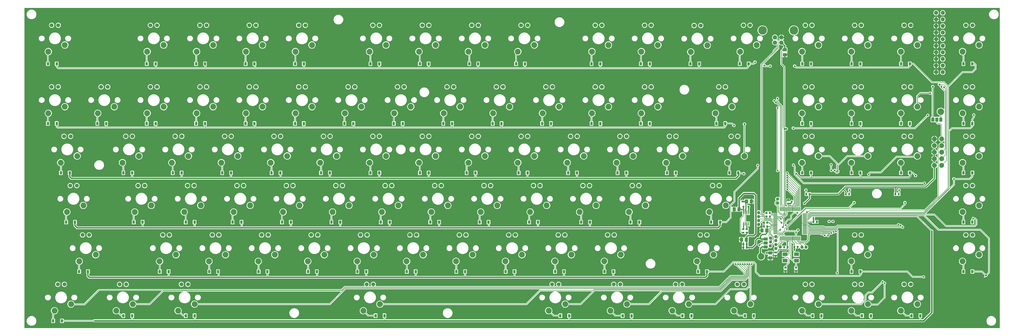
<source format=gbr>
G04 EAGLE Gerber X2 export*
G75*
%MOMM*%
%FSLAX34Y34*%
%LPD*%
%AMOC8*
5,1,8,0,0,1.08239X$1,22.5*%
G01*
%ADD10C,1.676400*%
%ADD11C,3.302000*%
%ADD12C,2.250000*%
%ADD13C,1.508000*%
%ADD14R,1.600000X0.300000*%
%ADD15R,0.300000X1.600000*%
%ADD16R,0.700000X0.900000*%
%ADD17R,1.300000X1.500000*%
%ADD18R,0.900000X0.700000*%
%ADD19R,1.500000X1.300000*%
%ADD20R,1.600200X1.168400*%
%ADD21C,2.540000*%
%ADD22P,1.649562X8X292.500000*%
%ADD23R,1.900000X1.400000*%
%ADD24C,1.879600*%
%ADD25R,1.168400X1.600200*%
%ADD26R,0.450000X1.450000*%
%ADD27R,0.900000X1.200000*%
%ADD28C,1.270000*%
%ADD29C,0.706400*%
%ADD30C,0.508000*%
%ADD31C,0.152400*%
%ADD32C,0.254000*%
%ADD33C,0.431800*%
%ADD34C,0.609600*%
%ADD35C,0.838200*%
%ADD36C,0.756400*%
%ADD37C,0.584200*%
%ADD38C,0.304800*%
%ADD39C,0.406400*%

G36*
X3751718Y2544D02*
X3751718Y2544D01*
X3751737Y2542D01*
X3751839Y2564D01*
X3751941Y2580D01*
X3751958Y2590D01*
X3751978Y2594D01*
X3752067Y2647D01*
X3752158Y2696D01*
X3752172Y2710D01*
X3752189Y2720D01*
X3752256Y2799D01*
X3752328Y2874D01*
X3752336Y2892D01*
X3752349Y2907D01*
X3752388Y3003D01*
X3752431Y3097D01*
X3752433Y3117D01*
X3752441Y3135D01*
X3752459Y3302D01*
X3752459Y1234198D01*
X3752456Y1234218D01*
X3752458Y1234237D01*
X3752436Y1234339D01*
X3752420Y1234441D01*
X3752410Y1234458D01*
X3752406Y1234478D01*
X3752353Y1234567D01*
X3752304Y1234658D01*
X3752290Y1234672D01*
X3752280Y1234689D01*
X3752201Y1234756D01*
X3752126Y1234828D01*
X3752108Y1234836D01*
X3752093Y1234849D01*
X3751997Y1234888D01*
X3751903Y1234931D01*
X3751883Y1234933D01*
X3751865Y1234941D01*
X3751698Y1234959D01*
X3302Y1234959D01*
X3282Y1234956D01*
X3263Y1234958D01*
X3161Y1234936D01*
X3059Y1234920D01*
X3042Y1234910D01*
X3022Y1234906D01*
X2933Y1234853D01*
X2842Y1234804D01*
X2828Y1234790D01*
X2811Y1234780D01*
X2744Y1234701D01*
X2672Y1234626D01*
X2664Y1234608D01*
X2651Y1234593D01*
X2612Y1234497D01*
X2569Y1234403D01*
X2567Y1234383D01*
X2559Y1234365D01*
X2541Y1234198D01*
X2541Y3302D01*
X2544Y3282D01*
X2542Y3263D01*
X2564Y3161D01*
X2580Y3059D01*
X2590Y3042D01*
X2594Y3022D01*
X2647Y2933D01*
X2696Y2842D01*
X2710Y2828D01*
X2720Y2811D01*
X2799Y2744D01*
X2874Y2672D01*
X2892Y2664D01*
X2907Y2651D01*
X3003Y2612D01*
X3097Y2569D01*
X3117Y2567D01*
X3135Y2559D01*
X3302Y2541D01*
X3751698Y2541D01*
X3751718Y2544D01*
G37*
%LPC*%
G36*
X141448Y21459D02*
X141448Y21459D01*
X139959Y22948D01*
X139959Y37052D01*
X141448Y38541D01*
X152552Y38541D01*
X154041Y37052D01*
X154041Y34544D01*
X154044Y34524D01*
X154042Y34505D01*
X154064Y34403D01*
X154080Y34301D01*
X154090Y34284D01*
X154094Y34264D01*
X154147Y34175D01*
X154196Y34084D01*
X154210Y34070D01*
X154220Y34053D01*
X154299Y33986D01*
X154374Y33914D01*
X154392Y33906D01*
X154407Y33893D01*
X154503Y33854D01*
X154597Y33811D01*
X154617Y33809D01*
X154635Y33801D01*
X154802Y33783D01*
X266864Y33783D01*
X266954Y33797D01*
X267045Y33805D01*
X267075Y33817D01*
X267107Y33822D01*
X267187Y33865D01*
X267271Y33901D01*
X267303Y33927D01*
X267324Y33938D01*
X267346Y33961D01*
X267402Y34006D01*
X268614Y35218D01*
X270668Y36069D01*
X412936Y36069D01*
X412956Y36072D01*
X412975Y36070D01*
X413077Y36092D01*
X413179Y36108D01*
X413196Y36118D01*
X413216Y36122D01*
X413305Y36175D01*
X413396Y36224D01*
X413410Y36238D01*
X413427Y36248D01*
X413494Y36327D01*
X413566Y36402D01*
X413574Y36420D01*
X413587Y36435D01*
X413626Y36531D01*
X413669Y36625D01*
X413671Y36645D01*
X413679Y36663D01*
X413697Y36830D01*
X413697Y40698D01*
X413694Y40718D01*
X413696Y40737D01*
X413674Y40839D01*
X413658Y40941D01*
X413648Y40958D01*
X413644Y40978D01*
X413591Y41067D01*
X413542Y41158D01*
X413528Y41172D01*
X413518Y41189D01*
X413439Y41256D01*
X413364Y41328D01*
X413346Y41336D01*
X413331Y41349D01*
X413235Y41388D01*
X413141Y41431D01*
X413121Y41433D01*
X413103Y41441D01*
X412936Y41459D01*
X411448Y41459D01*
X409959Y42948D01*
X409959Y57052D01*
X411448Y58541D01*
X422552Y58541D01*
X424041Y57052D01*
X424041Y42948D01*
X422552Y41459D01*
X421064Y41459D01*
X421044Y41456D01*
X421025Y41458D01*
X420923Y41436D01*
X420821Y41420D01*
X420804Y41410D01*
X420784Y41406D01*
X420695Y41353D01*
X420604Y41304D01*
X420590Y41290D01*
X420573Y41280D01*
X420506Y41201D01*
X420434Y41126D01*
X420426Y41108D01*
X420413Y41093D01*
X420374Y40997D01*
X420331Y40903D01*
X420329Y40883D01*
X420321Y40865D01*
X420303Y40698D01*
X420303Y36830D01*
X420306Y36810D01*
X420304Y36791D01*
X420326Y36689D01*
X420342Y36587D01*
X420352Y36570D01*
X420356Y36550D01*
X420409Y36461D01*
X420458Y36370D01*
X420472Y36356D01*
X420482Y36339D01*
X420561Y36272D01*
X420636Y36200D01*
X420654Y36192D01*
X420669Y36179D01*
X420765Y36140D01*
X420859Y36097D01*
X420879Y36095D01*
X420897Y36087D01*
X421064Y36069D01*
X653796Y36069D01*
X653816Y36072D01*
X653835Y36070D01*
X653937Y36092D01*
X654039Y36108D01*
X654056Y36118D01*
X654076Y36122D01*
X654165Y36175D01*
X654256Y36224D01*
X654270Y36238D01*
X654287Y36248D01*
X654354Y36327D01*
X654426Y36402D01*
X654434Y36420D01*
X654447Y36435D01*
X654486Y36531D01*
X654529Y36625D01*
X654531Y36645D01*
X654539Y36663D01*
X654557Y36830D01*
X654557Y40698D01*
X654554Y40718D01*
X654556Y40737D01*
X654534Y40839D01*
X654518Y40941D01*
X654508Y40958D01*
X654504Y40978D01*
X654451Y41067D01*
X654402Y41158D01*
X654388Y41172D01*
X654378Y41189D01*
X654299Y41256D01*
X654224Y41328D01*
X654206Y41336D01*
X654191Y41349D01*
X654095Y41388D01*
X654001Y41431D01*
X653981Y41433D01*
X653963Y41441D01*
X653796Y41459D01*
X651448Y41459D01*
X649959Y42948D01*
X649959Y57052D01*
X651448Y58541D01*
X662552Y58541D01*
X664041Y57052D01*
X664041Y42948D01*
X662552Y41459D01*
X661924Y41459D01*
X661904Y41456D01*
X661885Y41458D01*
X661783Y41436D01*
X661681Y41420D01*
X661664Y41410D01*
X661644Y41406D01*
X661555Y41353D01*
X661464Y41304D01*
X661450Y41290D01*
X661433Y41280D01*
X661366Y41201D01*
X661294Y41126D01*
X661286Y41108D01*
X661273Y41093D01*
X661234Y40997D01*
X661191Y40903D01*
X661189Y40883D01*
X661181Y40865D01*
X661163Y40698D01*
X661163Y36830D01*
X661166Y36810D01*
X661164Y36791D01*
X661186Y36689D01*
X661202Y36587D01*
X661212Y36570D01*
X661216Y36550D01*
X661269Y36461D01*
X661318Y36370D01*
X661332Y36356D01*
X661342Y36339D01*
X661421Y36272D01*
X661496Y36200D01*
X661514Y36192D01*
X661529Y36179D01*
X661625Y36140D01*
X661719Y36097D01*
X661739Y36095D01*
X661757Y36087D01*
X661924Y36069D01*
X1382936Y36069D01*
X1382956Y36072D01*
X1382975Y36070D01*
X1383077Y36092D01*
X1383179Y36108D01*
X1383196Y36118D01*
X1383216Y36122D01*
X1383305Y36175D01*
X1383396Y36224D01*
X1383410Y36238D01*
X1383427Y36248D01*
X1383494Y36327D01*
X1383566Y36402D01*
X1383574Y36420D01*
X1383587Y36435D01*
X1383626Y36531D01*
X1383669Y36625D01*
X1383671Y36645D01*
X1383679Y36663D01*
X1383697Y36830D01*
X1383697Y40698D01*
X1383694Y40718D01*
X1383696Y40737D01*
X1383674Y40839D01*
X1383658Y40941D01*
X1383648Y40958D01*
X1383644Y40978D01*
X1383591Y41067D01*
X1383542Y41158D01*
X1383528Y41172D01*
X1383518Y41189D01*
X1383439Y41256D01*
X1383364Y41328D01*
X1383346Y41336D01*
X1383331Y41349D01*
X1383235Y41388D01*
X1383141Y41431D01*
X1383121Y41433D01*
X1383103Y41441D01*
X1382936Y41459D01*
X1381448Y41459D01*
X1379959Y42948D01*
X1379959Y57052D01*
X1381448Y58541D01*
X1392552Y58541D01*
X1394041Y57052D01*
X1394041Y42948D01*
X1392552Y41459D01*
X1391064Y41459D01*
X1391044Y41456D01*
X1391025Y41458D01*
X1390923Y41436D01*
X1390821Y41420D01*
X1390804Y41410D01*
X1390784Y41406D01*
X1390695Y41353D01*
X1390604Y41304D01*
X1390590Y41290D01*
X1390573Y41280D01*
X1390506Y41201D01*
X1390434Y41126D01*
X1390426Y41108D01*
X1390413Y41093D01*
X1390374Y40997D01*
X1390331Y40903D01*
X1390329Y40883D01*
X1390321Y40865D01*
X1390303Y40698D01*
X1390303Y36830D01*
X1390306Y36810D01*
X1390304Y36791D01*
X1390326Y36689D01*
X1390342Y36587D01*
X1390352Y36570D01*
X1390356Y36550D01*
X1390409Y36461D01*
X1390458Y36370D01*
X1390472Y36356D01*
X1390482Y36339D01*
X1390561Y36272D01*
X1390636Y36200D01*
X1390654Y36192D01*
X1390669Y36179D01*
X1390765Y36140D01*
X1390859Y36097D01*
X1390879Y36095D01*
X1390897Y36087D01*
X1391064Y36069D01*
X2092936Y36069D01*
X2092956Y36072D01*
X2092975Y36070D01*
X2093077Y36092D01*
X2093179Y36108D01*
X2093196Y36118D01*
X2093216Y36122D01*
X2093305Y36175D01*
X2093396Y36224D01*
X2093410Y36238D01*
X2093427Y36248D01*
X2093494Y36327D01*
X2093566Y36402D01*
X2093574Y36420D01*
X2093587Y36435D01*
X2093626Y36531D01*
X2093669Y36625D01*
X2093671Y36645D01*
X2093679Y36663D01*
X2093697Y36830D01*
X2093697Y40698D01*
X2093694Y40718D01*
X2093696Y40737D01*
X2093674Y40839D01*
X2093658Y40941D01*
X2093648Y40958D01*
X2093644Y40978D01*
X2093591Y41067D01*
X2093542Y41158D01*
X2093528Y41172D01*
X2093518Y41189D01*
X2093439Y41256D01*
X2093364Y41328D01*
X2093346Y41336D01*
X2093331Y41349D01*
X2093235Y41388D01*
X2093141Y41431D01*
X2093121Y41433D01*
X2093103Y41441D01*
X2092936Y41459D01*
X2091448Y41459D01*
X2089959Y42948D01*
X2089959Y57052D01*
X2091448Y58541D01*
X2102552Y58541D01*
X2104041Y57052D01*
X2104041Y42948D01*
X2102552Y41459D01*
X2101064Y41459D01*
X2101044Y41456D01*
X2101025Y41458D01*
X2100923Y41436D01*
X2100821Y41420D01*
X2100804Y41410D01*
X2100784Y41406D01*
X2100695Y41353D01*
X2100604Y41304D01*
X2100590Y41290D01*
X2100573Y41280D01*
X2100506Y41201D01*
X2100434Y41126D01*
X2100426Y41108D01*
X2100413Y41093D01*
X2100374Y40997D01*
X2100331Y40903D01*
X2100329Y40883D01*
X2100321Y40865D01*
X2100303Y40698D01*
X2100303Y36830D01*
X2100306Y36810D01*
X2100304Y36791D01*
X2100326Y36689D01*
X2100342Y36587D01*
X2100352Y36570D01*
X2100356Y36550D01*
X2100409Y36461D01*
X2100458Y36370D01*
X2100472Y36356D01*
X2100482Y36339D01*
X2100561Y36272D01*
X2100636Y36200D01*
X2100654Y36192D01*
X2100669Y36179D01*
X2100765Y36140D01*
X2100859Y36097D01*
X2100879Y36095D01*
X2100897Y36087D01*
X2101064Y36069D01*
X2332936Y36069D01*
X2332956Y36072D01*
X2332975Y36070D01*
X2333077Y36092D01*
X2333179Y36108D01*
X2333196Y36118D01*
X2333216Y36122D01*
X2333305Y36175D01*
X2333396Y36224D01*
X2333410Y36238D01*
X2333427Y36248D01*
X2333494Y36327D01*
X2333566Y36402D01*
X2333574Y36420D01*
X2333587Y36435D01*
X2333626Y36531D01*
X2333669Y36625D01*
X2333671Y36645D01*
X2333679Y36663D01*
X2333697Y36830D01*
X2333697Y40698D01*
X2333694Y40718D01*
X2333696Y40737D01*
X2333674Y40839D01*
X2333658Y40941D01*
X2333648Y40958D01*
X2333644Y40978D01*
X2333591Y41067D01*
X2333542Y41158D01*
X2333528Y41172D01*
X2333518Y41189D01*
X2333439Y41256D01*
X2333364Y41328D01*
X2333346Y41336D01*
X2333331Y41349D01*
X2333235Y41388D01*
X2333141Y41431D01*
X2333121Y41433D01*
X2333103Y41441D01*
X2332936Y41459D01*
X2331448Y41459D01*
X2329959Y42948D01*
X2329959Y57052D01*
X2331448Y58541D01*
X2342552Y58541D01*
X2344041Y57052D01*
X2344041Y42948D01*
X2342552Y41459D01*
X2341064Y41459D01*
X2341044Y41456D01*
X2341025Y41458D01*
X2340923Y41436D01*
X2340821Y41420D01*
X2340804Y41410D01*
X2340784Y41406D01*
X2340695Y41353D01*
X2340604Y41304D01*
X2340590Y41290D01*
X2340573Y41280D01*
X2340506Y41201D01*
X2340434Y41126D01*
X2340426Y41108D01*
X2340413Y41093D01*
X2340374Y40997D01*
X2340331Y40903D01*
X2340329Y40883D01*
X2340321Y40865D01*
X2340303Y40698D01*
X2340303Y36830D01*
X2340306Y36810D01*
X2340304Y36791D01*
X2340326Y36689D01*
X2340342Y36587D01*
X2340352Y36570D01*
X2340356Y36550D01*
X2340409Y36461D01*
X2340458Y36370D01*
X2340472Y36356D01*
X2340482Y36339D01*
X2340561Y36272D01*
X2340636Y36200D01*
X2340654Y36192D01*
X2340669Y36179D01*
X2340765Y36140D01*
X2340859Y36097D01*
X2340879Y36095D01*
X2340897Y36087D01*
X2341064Y36069D01*
X2562936Y36069D01*
X2562956Y36072D01*
X2562975Y36070D01*
X2563077Y36092D01*
X2563179Y36108D01*
X2563196Y36118D01*
X2563216Y36122D01*
X2563305Y36175D01*
X2563396Y36224D01*
X2563410Y36238D01*
X2563427Y36248D01*
X2563494Y36327D01*
X2563566Y36402D01*
X2563574Y36420D01*
X2563587Y36435D01*
X2563626Y36531D01*
X2563669Y36625D01*
X2563671Y36645D01*
X2563679Y36663D01*
X2563697Y36830D01*
X2563697Y40698D01*
X2563694Y40718D01*
X2563696Y40737D01*
X2563674Y40839D01*
X2563658Y40941D01*
X2563648Y40958D01*
X2563644Y40978D01*
X2563591Y41067D01*
X2563542Y41158D01*
X2563528Y41172D01*
X2563518Y41189D01*
X2563439Y41256D01*
X2563364Y41328D01*
X2563346Y41336D01*
X2563331Y41349D01*
X2563235Y41388D01*
X2563141Y41431D01*
X2563121Y41433D01*
X2563103Y41441D01*
X2562936Y41459D01*
X2561448Y41459D01*
X2559959Y42948D01*
X2559959Y57052D01*
X2561448Y58541D01*
X2572552Y58541D01*
X2574041Y57052D01*
X2574041Y42948D01*
X2572552Y41459D01*
X2571064Y41459D01*
X2571044Y41456D01*
X2571025Y41458D01*
X2570923Y41436D01*
X2570821Y41420D01*
X2570804Y41410D01*
X2570784Y41406D01*
X2570695Y41353D01*
X2570604Y41304D01*
X2570590Y41290D01*
X2570573Y41280D01*
X2570506Y41201D01*
X2570434Y41126D01*
X2570426Y41108D01*
X2570413Y41093D01*
X2570374Y40997D01*
X2570331Y40903D01*
X2570329Y40883D01*
X2570321Y40865D01*
X2570303Y40698D01*
X2570303Y36830D01*
X2570306Y36810D01*
X2570304Y36791D01*
X2570326Y36689D01*
X2570342Y36587D01*
X2570352Y36570D01*
X2570356Y36550D01*
X2570409Y36461D01*
X2570458Y36370D01*
X2570472Y36356D01*
X2570482Y36339D01*
X2570561Y36272D01*
X2570636Y36200D01*
X2570654Y36192D01*
X2570669Y36179D01*
X2570765Y36140D01*
X2570859Y36097D01*
X2570879Y36095D01*
X2570897Y36087D01*
X2571064Y36069D01*
X2802936Y36069D01*
X2802956Y36072D01*
X2802975Y36070D01*
X2803077Y36092D01*
X2803179Y36108D01*
X2803196Y36118D01*
X2803216Y36122D01*
X2803305Y36175D01*
X2803396Y36224D01*
X2803410Y36238D01*
X2803427Y36248D01*
X2803494Y36327D01*
X2803566Y36402D01*
X2803574Y36420D01*
X2803587Y36435D01*
X2803626Y36531D01*
X2803669Y36625D01*
X2803671Y36645D01*
X2803679Y36663D01*
X2803697Y36830D01*
X2803697Y40698D01*
X2803694Y40718D01*
X2803696Y40737D01*
X2803674Y40839D01*
X2803658Y40941D01*
X2803648Y40958D01*
X2803644Y40978D01*
X2803591Y41067D01*
X2803542Y41158D01*
X2803528Y41172D01*
X2803518Y41189D01*
X2803439Y41256D01*
X2803364Y41328D01*
X2803346Y41336D01*
X2803331Y41349D01*
X2803235Y41388D01*
X2803141Y41431D01*
X2803121Y41433D01*
X2803103Y41441D01*
X2802936Y41459D01*
X2801448Y41459D01*
X2799959Y42948D01*
X2799959Y57052D01*
X2801448Y58541D01*
X2812552Y58541D01*
X2814041Y57052D01*
X2814041Y42948D01*
X2812552Y41459D01*
X2811064Y41459D01*
X2811044Y41456D01*
X2811025Y41458D01*
X2810923Y41436D01*
X2810821Y41420D01*
X2810804Y41410D01*
X2810784Y41406D01*
X2810695Y41353D01*
X2810604Y41304D01*
X2810590Y41290D01*
X2810573Y41280D01*
X2810506Y41201D01*
X2810434Y41126D01*
X2810426Y41108D01*
X2810413Y41093D01*
X2810374Y40997D01*
X2810331Y40903D01*
X2810329Y40883D01*
X2810321Y40865D01*
X2810303Y40698D01*
X2810303Y36830D01*
X2810306Y36810D01*
X2810304Y36791D01*
X2810326Y36689D01*
X2810342Y36587D01*
X2810352Y36570D01*
X2810356Y36550D01*
X2810409Y36461D01*
X2810458Y36370D01*
X2810472Y36356D01*
X2810482Y36339D01*
X2810561Y36272D01*
X2810636Y36200D01*
X2810654Y36192D01*
X2810669Y36179D01*
X2810765Y36140D01*
X2810859Y36097D01*
X2810879Y36095D01*
X2810897Y36087D01*
X2811064Y36069D01*
X3062936Y36069D01*
X3062956Y36072D01*
X3062975Y36070D01*
X3063077Y36092D01*
X3063179Y36108D01*
X3063196Y36118D01*
X3063216Y36122D01*
X3063305Y36175D01*
X3063396Y36224D01*
X3063410Y36238D01*
X3063427Y36248D01*
X3063494Y36327D01*
X3063566Y36402D01*
X3063574Y36420D01*
X3063587Y36435D01*
X3063626Y36531D01*
X3063669Y36625D01*
X3063671Y36645D01*
X3063679Y36663D01*
X3063697Y36830D01*
X3063697Y40698D01*
X3063694Y40718D01*
X3063696Y40737D01*
X3063674Y40839D01*
X3063658Y40941D01*
X3063648Y40958D01*
X3063644Y40978D01*
X3063591Y41067D01*
X3063542Y41158D01*
X3063528Y41172D01*
X3063518Y41189D01*
X3063439Y41256D01*
X3063364Y41328D01*
X3063346Y41336D01*
X3063331Y41349D01*
X3063235Y41388D01*
X3063141Y41431D01*
X3063121Y41433D01*
X3063103Y41441D01*
X3062936Y41459D01*
X3061448Y41459D01*
X3059959Y42948D01*
X3059959Y57052D01*
X3061448Y58541D01*
X3072552Y58541D01*
X3074041Y57052D01*
X3074041Y42948D01*
X3072552Y41459D01*
X3071064Y41459D01*
X3071044Y41456D01*
X3071025Y41458D01*
X3070923Y41436D01*
X3070821Y41420D01*
X3070804Y41410D01*
X3070784Y41406D01*
X3070695Y41353D01*
X3070604Y41304D01*
X3070590Y41290D01*
X3070573Y41280D01*
X3070506Y41201D01*
X3070434Y41126D01*
X3070426Y41108D01*
X3070413Y41093D01*
X3070374Y40997D01*
X3070331Y40903D01*
X3070329Y40883D01*
X3070321Y40865D01*
X3070303Y40698D01*
X3070303Y36830D01*
X3070306Y36810D01*
X3070304Y36791D01*
X3070326Y36689D01*
X3070342Y36587D01*
X3070352Y36570D01*
X3070356Y36550D01*
X3070409Y36461D01*
X3070458Y36370D01*
X3070472Y36356D01*
X3070482Y36339D01*
X3070561Y36272D01*
X3070636Y36200D01*
X3070654Y36192D01*
X3070669Y36179D01*
X3070765Y36140D01*
X3070859Y36097D01*
X3070879Y36095D01*
X3070897Y36087D01*
X3071064Y36069D01*
X3252936Y36069D01*
X3252956Y36072D01*
X3252975Y36070D01*
X3253077Y36092D01*
X3253179Y36108D01*
X3253196Y36118D01*
X3253216Y36122D01*
X3253305Y36175D01*
X3253396Y36224D01*
X3253410Y36238D01*
X3253427Y36248D01*
X3253494Y36327D01*
X3253566Y36402D01*
X3253574Y36420D01*
X3253587Y36435D01*
X3253626Y36531D01*
X3253669Y36625D01*
X3253671Y36645D01*
X3253679Y36663D01*
X3253697Y36830D01*
X3253697Y40698D01*
X3253694Y40718D01*
X3253696Y40737D01*
X3253674Y40839D01*
X3253658Y40941D01*
X3253648Y40958D01*
X3253644Y40978D01*
X3253591Y41067D01*
X3253542Y41158D01*
X3253528Y41172D01*
X3253518Y41189D01*
X3253439Y41256D01*
X3253364Y41328D01*
X3253346Y41336D01*
X3253331Y41349D01*
X3253235Y41388D01*
X3253141Y41431D01*
X3253121Y41433D01*
X3253103Y41441D01*
X3252936Y41459D01*
X3251448Y41459D01*
X3249959Y42948D01*
X3249959Y57052D01*
X3251448Y58541D01*
X3262552Y58541D01*
X3264041Y57052D01*
X3264041Y42948D01*
X3262552Y41459D01*
X3261064Y41459D01*
X3261044Y41456D01*
X3261025Y41458D01*
X3260923Y41436D01*
X3260821Y41420D01*
X3260804Y41410D01*
X3260784Y41406D01*
X3260695Y41353D01*
X3260604Y41304D01*
X3260590Y41290D01*
X3260573Y41280D01*
X3260506Y41201D01*
X3260434Y41126D01*
X3260426Y41108D01*
X3260413Y41093D01*
X3260374Y40997D01*
X3260331Y40903D01*
X3260329Y40883D01*
X3260321Y40865D01*
X3260303Y40698D01*
X3260303Y36830D01*
X3260306Y36810D01*
X3260304Y36791D01*
X3260326Y36689D01*
X3260342Y36587D01*
X3260352Y36570D01*
X3260356Y36550D01*
X3260409Y36461D01*
X3260458Y36370D01*
X3260472Y36356D01*
X3260482Y36339D01*
X3260561Y36272D01*
X3260636Y36200D01*
X3260654Y36192D01*
X3260669Y36179D01*
X3260765Y36140D01*
X3260859Y36097D01*
X3260879Y36095D01*
X3260897Y36087D01*
X3261064Y36069D01*
X3442936Y36069D01*
X3442956Y36072D01*
X3442975Y36070D01*
X3443077Y36092D01*
X3443179Y36108D01*
X3443196Y36118D01*
X3443216Y36122D01*
X3443305Y36175D01*
X3443396Y36224D01*
X3443410Y36238D01*
X3443427Y36248D01*
X3443494Y36327D01*
X3443566Y36402D01*
X3443574Y36420D01*
X3443587Y36435D01*
X3443626Y36531D01*
X3443669Y36625D01*
X3443671Y36645D01*
X3443679Y36663D01*
X3443697Y36830D01*
X3443697Y40698D01*
X3443694Y40718D01*
X3443696Y40737D01*
X3443674Y40839D01*
X3443658Y40941D01*
X3443648Y40958D01*
X3443644Y40978D01*
X3443591Y41067D01*
X3443542Y41158D01*
X3443528Y41172D01*
X3443518Y41189D01*
X3443439Y41256D01*
X3443364Y41328D01*
X3443346Y41336D01*
X3443331Y41349D01*
X3443235Y41388D01*
X3443141Y41431D01*
X3443121Y41433D01*
X3443103Y41441D01*
X3442936Y41459D01*
X3441448Y41459D01*
X3439959Y42948D01*
X3439959Y57052D01*
X3441448Y58541D01*
X3452552Y58541D01*
X3454041Y57052D01*
X3454041Y42948D01*
X3452552Y41459D01*
X3451064Y41459D01*
X3451044Y41456D01*
X3451025Y41458D01*
X3450923Y41436D01*
X3450821Y41420D01*
X3450804Y41410D01*
X3450784Y41406D01*
X3450695Y41353D01*
X3450604Y41304D01*
X3450590Y41290D01*
X3450573Y41280D01*
X3450506Y41201D01*
X3450434Y41126D01*
X3450426Y41108D01*
X3450413Y41093D01*
X3450374Y40997D01*
X3450331Y40903D01*
X3450329Y40883D01*
X3450321Y40865D01*
X3450303Y40698D01*
X3450303Y36830D01*
X3450306Y36810D01*
X3450304Y36791D01*
X3450326Y36689D01*
X3450342Y36587D01*
X3450352Y36570D01*
X3450356Y36550D01*
X3450409Y36461D01*
X3450458Y36370D01*
X3450472Y36356D01*
X3450482Y36339D01*
X3450561Y36272D01*
X3450636Y36200D01*
X3450654Y36192D01*
X3450669Y36179D01*
X3450765Y36140D01*
X3450859Y36097D01*
X3450879Y36095D01*
X3450897Y36087D01*
X3451064Y36069D01*
X3456850Y36069D01*
X3456940Y36083D01*
X3457031Y36091D01*
X3457061Y36103D01*
X3457092Y36108D01*
X3457173Y36151D01*
X3457257Y36187D01*
X3457289Y36213D01*
X3457310Y36224D01*
X3457332Y36247D01*
X3457388Y36292D01*
X3466192Y45096D01*
X3466359Y45165D01*
X3466415Y45200D01*
X3466475Y45225D01*
X3466540Y45277D01*
X3466568Y45294D01*
X3466580Y45310D01*
X3466606Y45330D01*
X3485545Y64269D01*
X3485598Y64343D01*
X3485658Y64413D01*
X3485670Y64443D01*
X3485689Y64469D01*
X3485716Y64556D01*
X3485750Y64641D01*
X3485754Y64682D01*
X3485761Y64704D01*
X3485760Y64736D01*
X3485768Y64808D01*
X3485768Y376396D01*
X3485754Y376486D01*
X3485746Y376577D01*
X3485734Y376606D01*
X3485729Y376638D01*
X3485686Y376719D01*
X3485650Y376803D01*
X3485624Y376835D01*
X3485613Y376856D01*
X3485590Y376878D01*
X3485545Y376934D01*
X3432935Y429544D01*
X3432861Y429597D01*
X3432792Y429657D01*
X3432761Y429669D01*
X3432735Y429688D01*
X3432648Y429715D01*
X3432563Y429749D01*
X3432522Y429753D01*
X3432500Y429760D01*
X3432468Y429759D01*
X3432397Y429767D01*
X3043020Y429767D01*
X3042975Y429760D01*
X3042929Y429762D01*
X3042854Y429740D01*
X3042777Y429728D01*
X3042737Y429706D01*
X3042693Y429693D01*
X3042629Y429649D01*
X3042560Y429612D01*
X3042528Y429579D01*
X3042491Y429553D01*
X3042444Y429491D01*
X3042391Y429434D01*
X3042371Y429392D01*
X3042344Y429356D01*
X3042320Y429282D01*
X3042287Y429211D01*
X3042282Y429165D01*
X3042268Y429122D01*
X3042268Y429044D01*
X3042260Y428967D01*
X3042270Y428922D01*
X3042270Y428876D01*
X3042308Y428744D01*
X3042312Y428726D01*
X3042315Y428722D01*
X3042317Y428715D01*
X3042643Y427928D01*
X3042643Y425512D01*
X3041718Y423280D01*
X3041604Y423166D01*
X3041551Y423092D01*
X3041491Y423022D01*
X3041479Y422992D01*
X3041460Y422966D01*
X3041433Y422879D01*
X3041399Y422794D01*
X3041395Y422753D01*
X3041388Y422731D01*
X3041389Y422699D01*
X3041381Y422627D01*
X3041381Y418428D01*
X3041395Y418338D01*
X3041403Y418247D01*
X3041415Y418217D01*
X3041420Y418185D01*
X3041463Y418105D01*
X3041499Y418020D01*
X3041525Y417988D01*
X3041536Y417968D01*
X3041559Y417945D01*
X3041604Y417889D01*
X3042478Y417016D01*
X3042573Y416947D01*
X3042670Y416876D01*
X3042674Y416874D01*
X3042677Y416872D01*
X3042790Y416837D01*
X3042904Y416801D01*
X3042908Y416801D01*
X3042912Y416800D01*
X3043031Y416803D01*
X3043150Y416805D01*
X3043154Y416806D01*
X3043158Y416806D01*
X3043270Y416847D01*
X3043382Y416886D01*
X3043385Y416889D01*
X3043389Y416890D01*
X3043483Y416965D01*
X3043576Y417038D01*
X3043579Y417042D01*
X3043581Y417044D01*
X3043589Y417056D01*
X3043675Y417173D01*
X3043887Y417540D01*
X3044360Y418013D01*
X3044939Y418348D01*
X3045586Y418521D01*
X3047897Y418521D01*
X3047897Y412242D01*
X3047900Y412222D01*
X3047898Y412203D01*
X3047920Y412101D01*
X3047937Y411999D01*
X3047946Y411982D01*
X3047950Y411962D01*
X3048003Y411873D01*
X3048052Y411782D01*
X3048066Y411768D01*
X3048076Y411751D01*
X3048155Y411684D01*
X3048230Y411613D01*
X3048248Y411604D01*
X3048263Y411591D01*
X3048359Y411552D01*
X3048453Y411509D01*
X3048473Y411507D01*
X3048491Y411499D01*
X3048658Y411481D01*
X3049421Y411481D01*
X3049421Y411479D01*
X3048658Y411479D01*
X3048638Y411476D01*
X3048619Y411478D01*
X3048517Y411456D01*
X3048415Y411439D01*
X3048398Y411430D01*
X3048378Y411426D01*
X3048289Y411373D01*
X3048198Y411324D01*
X3048184Y411310D01*
X3048167Y411300D01*
X3048100Y411221D01*
X3048029Y411146D01*
X3048020Y411128D01*
X3048007Y411113D01*
X3047968Y411017D01*
X3047925Y410923D01*
X3047923Y410903D01*
X3047915Y410885D01*
X3047897Y410718D01*
X3047897Y404439D01*
X3045586Y404439D01*
X3044939Y404612D01*
X3044360Y404947D01*
X3043887Y405420D01*
X3043675Y405787D01*
X3043599Y405879D01*
X3043526Y405972D01*
X3043522Y405974D01*
X3043519Y405977D01*
X3043418Y406041D01*
X3043319Y406105D01*
X3043315Y406106D01*
X3043311Y406108D01*
X3043195Y406136D01*
X3043080Y406165D01*
X3043076Y406164D01*
X3043072Y406165D01*
X3042953Y406155D01*
X3042835Y406146D01*
X3042831Y406144D01*
X3042827Y406144D01*
X3042717Y406096D01*
X3042609Y406049D01*
X3042605Y406046D01*
X3042602Y406045D01*
X3042591Y406035D01*
X3042478Y405944D01*
X3040972Y404439D01*
X3031868Y404439D01*
X3030379Y405928D01*
X3030379Y406788D01*
X3030378Y406798D01*
X3030378Y406804D01*
X3030377Y406812D01*
X3030378Y406827D01*
X3030356Y406929D01*
X3030340Y407031D01*
X3030330Y407048D01*
X3030326Y407068D01*
X3030273Y407157D01*
X3030224Y407248D01*
X3030210Y407262D01*
X3030200Y407279D01*
X3030121Y407346D01*
X3030046Y407418D01*
X3030028Y407426D01*
X3030013Y407439D01*
X3029917Y407478D01*
X3029823Y407521D01*
X3029803Y407523D01*
X3029785Y407531D01*
X3029618Y407549D01*
X3014202Y407549D01*
X3014182Y407546D01*
X3014163Y407548D01*
X3014061Y407526D01*
X3013959Y407510D01*
X3013942Y407500D01*
X3013922Y407496D01*
X3013833Y407443D01*
X3013742Y407394D01*
X3013728Y407380D01*
X3013711Y407370D01*
X3013644Y407291D01*
X3013572Y407216D01*
X3013564Y407198D01*
X3013551Y407183D01*
X3013526Y407121D01*
X3002900Y407121D01*
X2992359Y407121D01*
X2992359Y408194D01*
X2992375Y408253D01*
X2992382Y408321D01*
X2992398Y408386D01*
X2992394Y408442D01*
X2992400Y408498D01*
X2992384Y408564D01*
X2992379Y408632D01*
X2992359Y408678D01*
X2992359Y440771D01*
X2992348Y440841D01*
X2992346Y440913D01*
X2992328Y440962D01*
X2992320Y441013D01*
X2992286Y441077D01*
X2992261Y441144D01*
X2992229Y441185D01*
X2992204Y441231D01*
X2992152Y441280D01*
X2992108Y441336D01*
X2992064Y441364D01*
X2992026Y441400D01*
X2991961Y441430D01*
X2991901Y441469D01*
X2991850Y441482D01*
X2991803Y441504D01*
X2991732Y441512D01*
X2991662Y441529D01*
X2991610Y441525D01*
X2991559Y441531D01*
X2991488Y441516D01*
X2991417Y441510D01*
X2991369Y441490D01*
X2991318Y441479D01*
X2991257Y441442D01*
X2991191Y441414D01*
X2991135Y441369D01*
X2991107Y441352D01*
X2991092Y441335D01*
X2991060Y441309D01*
X2939040Y389289D01*
X2938505Y388754D01*
X2938493Y388738D01*
X2938477Y388725D01*
X2938421Y388638D01*
X2938361Y388554D01*
X2938355Y388535D01*
X2938344Y388518D01*
X2938319Y388418D01*
X2938289Y388319D01*
X2938289Y388299D01*
X2938284Y388280D01*
X2938292Y388177D01*
X2938295Y388073D01*
X2938302Y388054D01*
X2938303Y388034D01*
X2938344Y387940D01*
X2938379Y387842D01*
X2938392Y387826D01*
X2938400Y387808D01*
X2938505Y387677D01*
X2939060Y387122D01*
X2940023Y384798D01*
X2940023Y382282D01*
X2939191Y380275D01*
X2939181Y380231D01*
X2939162Y380189D01*
X2939153Y380112D01*
X2939135Y380036D01*
X2939140Y379990D01*
X2939134Y379945D01*
X2939151Y379868D01*
X2939158Y379791D01*
X2939177Y379749D01*
X2939187Y379704D01*
X2939227Y379637D01*
X2939258Y379566D01*
X2939289Y379532D01*
X2939313Y379493D01*
X2939372Y379442D01*
X2939425Y379385D01*
X2939465Y379363D01*
X2939500Y379333D01*
X2939572Y379304D01*
X2939640Y379267D01*
X2939685Y379258D01*
X2939728Y379241D01*
X2939864Y379226D01*
X2939882Y379223D01*
X2939887Y379224D01*
X2939895Y379223D01*
X2969796Y379223D01*
X2969816Y379226D01*
X2969835Y379224D01*
X2969937Y379246D01*
X2970039Y379262D01*
X2970056Y379272D01*
X2970076Y379276D01*
X2970165Y379329D01*
X2970256Y379378D01*
X2970270Y379392D01*
X2970287Y379402D01*
X2970354Y379481D01*
X2970426Y379556D01*
X2970434Y379574D01*
X2970447Y379589D01*
X2970486Y379685D01*
X2970529Y379779D01*
X2970531Y379799D01*
X2970539Y379817D01*
X2970557Y379984D01*
X2970557Y380988D01*
X2971520Y383312D01*
X2973298Y385090D01*
X2975622Y386053D01*
X2978138Y386053D01*
X2980462Y385090D01*
X2982240Y383312D01*
X2983203Y380988D01*
X2983203Y378472D01*
X2982240Y376148D01*
X2980462Y374370D01*
X2978138Y373407D01*
X2975543Y373407D01*
X2975453Y373393D01*
X2975362Y373385D01*
X2975333Y373373D01*
X2975301Y373368D01*
X2975220Y373325D01*
X2975136Y373289D01*
X2975104Y373263D01*
X2975083Y373252D01*
X2975061Y373229D01*
X2975005Y373184D01*
X2974892Y373071D01*
X2974823Y372976D01*
X2974754Y372882D01*
X2974752Y372876D01*
X2974748Y372871D01*
X2974714Y372759D01*
X2974677Y372648D01*
X2974678Y372642D01*
X2974676Y372636D01*
X2974679Y372519D01*
X2974680Y372402D01*
X2974682Y372395D01*
X2974682Y372390D01*
X2974688Y372373D01*
X2974727Y372241D01*
X2975333Y370778D01*
X2975333Y368362D01*
X2974408Y366130D01*
X2972700Y364422D01*
X2972673Y364411D01*
X2972573Y364349D01*
X2972473Y364289D01*
X2972469Y364284D01*
X2972464Y364281D01*
X2972389Y364191D01*
X2972313Y364102D01*
X2972311Y364096D01*
X2972307Y364091D01*
X2972265Y363983D01*
X2972221Y363874D01*
X2972220Y363866D01*
X2972219Y363862D01*
X2972218Y363843D01*
X2972203Y363707D01*
X2972203Y358662D01*
X2972206Y358642D01*
X2972204Y358623D01*
X2972226Y358521D01*
X2972242Y358419D01*
X2972252Y358402D01*
X2972256Y358382D01*
X2972309Y358293D01*
X2972358Y358202D01*
X2972372Y358188D01*
X2972382Y358171D01*
X2972461Y358104D01*
X2972536Y358032D01*
X2972554Y358024D01*
X2972569Y358011D01*
X2972665Y357972D01*
X2972759Y357929D01*
X2972779Y357927D01*
X2972797Y357919D01*
X2972964Y357901D01*
X2986452Y357901D01*
X2987941Y356412D01*
X2987941Y339344D01*
X2987944Y339324D01*
X2987942Y339305D01*
X2987964Y339203D01*
X2987980Y339101D01*
X2987990Y339084D01*
X2987994Y339064D01*
X2988047Y338975D01*
X2988096Y338884D01*
X2988110Y338870D01*
X2988120Y338853D01*
X2988199Y338786D01*
X2988274Y338714D01*
X2988292Y338706D01*
X2988307Y338693D01*
X2988403Y338654D01*
X2988497Y338611D01*
X2988517Y338609D01*
X2988535Y338601D01*
X2988702Y338583D01*
X3006947Y338583D01*
X3007037Y338597D01*
X3007128Y338605D01*
X3007157Y338617D01*
X3007189Y338622D01*
X3007270Y338665D01*
X3007354Y338701D01*
X3007386Y338727D01*
X3007407Y338738D01*
X3007429Y338761D01*
X3007485Y338806D01*
X3011454Y342775D01*
X3011507Y342849D01*
X3011567Y342918D01*
X3011579Y342949D01*
X3011598Y342975D01*
X3011625Y343062D01*
X3011659Y343147D01*
X3011663Y343188D01*
X3011670Y343210D01*
X3011669Y343242D01*
X3011677Y343313D01*
X3011677Y361558D01*
X3011674Y361578D01*
X3011676Y361597D01*
X3011654Y361699D01*
X3011638Y361801D01*
X3011628Y361818D01*
X3011624Y361838D01*
X3011571Y361927D01*
X3011522Y362018D01*
X3011508Y362032D01*
X3011498Y362049D01*
X3011419Y362116D01*
X3011344Y362188D01*
X3011326Y362196D01*
X3011311Y362209D01*
X3011215Y362248D01*
X3011121Y362291D01*
X3011101Y362293D01*
X3011083Y362301D01*
X3010916Y362319D01*
X2993848Y362319D01*
X2992359Y363808D01*
X2992359Y404033D01*
X2992371Y404057D01*
X2992377Y404112D01*
X2992394Y404166D01*
X2992392Y404234D01*
X2992400Y404301D01*
X2992388Y404379D01*
X2992388Y404412D01*
X2992380Y404432D01*
X2992375Y404467D01*
X2992359Y404526D01*
X2992359Y405599D01*
X3002900Y405599D01*
X3013441Y405599D01*
X3013441Y405424D01*
X3013444Y405404D01*
X3013442Y405385D01*
X3013464Y405283D01*
X3013480Y405181D01*
X3013490Y405164D01*
X3013494Y405144D01*
X3013547Y405055D01*
X3013596Y404964D01*
X3013610Y404950D01*
X3013620Y404933D01*
X3013699Y404866D01*
X3013774Y404794D01*
X3013792Y404786D01*
X3013807Y404773D01*
X3013903Y404734D01*
X3013997Y404691D01*
X3014017Y404689D01*
X3014035Y404681D01*
X3014202Y404663D01*
X3016540Y404663D01*
X3024125Y397078D01*
X3024199Y397025D01*
X3024268Y396965D01*
X3024298Y396953D01*
X3024325Y396934D01*
X3024411Y396907D01*
X3024496Y396873D01*
X3024537Y396869D01*
X3024560Y396862D01*
X3024592Y396863D01*
X3024663Y396855D01*
X3078188Y396855D01*
X3080626Y394417D01*
X3080627Y394416D01*
X3081004Y394040D01*
X3081077Y393987D01*
X3081147Y393927D01*
X3081177Y393915D01*
X3081203Y393896D01*
X3081290Y393869D01*
X3081375Y393835D01*
X3081416Y393831D01*
X3081438Y393824D01*
X3081471Y393825D01*
X3081542Y393817D01*
X3120869Y393817D01*
X3120960Y393831D01*
X3121050Y393839D01*
X3121080Y393851D01*
X3121112Y393856D01*
X3121193Y393899D01*
X3121277Y393935D01*
X3121309Y393961D01*
X3121330Y393972D01*
X3121335Y393978D01*
X3121336Y393978D01*
X3121353Y393996D01*
X3121408Y394040D01*
X3127927Y400559D01*
X3136027Y400559D01*
X3136029Y400559D01*
X3356126Y400559D01*
X3356146Y400562D01*
X3356165Y400560D01*
X3356267Y400582D01*
X3356369Y400598D01*
X3356386Y400608D01*
X3356406Y400612D01*
X3356495Y400665D01*
X3356586Y400714D01*
X3356600Y400728D01*
X3356617Y400738D01*
X3356684Y400817D01*
X3356756Y400892D01*
X3356764Y400910D01*
X3356777Y400925D01*
X3356816Y401021D01*
X3356859Y401115D01*
X3356861Y401135D01*
X3356869Y401153D01*
X3356878Y401235D01*
X3357812Y403490D01*
X3359520Y405198D01*
X3361752Y406123D01*
X3364168Y406123D01*
X3366400Y405198D01*
X3368108Y403490D01*
X3368155Y403377D01*
X3368166Y403360D01*
X3368171Y403341D01*
X3368230Y403256D01*
X3368285Y403168D01*
X3368300Y403155D01*
X3368311Y403138D01*
X3368395Y403077D01*
X3368474Y403011D01*
X3368493Y403004D01*
X3368509Y402992D01*
X3368608Y402960D01*
X3368704Y402923D01*
X3368724Y402922D01*
X3368743Y402916D01*
X3368846Y402917D01*
X3368950Y402912D01*
X3368969Y402918D01*
X3368989Y402918D01*
X3369150Y402965D01*
X3370642Y403583D01*
X3373058Y403583D01*
X3375290Y402658D01*
X3376998Y400950D01*
X3377923Y398718D01*
X3377923Y397994D01*
X3377926Y397974D01*
X3377924Y397955D01*
X3377946Y397853D01*
X3377962Y397751D01*
X3377972Y397734D01*
X3377976Y397714D01*
X3378029Y397625D01*
X3378078Y397534D01*
X3378092Y397520D01*
X3378102Y397503D01*
X3378181Y397436D01*
X3378256Y397364D01*
X3378274Y397356D01*
X3378289Y397343D01*
X3378385Y397304D01*
X3378479Y397261D01*
X3378499Y397259D01*
X3378517Y397251D01*
X3378684Y397233D01*
X3380678Y397233D01*
X3382910Y396308D01*
X3384618Y394600D01*
X3385543Y392368D01*
X3385543Y389952D01*
X3384618Y387720D01*
X3382910Y386012D01*
X3380678Y385087D01*
X3378262Y385087D01*
X3376030Y386012D01*
X3374408Y387634D01*
X3374334Y387687D01*
X3374264Y387747D01*
X3374234Y387759D01*
X3374208Y387778D01*
X3374121Y387805D01*
X3374036Y387839D01*
X3373995Y387843D01*
X3373973Y387850D01*
X3373941Y387849D01*
X3373869Y387857D01*
X3133503Y387857D01*
X3133413Y387843D01*
X3133322Y387835D01*
X3133293Y387823D01*
X3133261Y387818D01*
X3133180Y387775D01*
X3133096Y387739D01*
X3133064Y387713D01*
X3133043Y387702D01*
X3133021Y387679D01*
X3132965Y387634D01*
X3128774Y383443D01*
X3128762Y383427D01*
X3128747Y383415D01*
X3128691Y383327D01*
X3128631Y383244D01*
X3128625Y383225D01*
X3128614Y383208D01*
X3128589Y383107D01*
X3128558Y383008D01*
X3128559Y382989D01*
X3128554Y382969D01*
X3128562Y382866D01*
X3128565Y382763D01*
X3128571Y382744D01*
X3128573Y382724D01*
X3128613Y382629D01*
X3128649Y382532D01*
X3128661Y382516D01*
X3128669Y382498D01*
X3128774Y382367D01*
X3130425Y380716D01*
X3132583Y378558D01*
X3132583Y218961D01*
X3132597Y218871D01*
X3132605Y218780D01*
X3132617Y218750D01*
X3132622Y218718D01*
X3132665Y218637D01*
X3132701Y218553D01*
X3132727Y218521D01*
X3132738Y218501D01*
X3132761Y218478D01*
X3132806Y218422D01*
X3133158Y218070D01*
X3134083Y215838D01*
X3134083Y213422D01*
X3133158Y211190D01*
X3131450Y209482D01*
X3129218Y208557D01*
X3126802Y208557D01*
X3124570Y209482D01*
X3122862Y211190D01*
X3121937Y213422D01*
X3121937Y215838D01*
X3122862Y218070D01*
X3124570Y219778D01*
X3125507Y220166D01*
X3125607Y220228D01*
X3125707Y220288D01*
X3125711Y220293D01*
X3125716Y220296D01*
X3125791Y220387D01*
X3125867Y220475D01*
X3125869Y220481D01*
X3125873Y220486D01*
X3125915Y220594D01*
X3125959Y220703D01*
X3125960Y220711D01*
X3125961Y220715D01*
X3125962Y220733D01*
X3125977Y220870D01*
X3125977Y368200D01*
X3125970Y368245D01*
X3125972Y368291D01*
X3125950Y368366D01*
X3125938Y368443D01*
X3125916Y368483D01*
X3125903Y368527D01*
X3125859Y368591D01*
X3125822Y368660D01*
X3125789Y368692D01*
X3125763Y368729D01*
X3125701Y368776D01*
X3125644Y368829D01*
X3125602Y368849D01*
X3125566Y368876D01*
X3125492Y368900D01*
X3125421Y368933D01*
X3125375Y368938D01*
X3125332Y368952D01*
X3125254Y368952D01*
X3125177Y368960D01*
X3125132Y368950D01*
X3125086Y368950D01*
X3124954Y368912D01*
X3124936Y368908D01*
X3124932Y368905D01*
X3124925Y368903D01*
X3124138Y368577D01*
X3121722Y368577D01*
X3120230Y369195D01*
X3120210Y369200D01*
X3120193Y369210D01*
X3120091Y369228D01*
X3119990Y369252D01*
X3119971Y369250D01*
X3119951Y369253D01*
X3119848Y369238D01*
X3119745Y369228D01*
X3119727Y369220D01*
X3119707Y369217D01*
X3119615Y369170D01*
X3119521Y369128D01*
X3119506Y369115D01*
X3119488Y369106D01*
X3119416Y369032D01*
X3119340Y368962D01*
X3119330Y368945D01*
X3119316Y368930D01*
X3119235Y368783D01*
X3119188Y368670D01*
X3117480Y366962D01*
X3115248Y366037D01*
X3112832Y366037D01*
X3111789Y366469D01*
X3111769Y366474D01*
X3111752Y366484D01*
X3111650Y366502D01*
X3111549Y366526D01*
X3111530Y366524D01*
X3111510Y366527D01*
X3111407Y366512D01*
X3111304Y366502D01*
X3111286Y366494D01*
X3111267Y366491D01*
X3111174Y366445D01*
X3111080Y366403D01*
X3111065Y366389D01*
X3111047Y366380D01*
X3110975Y366306D01*
X3110899Y366236D01*
X3110889Y366219D01*
X3110875Y366204D01*
X3110794Y366057D01*
X3110298Y364860D01*
X3108590Y363152D01*
X3106358Y362227D01*
X3103942Y362227D01*
X3102450Y362845D01*
X3102430Y362850D01*
X3102413Y362860D01*
X3102311Y362878D01*
X3102210Y362902D01*
X3102191Y362900D01*
X3102171Y362903D01*
X3102068Y362888D01*
X3101965Y362878D01*
X3101947Y362870D01*
X3101927Y362867D01*
X3101835Y362820D01*
X3101741Y362778D01*
X3101726Y362765D01*
X3101708Y362756D01*
X3101636Y362682D01*
X3101560Y362612D01*
X3101550Y362595D01*
X3101536Y362580D01*
X3101455Y362433D01*
X3101408Y362320D01*
X3099700Y360612D01*
X3098520Y360123D01*
X3098503Y360113D01*
X3098484Y360107D01*
X3098399Y360048D01*
X3098311Y359993D01*
X3098298Y359978D01*
X3098282Y359967D01*
X3098220Y359884D01*
X3098154Y359804D01*
X3098147Y359785D01*
X3098135Y359769D01*
X3098103Y359671D01*
X3098066Y359574D01*
X3098065Y359554D01*
X3098059Y359535D01*
X3098060Y359432D01*
X3098055Y359329D01*
X3098061Y359309D01*
X3098061Y359289D01*
X3098108Y359128D01*
X3098165Y358990D01*
X3098165Y356574D01*
X3097241Y354342D01*
X3095532Y352634D01*
X3093300Y351710D01*
X3090884Y351710D01*
X3088652Y352634D01*
X3086944Y354342D01*
X3086287Y355928D01*
X3086250Y355989D01*
X3086220Y356055D01*
X3086185Y356093D01*
X3086158Y356137D01*
X3086102Y356183D01*
X3086054Y356236D01*
X3086008Y356261D01*
X3085968Y356294D01*
X3085901Y356320D01*
X3085838Y356354D01*
X3085787Y356363D01*
X3085739Y356382D01*
X3085667Y356385D01*
X3085596Y356398D01*
X3085545Y356390D01*
X3085493Y356392D01*
X3085424Y356372D01*
X3085353Y356362D01*
X3085307Y356338D01*
X3085257Y356324D01*
X3085198Y356283D01*
X3085134Y356250D01*
X3085097Y356213D01*
X3085055Y356184D01*
X3085012Y356126D01*
X3084962Y356075D01*
X3084927Y356012D01*
X3084908Y355986D01*
X3084905Y355977D01*
X3083190Y354262D01*
X3080958Y353337D01*
X3078542Y353337D01*
X3076310Y354262D01*
X3074602Y355970D01*
X3073677Y358202D01*
X3073677Y358898D01*
X3073674Y358918D01*
X3073676Y358938D01*
X3073654Y359039D01*
X3073638Y359141D01*
X3073628Y359159D01*
X3073624Y359178D01*
X3073571Y359267D01*
X3073522Y359358D01*
X3073508Y359372D01*
X3073498Y359389D01*
X3073419Y359457D01*
X3073344Y359528D01*
X3073326Y359536D01*
X3073311Y359549D01*
X3073215Y359588D01*
X3073121Y359631D01*
X3073101Y359634D01*
X3073083Y359641D01*
X3072916Y359660D01*
X3065037Y359660D01*
X3062880Y361817D01*
X3062879Y361817D01*
X3062102Y362594D01*
X3062028Y362647D01*
X3061959Y362707D01*
X3061929Y362719D01*
X3061903Y362738D01*
X3061816Y362765D01*
X3061731Y362799D01*
X3061690Y362803D01*
X3061668Y362810D01*
X3061635Y362809D01*
X3061564Y362817D01*
X3026646Y362817D01*
X3026555Y362803D01*
X3026465Y362795D01*
X3026435Y362783D01*
X3026403Y362778D01*
X3026322Y362735D01*
X3026238Y362699D01*
X3026206Y362673D01*
X3026185Y362662D01*
X3026163Y362639D01*
X3026107Y362594D01*
X3021554Y358041D01*
X3021501Y357967D01*
X3021441Y357897D01*
X3021429Y357867D01*
X3021410Y357841D01*
X3021383Y357754D01*
X3021349Y357669D01*
X3021345Y357628D01*
X3021338Y357606D01*
X3021339Y357574D01*
X3021331Y357502D01*
X3021331Y338999D01*
X3011261Y328929D01*
X3003963Y328929D01*
X3003893Y328918D01*
X3003821Y328916D01*
X3003772Y328898D01*
X3003721Y328890D01*
X3003657Y328856D01*
X3003590Y328831D01*
X3003549Y328799D01*
X3003503Y328774D01*
X3003454Y328722D01*
X3003398Y328678D01*
X3003370Y328634D01*
X3003334Y328596D01*
X3003304Y328531D01*
X3003265Y328471D01*
X3003252Y328420D01*
X3003230Y328373D01*
X3003222Y328302D01*
X3003205Y328232D01*
X3003209Y328180D01*
X3003203Y328129D01*
X3003218Y328058D01*
X3003224Y327987D01*
X3003244Y327939D01*
X3003255Y327888D01*
X3003292Y327827D01*
X3003320Y327761D01*
X3003365Y327705D01*
X3003382Y327677D01*
X3003399Y327662D01*
X3003425Y327630D01*
X3008251Y322804D01*
X3008325Y322751D01*
X3008394Y322691D01*
X3008425Y322679D01*
X3008451Y322660D01*
X3008538Y322633D01*
X3008623Y322599D01*
X3008664Y322595D01*
X3008686Y322588D01*
X3008718Y322589D01*
X3008789Y322581D01*
X3009128Y322581D01*
X3012396Y321227D01*
X3014897Y318726D01*
X3016251Y315458D01*
X3016251Y311922D01*
X3014897Y308654D01*
X3012396Y306153D01*
X3009128Y304799D01*
X3005592Y304799D01*
X3002324Y306153D01*
X3000278Y308198D01*
X3000262Y308210D01*
X3000250Y308226D01*
X3000162Y308282D01*
X3000079Y308342D01*
X3000060Y308348D01*
X3000043Y308359D01*
X2999942Y308384D01*
X2999843Y308414D01*
X2999824Y308414D01*
X2999804Y308419D01*
X2999701Y308411D01*
X2999598Y308408D01*
X2999579Y308401D01*
X2999559Y308399D01*
X2999464Y308359D01*
X2999367Y308323D01*
X2999351Y308311D01*
X2999333Y308303D01*
X2999202Y308198D01*
X2997156Y306153D01*
X2993888Y304799D01*
X2990352Y304799D01*
X2987084Y306153D01*
X2984583Y308654D01*
X2983265Y311835D01*
X2983214Y311917D01*
X2983168Y312003D01*
X2983149Y312021D01*
X2983136Y312044D01*
X2983061Y312106D01*
X2982990Y312173D01*
X2982966Y312184D01*
X2982946Y312200D01*
X2982855Y312235D01*
X2982767Y312276D01*
X2982741Y312279D01*
X2982717Y312289D01*
X2982619Y312293D01*
X2982523Y312303D01*
X2982497Y312298D01*
X2982471Y312299D01*
X2982377Y312272D01*
X2982282Y312251D01*
X2982260Y312238D01*
X2982235Y312231D01*
X2982155Y312175D01*
X2982071Y312125D01*
X2982054Y312105D01*
X2982033Y312090D01*
X2981974Y312012D01*
X2981911Y311938D01*
X2981901Y311914D01*
X2981886Y311893D01*
X2981856Y311800D01*
X2981819Y311710D01*
X2981816Y311678D01*
X2981810Y311659D01*
X2981810Y311626D01*
X2981801Y311543D01*
X2981801Y310125D01*
X2981628Y309479D01*
X2981293Y308900D01*
X2980820Y308427D01*
X2980241Y308092D01*
X2979594Y307919D01*
X2977283Y307919D01*
X2977283Y314198D01*
X2977280Y314218D01*
X2977282Y314237D01*
X2977260Y314339D01*
X2977243Y314441D01*
X2977234Y314458D01*
X2977230Y314478D01*
X2977177Y314567D01*
X2977128Y314658D01*
X2977114Y314672D01*
X2977104Y314689D01*
X2977025Y314756D01*
X2976950Y314827D01*
X2976932Y314836D01*
X2976917Y314849D01*
X2976821Y314888D01*
X2976727Y314931D01*
X2976707Y314933D01*
X2976689Y314941D01*
X2976522Y314959D01*
X2974998Y314959D01*
X2974978Y314956D01*
X2974959Y314958D01*
X2974857Y314936D01*
X2974755Y314919D01*
X2974738Y314910D01*
X2974718Y314906D01*
X2974629Y314853D01*
X2974538Y314804D01*
X2974524Y314790D01*
X2974507Y314780D01*
X2974440Y314701D01*
X2974369Y314626D01*
X2974360Y314608D01*
X2974347Y314593D01*
X2974308Y314497D01*
X2974265Y314403D01*
X2974263Y314383D01*
X2974255Y314365D01*
X2974237Y314198D01*
X2974237Y307919D01*
X2971926Y307919D01*
X2971279Y308092D01*
X2970700Y308427D01*
X2970227Y308900D01*
X2970015Y309267D01*
X2969939Y309359D01*
X2969866Y309452D01*
X2969862Y309454D01*
X2969859Y309457D01*
X2969757Y309521D01*
X2969659Y309585D01*
X2969655Y309586D01*
X2969651Y309588D01*
X2969534Y309616D01*
X2969420Y309645D01*
X2969416Y309644D01*
X2969412Y309645D01*
X2969293Y309635D01*
X2969175Y309626D01*
X2969171Y309624D01*
X2969167Y309624D01*
X2969058Y309576D01*
X2968949Y309529D01*
X2968945Y309526D01*
X2968942Y309525D01*
X2968931Y309516D01*
X2968818Y309424D01*
X2968214Y308821D01*
X2968160Y308746D01*
X2968101Y308677D01*
X2968089Y308647D01*
X2968070Y308621D01*
X2968043Y308534D01*
X2968009Y308449D01*
X2968005Y308408D01*
X2967998Y308386D01*
X2967999Y308354D01*
X2967991Y308282D01*
X2967991Y306649D01*
X2968001Y306585D01*
X2968002Y306519D01*
X2968025Y306439D01*
X2968030Y306407D01*
X2968040Y306389D01*
X2968049Y306358D01*
X2968983Y304103D01*
X2968983Y301687D01*
X2968058Y299455D01*
X2966350Y297747D01*
X2965332Y297325D01*
X2965249Y297274D01*
X2965164Y297228D01*
X2965146Y297210D01*
X2965123Y297196D01*
X2965061Y297120D01*
X2964994Y297050D01*
X2964983Y297026D01*
X2964966Y297006D01*
X2964932Y296915D01*
X2964891Y296827D01*
X2964888Y296801D01*
X2964878Y296777D01*
X2964874Y296679D01*
X2964863Y296583D01*
X2964869Y296557D01*
X2964868Y296531D01*
X2964895Y296437D01*
X2964916Y296342D01*
X2964929Y296320D01*
X2964936Y296295D01*
X2964992Y296215D01*
X2965042Y296131D01*
X2965062Y296114D01*
X2965077Y296093D01*
X2965155Y296034D01*
X2965229Y295971D01*
X2965253Y295961D01*
X2965274Y295946D01*
X2965367Y295916D01*
X2965457Y295879D01*
X2965489Y295876D01*
X2965508Y295870D01*
X2965541Y295870D01*
X2965624Y295861D01*
X2981492Y295861D01*
X2982981Y294372D01*
X2982981Y278268D01*
X2981492Y276779D01*
X2960388Y276779D01*
X2958899Y278268D01*
X2958899Y294372D01*
X2960425Y295898D01*
X2960439Y295900D01*
X2960525Y295946D01*
X2960614Y295986D01*
X2960633Y296003D01*
X2960656Y296016D01*
X2960724Y296086D01*
X2960795Y296152D01*
X2960808Y296175D01*
X2960826Y296194D01*
X2960867Y296282D01*
X2960914Y296368D01*
X2960918Y296393D01*
X2960929Y296417D01*
X2960940Y296514D01*
X2960958Y296610D01*
X2960954Y296636D01*
X2960957Y296661D01*
X2960936Y296757D01*
X2960922Y296853D01*
X2960910Y296876D01*
X2960904Y296902D01*
X2960854Y296985D01*
X2960810Y297072D01*
X2960792Y297091D01*
X2960778Y297113D01*
X2960704Y297176D01*
X2960635Y297244D01*
X2960606Y297260D01*
X2960591Y297273D01*
X2960561Y297285D01*
X2960488Y297325D01*
X2959470Y297747D01*
X2957762Y299455D01*
X2956837Y301687D01*
X2956837Y304103D01*
X2957771Y306358D01*
X2957786Y306422D01*
X2957811Y306483D01*
X2957820Y306565D01*
X2957827Y306597D01*
X2957826Y306617D01*
X2957829Y306649D01*
X2957829Y307982D01*
X2957815Y308072D01*
X2957807Y308163D01*
X2957795Y308193D01*
X2957790Y308225D01*
X2957747Y308306D01*
X2957711Y308390D01*
X2957685Y308422D01*
X2957674Y308442D01*
X2957651Y308465D01*
X2957606Y308521D01*
X2956719Y309408D01*
X2956719Y320512D01*
X2958210Y322004D01*
X2958227Y322002D01*
X2958329Y322024D01*
X2958431Y322040D01*
X2958448Y322050D01*
X2958468Y322054D01*
X2958557Y322107D01*
X2958648Y322156D01*
X2958662Y322170D01*
X2958679Y322180D01*
X2958746Y322259D01*
X2958818Y322334D01*
X2958826Y322352D01*
X2958839Y322367D01*
X2958878Y322463D01*
X2958921Y322557D01*
X2958923Y322577D01*
X2958931Y322595D01*
X2958949Y322762D01*
X2958949Y325281D01*
X2958935Y325371D01*
X2958927Y325462D01*
X2958915Y325492D01*
X2958910Y325524D01*
X2958867Y325605D01*
X2958831Y325689D01*
X2958805Y325721D01*
X2958794Y325741D01*
X2958771Y325764D01*
X2958726Y325819D01*
X2953502Y331044D01*
X2953444Y331085D01*
X2953392Y331135D01*
X2953345Y331157D01*
X2953303Y331187D01*
X2953234Y331208D01*
X2953169Y331238D01*
X2953117Y331244D01*
X2953067Y331259D01*
X2952996Y331258D01*
X2952925Y331265D01*
X2952874Y331254D01*
X2952822Y331253D01*
X2952754Y331228D01*
X2952684Y331213D01*
X2952639Y331187D01*
X2952591Y331169D01*
X2952535Y331124D01*
X2952473Y331087D01*
X2952439Y331047D01*
X2952399Y331015D01*
X2952360Y330955D01*
X2952313Y330900D01*
X2952294Y330852D01*
X2952266Y330808D01*
X2952248Y330739D01*
X2952221Y330672D01*
X2952213Y330601D01*
X2952205Y330569D01*
X2952207Y330546D01*
X2952203Y330505D01*
X2952203Y272233D01*
X2952217Y272143D01*
X2952225Y272052D01*
X2952237Y272023D01*
X2952242Y271991D01*
X2952285Y271910D01*
X2952321Y271826D01*
X2952347Y271794D01*
X2952358Y271773D01*
X2952381Y271751D01*
X2952426Y271695D01*
X2957600Y266521D01*
X2957658Y266479D01*
X2957710Y266430D01*
X2957757Y266408D01*
X2957799Y266377D01*
X2957868Y266356D01*
X2957933Y266326D01*
X2957985Y266320D01*
X2958035Y266305D01*
X2958106Y266307D01*
X2958177Y266299D01*
X2958228Y266310D01*
X2958280Y266311D01*
X2958348Y266336D01*
X2958418Y266351D01*
X2958463Y266378D01*
X2958511Y266396D01*
X2958567Y266441D01*
X2958629Y266478D01*
X2958663Y266517D01*
X2958703Y266550D01*
X2958742Y266610D01*
X2958789Y266664D01*
X2958808Y266713D01*
X2958836Y266757D01*
X2958854Y266826D01*
X2958881Y266893D01*
X2958889Y266964D01*
X2958897Y266995D01*
X2958895Y267018D01*
X2958899Y267059D01*
X2958899Y270372D01*
X2960388Y271861D01*
X2981492Y271861D01*
X2982981Y270372D01*
X2982981Y254268D01*
X2981492Y252779D01*
X2973324Y252779D01*
X2973304Y252776D01*
X2973285Y252778D01*
X2973183Y252756D01*
X2973081Y252740D01*
X2973064Y252730D01*
X2973044Y252726D01*
X2972955Y252673D01*
X2972864Y252624D01*
X2972850Y252610D01*
X2972833Y252600D01*
X2972766Y252521D01*
X2972694Y252446D01*
X2972686Y252428D01*
X2972673Y252413D01*
X2972634Y252317D01*
X2972591Y252223D01*
X2972589Y252203D01*
X2972581Y252185D01*
X2972563Y252018D01*
X2972563Y241902D01*
X2972566Y241882D01*
X2972564Y241863D01*
X2972586Y241761D01*
X2972602Y241659D01*
X2972612Y241642D01*
X2972616Y241622D01*
X2972669Y241533D01*
X2972718Y241442D01*
X2972732Y241428D01*
X2972742Y241411D01*
X2972821Y241344D01*
X2972896Y241272D01*
X2972914Y241264D01*
X2972929Y241251D01*
X2973025Y241212D01*
X2973119Y241169D01*
X2973139Y241167D01*
X2973157Y241159D01*
X2973324Y241141D01*
X2974812Y241141D01*
X2976301Y239652D01*
X2976301Y230548D01*
X2974796Y229042D01*
X2974727Y228947D01*
X2974656Y228850D01*
X2974654Y228846D01*
X2974652Y228843D01*
X2974617Y228730D01*
X2974581Y228616D01*
X2974581Y228612D01*
X2974580Y228608D01*
X2974583Y228489D01*
X2974585Y228370D01*
X2974586Y228366D01*
X2974586Y228362D01*
X2974627Y228250D01*
X2974666Y228138D01*
X2974669Y228135D01*
X2974670Y228131D01*
X2974745Y228037D01*
X2974818Y227944D01*
X2974822Y227941D01*
X2974824Y227939D01*
X2974836Y227931D01*
X2974953Y227845D01*
X2975320Y227633D01*
X2975793Y227160D01*
X2976128Y226581D01*
X2976301Y225934D01*
X2976301Y223623D01*
X2970022Y223623D01*
X2970002Y223620D01*
X2969983Y223622D01*
X2969881Y223600D01*
X2969779Y223583D01*
X2969762Y223574D01*
X2969742Y223570D01*
X2969653Y223517D01*
X2969562Y223468D01*
X2969548Y223454D01*
X2969531Y223444D01*
X2969464Y223365D01*
X2969393Y223290D01*
X2969384Y223272D01*
X2969371Y223257D01*
X2969332Y223161D01*
X2969289Y223067D01*
X2969287Y223047D01*
X2969279Y223029D01*
X2969261Y222862D01*
X2969261Y222099D01*
X2969259Y222099D01*
X2969259Y222862D01*
X2969256Y222882D01*
X2969258Y222901D01*
X2969236Y223003D01*
X2969219Y223105D01*
X2969210Y223122D01*
X2969206Y223142D01*
X2969153Y223231D01*
X2969104Y223322D01*
X2969090Y223336D01*
X2969080Y223353D01*
X2969001Y223420D01*
X2968926Y223491D01*
X2968908Y223500D01*
X2968893Y223513D01*
X2968797Y223552D01*
X2968703Y223595D01*
X2968683Y223597D01*
X2968665Y223605D01*
X2968498Y223623D01*
X2962219Y223623D01*
X2962219Y225934D01*
X2962392Y226581D01*
X2962727Y227160D01*
X2963200Y227633D01*
X2963567Y227845D01*
X2963660Y227921D01*
X2963752Y227994D01*
X2963754Y227998D01*
X2963757Y228001D01*
X2963821Y228102D01*
X2963885Y228201D01*
X2963886Y228205D01*
X2963888Y228209D01*
X2963916Y228325D01*
X2963945Y228440D01*
X2963944Y228444D01*
X2963945Y228448D01*
X2963935Y228567D01*
X2963926Y228685D01*
X2963924Y228689D01*
X2963924Y228693D01*
X2963876Y228802D01*
X2963829Y228911D01*
X2963826Y228915D01*
X2963825Y228918D01*
X2963815Y228929D01*
X2963724Y229042D01*
X2962219Y230548D01*
X2962219Y239652D01*
X2963708Y241141D01*
X2965196Y241141D01*
X2965216Y241144D01*
X2965235Y241142D01*
X2965337Y241164D01*
X2965439Y241180D01*
X2965456Y241190D01*
X2965476Y241194D01*
X2965565Y241247D01*
X2965656Y241296D01*
X2965670Y241310D01*
X2965687Y241320D01*
X2965754Y241399D01*
X2965826Y241474D01*
X2965834Y241492D01*
X2965847Y241507D01*
X2965886Y241603D01*
X2965929Y241697D01*
X2965931Y241717D01*
X2965939Y241735D01*
X2965957Y241902D01*
X2965957Y252018D01*
X2965954Y252038D01*
X2965956Y252057D01*
X2965934Y252159D01*
X2965918Y252261D01*
X2965908Y252278D01*
X2965904Y252298D01*
X2965851Y252387D01*
X2965802Y252478D01*
X2965788Y252492D01*
X2965778Y252509D01*
X2965699Y252576D01*
X2965624Y252648D01*
X2965606Y252656D01*
X2965591Y252669D01*
X2965495Y252708D01*
X2965401Y252751D01*
X2965381Y252753D01*
X2965363Y252761D01*
X2965196Y252779D01*
X2960388Y252779D01*
X2958899Y254268D01*
X2958899Y258256D01*
X2958896Y258276D01*
X2958898Y258295D01*
X2958876Y258397D01*
X2958860Y258499D01*
X2958850Y258516D01*
X2958846Y258536D01*
X2958793Y258625D01*
X2958744Y258716D01*
X2958730Y258730D01*
X2958720Y258747D01*
X2958641Y258814D01*
X2958566Y258886D01*
X2958548Y258894D01*
X2958533Y258907D01*
X2958437Y258946D01*
X2958343Y258989D01*
X2958323Y258991D01*
X2958305Y258999D01*
X2958138Y259017D01*
X2955762Y259017D01*
X2946557Y268222D01*
X2946499Y268264D01*
X2946447Y268313D01*
X2946400Y268335D01*
X2946358Y268366D01*
X2946289Y268387D01*
X2946224Y268417D01*
X2946172Y268423D01*
X2946122Y268438D01*
X2946051Y268436D01*
X2945980Y268444D01*
X2945929Y268433D01*
X2945877Y268432D01*
X2945809Y268407D01*
X2945739Y268392D01*
X2945694Y268365D01*
X2945646Y268347D01*
X2945590Y268302D01*
X2945528Y268265D01*
X2945494Y268226D01*
X2945454Y268193D01*
X2945415Y268133D01*
X2945368Y268079D01*
X2945349Y268030D01*
X2945321Y267986D01*
X2945303Y267917D01*
X2945276Y267850D01*
X2945268Y267779D01*
X2945260Y267748D01*
X2945262Y267725D01*
X2945258Y267684D01*
X2945258Y252632D01*
X2934508Y241882D01*
X2934496Y241866D01*
X2934481Y241853D01*
X2934424Y241766D01*
X2934364Y241682D01*
X2934358Y241663D01*
X2934348Y241646D01*
X2934322Y241546D01*
X2934292Y241447D01*
X2934292Y241427D01*
X2934287Y241408D01*
X2934296Y241305D01*
X2934298Y241201D01*
X2934305Y241183D01*
X2934307Y241163D01*
X2934347Y241068D01*
X2934383Y240970D01*
X2934395Y240955D01*
X2934403Y240936D01*
X2934508Y240805D01*
X2935661Y239652D01*
X2935661Y230548D01*
X2934156Y229042D01*
X2934087Y228947D01*
X2934016Y228850D01*
X2934014Y228846D01*
X2934012Y228843D01*
X2933977Y228730D01*
X2933941Y228616D01*
X2933941Y228612D01*
X2933940Y228608D01*
X2933943Y228489D01*
X2933945Y228370D01*
X2933946Y228366D01*
X2933946Y228362D01*
X2933987Y228250D01*
X2934026Y228138D01*
X2934029Y228135D01*
X2934030Y228131D01*
X2934105Y228037D01*
X2934178Y227944D01*
X2934182Y227941D01*
X2934184Y227939D01*
X2934196Y227931D01*
X2934313Y227845D01*
X2934680Y227633D01*
X2935153Y227160D01*
X2935488Y226581D01*
X2935661Y225934D01*
X2935661Y223623D01*
X2929382Y223623D01*
X2929362Y223620D01*
X2929343Y223622D01*
X2929241Y223600D01*
X2929139Y223583D01*
X2929122Y223574D01*
X2929102Y223570D01*
X2929013Y223517D01*
X2928922Y223468D01*
X2928908Y223454D01*
X2928891Y223444D01*
X2928824Y223365D01*
X2928753Y223290D01*
X2928744Y223272D01*
X2928731Y223257D01*
X2928692Y223161D01*
X2928649Y223067D01*
X2928647Y223047D01*
X2928639Y223029D01*
X2928621Y222862D01*
X2928621Y222099D01*
X2928619Y222099D01*
X2928619Y222862D01*
X2928616Y222882D01*
X2928618Y222901D01*
X2928596Y223003D01*
X2928579Y223105D01*
X2928570Y223122D01*
X2928566Y223142D01*
X2928513Y223231D01*
X2928464Y223322D01*
X2928450Y223336D01*
X2928440Y223353D01*
X2928361Y223420D01*
X2928286Y223491D01*
X2928268Y223500D01*
X2928253Y223513D01*
X2928157Y223552D01*
X2928063Y223595D01*
X2928043Y223597D01*
X2928025Y223605D01*
X2927858Y223623D01*
X2921579Y223623D01*
X2921579Y225934D01*
X2921752Y226581D01*
X2922087Y227160D01*
X2922560Y227633D01*
X2922927Y227845D01*
X2923020Y227921D01*
X2923112Y227994D01*
X2923114Y227998D01*
X2923117Y228001D01*
X2923181Y228102D01*
X2923245Y228201D01*
X2923246Y228205D01*
X2923248Y228209D01*
X2923276Y228325D01*
X2923305Y228440D01*
X2923304Y228444D01*
X2923305Y228448D01*
X2923295Y228567D01*
X2923286Y228685D01*
X2923284Y228689D01*
X2923284Y228693D01*
X2923236Y228802D01*
X2923189Y228911D01*
X2923186Y228915D01*
X2923185Y228918D01*
X2923175Y228929D01*
X2923084Y229042D01*
X2921579Y230548D01*
X2921579Y239652D01*
X2923068Y241141D01*
X2924556Y241141D01*
X2924576Y241144D01*
X2924595Y241142D01*
X2924697Y241164D01*
X2924799Y241180D01*
X2924816Y241190D01*
X2924836Y241194D01*
X2924925Y241247D01*
X2925016Y241296D01*
X2925030Y241310D01*
X2925047Y241320D01*
X2925114Y241399D01*
X2925186Y241474D01*
X2925194Y241492D01*
X2925207Y241507D01*
X2925246Y241603D01*
X2925289Y241697D01*
X2925291Y241717D01*
X2925299Y241735D01*
X2925317Y241902D01*
X2925317Y242033D01*
X2934764Y251480D01*
X2934806Y251538D01*
X2934855Y251590D01*
X2934877Y251637D01*
X2934908Y251679D01*
X2934929Y251748D01*
X2934959Y251813D01*
X2934965Y251865D01*
X2934980Y251915D01*
X2934978Y251986D01*
X2934986Y252057D01*
X2934975Y252108D01*
X2934974Y252160D01*
X2934949Y252228D01*
X2934934Y252298D01*
X2934907Y252343D01*
X2934889Y252391D01*
X2934844Y252447D01*
X2934807Y252509D01*
X2934768Y252543D01*
X2934735Y252583D01*
X2934675Y252622D01*
X2934621Y252669D01*
X2934572Y252688D01*
X2934528Y252716D01*
X2934459Y252734D01*
X2934392Y252761D01*
X2934321Y252769D01*
X2934290Y252777D01*
X2934267Y252775D01*
X2934226Y252779D01*
X2916388Y252779D01*
X2914899Y254268D01*
X2914899Y270372D01*
X2916388Y271861D01*
X2925841Y271861D01*
X2925911Y271872D01*
X2925983Y271874D01*
X2926032Y271892D01*
X2926083Y271900D01*
X2926147Y271934D01*
X2926214Y271959D01*
X2926255Y271991D01*
X2926301Y272016D01*
X2926350Y272068D01*
X2926406Y272112D01*
X2926434Y272156D01*
X2926470Y272194D01*
X2926500Y272259D01*
X2926539Y272319D01*
X2926552Y272370D01*
X2926574Y272417D01*
X2926582Y272488D01*
X2926599Y272558D01*
X2926595Y272610D01*
X2926601Y272661D01*
X2926586Y272732D01*
X2926580Y272803D01*
X2926560Y272851D01*
X2926549Y272902D01*
X2926512Y272963D01*
X2926484Y273029D01*
X2926439Y273085D01*
X2926422Y273113D01*
X2926405Y273128D01*
X2926379Y273160D01*
X2923702Y275837D01*
X2923702Y276018D01*
X2923699Y276038D01*
X2923701Y276057D01*
X2923679Y276159D01*
X2923663Y276261D01*
X2923653Y276278D01*
X2923649Y276298D01*
X2923596Y276387D01*
X2923547Y276478D01*
X2923533Y276492D01*
X2923523Y276509D01*
X2923444Y276576D01*
X2923369Y276648D01*
X2923351Y276656D01*
X2923336Y276669D01*
X2923240Y276708D01*
X2923146Y276751D01*
X2923126Y276753D01*
X2923108Y276761D01*
X2922941Y276779D01*
X2916388Y276779D01*
X2914899Y278268D01*
X2914899Y294372D01*
X2916388Y295861D01*
X2937492Y295861D01*
X2938981Y294372D01*
X2938981Y291824D01*
X2938992Y291754D01*
X2938994Y291682D01*
X2939012Y291633D01*
X2939020Y291582D01*
X2939054Y291518D01*
X2939079Y291451D01*
X2939111Y291410D01*
X2939136Y291364D01*
X2939187Y291315D01*
X2939232Y291259D01*
X2939276Y291231D01*
X2939314Y291195D01*
X2939379Y291165D01*
X2939439Y291126D01*
X2939490Y291113D01*
X2939537Y291091D01*
X2939608Y291083D01*
X2939678Y291066D01*
X2939730Y291070D01*
X2939781Y291064D01*
X2939852Y291079D01*
X2939923Y291085D01*
X2939971Y291105D01*
X2940022Y291116D01*
X2940083Y291153D01*
X2940149Y291181D01*
X2940205Y291226D01*
X2940233Y291243D01*
X2940248Y291260D01*
X2940280Y291286D01*
X2940374Y291380D01*
X2940428Y291454D01*
X2940487Y291523D01*
X2940499Y291554D01*
X2940518Y291580D01*
X2940545Y291667D01*
X2940579Y291752D01*
X2940583Y291793D01*
X2940590Y291815D01*
X2940589Y291847D01*
X2940597Y291918D01*
X2940597Y305381D01*
X2940586Y305452D01*
X2940584Y305524D01*
X2940566Y305572D01*
X2940558Y305624D01*
X2940524Y305687D01*
X2940499Y305755D01*
X2940467Y305795D01*
X2940442Y305841D01*
X2940390Y305891D01*
X2940346Y305947D01*
X2940302Y305975D01*
X2940264Y306011D01*
X2940199Y306041D01*
X2940139Y306080D01*
X2940088Y306092D01*
X2940041Y306114D01*
X2939970Y306122D01*
X2939900Y306140D01*
X2939848Y306136D01*
X2939797Y306141D01*
X2939726Y306126D01*
X2939655Y306120D01*
X2939607Y306100D01*
X2939556Y306089D01*
X2939495Y306052D01*
X2939429Y306024D01*
X2939373Y305979D01*
X2939345Y305963D01*
X2939330Y305945D01*
X2939298Y305919D01*
X2934114Y300735D01*
X2905506Y300735D01*
X2905486Y300732D01*
X2905467Y300734D01*
X2905365Y300712D01*
X2905263Y300696D01*
X2905246Y300686D01*
X2905226Y300682D01*
X2905137Y300629D01*
X2905046Y300580D01*
X2905032Y300566D01*
X2905015Y300556D01*
X2904948Y300477D01*
X2904876Y300402D01*
X2904868Y300384D01*
X2904855Y300369D01*
X2904816Y300273D01*
X2904773Y300179D01*
X2904771Y300159D01*
X2904763Y300141D01*
X2904745Y299974D01*
X2904745Y295496D01*
X2898704Y289455D01*
X2898322Y289455D01*
X2898302Y289452D01*
X2898283Y289454D01*
X2898181Y289432D01*
X2898079Y289416D01*
X2898062Y289406D01*
X2898042Y289402D01*
X2897953Y289349D01*
X2897862Y289300D01*
X2897848Y289286D01*
X2897831Y289276D01*
X2897764Y289197D01*
X2897692Y289122D01*
X2897684Y289104D01*
X2897671Y289089D01*
X2897664Y289071D01*
X2896056Y287462D01*
X2895987Y287367D01*
X2895916Y287270D01*
X2895914Y287266D01*
X2895912Y287263D01*
X2895877Y287150D01*
X2895841Y287036D01*
X2895841Y287032D01*
X2895840Y287028D01*
X2895843Y286909D01*
X2895845Y286790D01*
X2895846Y286786D01*
X2895846Y286782D01*
X2895887Y286670D01*
X2895926Y286558D01*
X2895929Y286555D01*
X2895930Y286551D01*
X2896005Y286457D01*
X2896078Y286364D01*
X2896082Y286361D01*
X2896084Y286359D01*
X2896096Y286351D01*
X2896213Y286265D01*
X2896580Y286053D01*
X2897053Y285580D01*
X2897388Y285001D01*
X2897561Y284354D01*
X2897561Y282043D01*
X2891282Y282043D01*
X2891262Y282040D01*
X2891243Y282042D01*
X2891141Y282020D01*
X2891039Y282003D01*
X2891022Y281994D01*
X2891002Y281990D01*
X2890913Y281937D01*
X2890822Y281888D01*
X2890808Y281874D01*
X2890791Y281864D01*
X2890724Y281785D01*
X2890653Y281710D01*
X2890644Y281692D01*
X2890631Y281677D01*
X2890592Y281581D01*
X2890549Y281487D01*
X2890547Y281467D01*
X2890539Y281449D01*
X2890521Y281282D01*
X2890521Y280519D01*
X2890519Y280519D01*
X2890519Y281282D01*
X2890516Y281302D01*
X2890518Y281321D01*
X2890496Y281423D01*
X2890479Y281525D01*
X2890470Y281542D01*
X2890466Y281562D01*
X2890413Y281651D01*
X2890364Y281742D01*
X2890350Y281756D01*
X2890340Y281773D01*
X2890261Y281840D01*
X2890186Y281911D01*
X2890168Y281920D01*
X2890153Y281933D01*
X2890057Y281972D01*
X2889963Y282015D01*
X2889943Y282017D01*
X2889925Y282025D01*
X2889758Y282043D01*
X2883479Y282043D01*
X2883479Y284354D01*
X2883652Y285001D01*
X2883987Y285580D01*
X2884460Y286053D01*
X2884827Y286265D01*
X2884920Y286341D01*
X2885012Y286414D01*
X2885014Y286418D01*
X2885017Y286421D01*
X2885080Y286521D01*
X2885145Y286621D01*
X2885146Y286625D01*
X2885148Y286629D01*
X2885176Y286745D01*
X2885205Y286860D01*
X2885204Y286864D01*
X2885205Y286868D01*
X2885195Y286987D01*
X2885186Y287105D01*
X2885184Y287109D01*
X2885184Y287113D01*
X2885136Y287222D01*
X2885089Y287331D01*
X2885086Y287335D01*
X2885085Y287338D01*
X2885075Y287349D01*
X2884984Y287462D01*
X2883360Y289087D01*
X2883324Y289154D01*
X2883310Y289168D01*
X2883300Y289185D01*
X2883221Y289252D01*
X2883146Y289324D01*
X2883128Y289332D01*
X2883113Y289345D01*
X2883017Y289384D01*
X2882923Y289427D01*
X2882903Y289429D01*
X2882885Y289437D01*
X2882718Y289455D01*
X2881002Y289455D01*
X2880982Y289452D01*
X2880963Y289454D01*
X2880861Y289432D01*
X2880759Y289416D01*
X2880742Y289406D01*
X2880722Y289402D01*
X2880633Y289349D01*
X2880542Y289300D01*
X2880528Y289286D01*
X2880511Y289276D01*
X2880444Y289197D01*
X2880372Y289122D01*
X2880364Y289104D01*
X2880351Y289089D01*
X2880312Y288993D01*
X2880269Y288899D01*
X2880267Y288879D01*
X2880259Y288861D01*
X2880241Y288694D01*
X2880241Y283888D01*
X2878736Y282382D01*
X2878667Y282287D01*
X2878596Y282190D01*
X2878594Y282186D01*
X2878592Y282183D01*
X2878557Y282070D01*
X2878521Y281956D01*
X2878521Y281952D01*
X2878520Y281948D01*
X2878523Y281829D01*
X2878525Y281710D01*
X2878526Y281706D01*
X2878526Y281702D01*
X2878567Y281590D01*
X2878606Y281478D01*
X2878609Y281475D01*
X2878610Y281471D01*
X2878685Y281377D01*
X2878758Y281284D01*
X2878762Y281281D01*
X2878764Y281279D01*
X2878776Y281271D01*
X2878893Y281185D01*
X2879260Y280973D01*
X2879733Y280500D01*
X2880068Y279921D01*
X2880241Y279274D01*
X2880241Y273963D01*
X2870962Y273963D01*
X2870942Y273960D01*
X2870923Y273962D01*
X2870821Y273940D01*
X2870719Y273923D01*
X2870702Y273914D01*
X2870682Y273910D01*
X2870593Y273857D01*
X2870502Y273808D01*
X2870488Y273794D01*
X2870471Y273784D01*
X2870404Y273705D01*
X2870333Y273630D01*
X2870324Y273612D01*
X2870311Y273597D01*
X2870272Y273501D01*
X2870229Y273407D01*
X2870227Y273387D01*
X2870219Y273369D01*
X2870201Y273202D01*
X2870201Y272439D01*
X2870199Y272439D01*
X2870199Y273202D01*
X2870196Y273222D01*
X2870198Y273241D01*
X2870176Y273343D01*
X2870159Y273445D01*
X2870150Y273462D01*
X2870146Y273482D01*
X2870093Y273571D01*
X2870044Y273662D01*
X2870030Y273676D01*
X2870020Y273693D01*
X2869941Y273760D01*
X2869866Y273831D01*
X2869848Y273840D01*
X2869833Y273853D01*
X2869737Y273892D01*
X2869643Y273935D01*
X2869623Y273937D01*
X2869605Y273945D01*
X2869438Y273963D01*
X2860159Y273963D01*
X2860159Y279274D01*
X2860332Y279921D01*
X2860667Y280500D01*
X2861140Y280973D01*
X2861507Y281185D01*
X2861600Y281261D01*
X2861692Y281334D01*
X2861694Y281338D01*
X2861697Y281341D01*
X2861760Y281441D01*
X2861825Y281541D01*
X2861826Y281545D01*
X2861828Y281549D01*
X2861856Y281665D01*
X2861885Y281780D01*
X2861884Y281784D01*
X2861885Y281788D01*
X2861875Y281907D01*
X2861866Y282025D01*
X2861864Y282029D01*
X2861864Y282033D01*
X2861816Y282142D01*
X2861769Y282251D01*
X2861766Y282255D01*
X2861765Y282258D01*
X2861755Y282269D01*
X2861664Y282382D01*
X2860159Y283888D01*
X2860159Y285598D01*
X2860156Y285618D01*
X2860158Y285637D01*
X2860136Y285739D01*
X2860120Y285841D01*
X2860110Y285858D01*
X2860106Y285878D01*
X2860053Y285967D01*
X2860004Y286058D01*
X2859990Y286072D01*
X2859980Y286089D01*
X2859901Y286156D01*
X2859826Y286228D01*
X2859808Y286236D01*
X2859793Y286249D01*
X2859697Y286288D01*
X2859603Y286331D01*
X2859583Y286333D01*
X2859565Y286341D01*
X2859398Y286359D01*
X2858654Y286359D01*
X2858589Y286349D01*
X2858524Y286348D01*
X2858444Y286325D01*
X2858411Y286320D01*
X2858394Y286310D01*
X2858363Y286301D01*
X2856168Y285392D01*
X2853752Y285392D01*
X2851520Y286317D01*
X2849812Y288025D01*
X2848887Y290257D01*
X2848887Y292673D01*
X2849812Y294905D01*
X2851520Y296613D01*
X2853752Y297538D01*
X2856168Y297538D01*
X2858483Y296579D01*
X2858547Y296564D01*
X2858608Y296539D01*
X2858691Y296530D01*
X2858723Y296523D01*
X2858742Y296524D01*
X2858775Y296521D01*
X2859398Y296521D01*
X2859418Y296524D01*
X2859437Y296522D01*
X2859539Y296544D01*
X2859641Y296560D01*
X2859658Y296570D01*
X2859678Y296574D01*
X2859767Y296627D01*
X2859858Y296676D01*
X2859872Y296690D01*
X2859889Y296700D01*
X2859956Y296779D01*
X2860028Y296854D01*
X2860036Y296872D01*
X2860049Y296887D01*
X2860088Y296983D01*
X2860131Y297077D01*
X2860133Y297097D01*
X2860141Y297115D01*
X2860159Y297282D01*
X2860159Y298992D01*
X2861648Y300481D01*
X2878752Y300481D01*
X2880241Y298992D01*
X2880241Y298346D01*
X2880244Y298326D01*
X2880242Y298307D01*
X2880264Y298205D01*
X2880280Y298103D01*
X2880290Y298086D01*
X2880294Y298066D01*
X2880347Y297977D01*
X2880396Y297886D01*
X2880410Y297872D01*
X2880420Y297855D01*
X2880499Y297788D01*
X2880574Y297716D01*
X2880592Y297708D01*
X2880607Y297695D01*
X2880703Y297656D01*
X2880797Y297613D01*
X2880817Y297611D01*
X2880835Y297603D01*
X2881002Y297585D01*
X2882718Y297585D01*
X2882738Y297588D01*
X2882757Y297586D01*
X2882859Y297608D01*
X2882961Y297624D01*
X2882978Y297634D01*
X2882998Y297638D01*
X2883087Y297691D01*
X2883178Y297740D01*
X2883192Y297754D01*
X2883209Y297764D01*
X2883276Y297843D01*
X2883348Y297918D01*
X2883356Y297936D01*
X2883369Y297951D01*
X2883376Y297969D01*
X2884968Y299561D01*
X2886577Y299561D01*
X2886673Y299576D01*
X2886770Y299586D01*
X2886794Y299596D01*
X2886820Y299600D01*
X2886906Y299646D01*
X2886995Y299686D01*
X2887014Y299703D01*
X2887037Y299716D01*
X2887104Y299786D01*
X2887176Y299852D01*
X2887189Y299875D01*
X2887207Y299894D01*
X2887248Y299982D01*
X2887295Y300068D01*
X2887299Y300093D01*
X2887310Y300117D01*
X2887321Y300214D01*
X2887338Y300310D01*
X2887335Y300336D01*
X2887337Y300361D01*
X2887317Y300457D01*
X2887303Y300553D01*
X2887291Y300576D01*
X2887285Y300602D01*
X2887235Y300685D01*
X2887191Y300772D01*
X2887172Y300791D01*
X2887159Y300813D01*
X2887085Y300876D01*
X2887015Y300944D01*
X2886987Y300960D01*
X2886972Y300973D01*
X2886941Y300985D01*
X2886869Y301025D01*
X2886754Y301073D01*
X2884253Y303574D01*
X2882899Y306842D01*
X2882899Y310378D01*
X2884253Y313646D01*
X2886298Y315692D01*
X2886310Y315708D01*
X2886326Y315720D01*
X2886382Y315808D01*
X2886442Y315891D01*
X2886448Y315910D01*
X2886459Y315927D01*
X2886484Y316028D01*
X2886514Y316127D01*
X2886514Y316146D01*
X2886519Y316166D01*
X2886511Y316269D01*
X2886508Y316372D01*
X2886501Y316391D01*
X2886499Y316411D01*
X2886459Y316506D01*
X2886423Y316603D01*
X2886411Y316619D01*
X2886403Y316637D01*
X2886298Y316768D01*
X2884253Y318814D01*
X2882899Y322082D01*
X2882899Y324961D01*
X2882888Y325031D01*
X2882886Y325103D01*
X2882868Y325152D01*
X2882860Y325203D01*
X2882826Y325267D01*
X2882801Y325334D01*
X2882769Y325375D01*
X2882744Y325421D01*
X2882693Y325470D01*
X2882648Y325526D01*
X2882604Y325554D01*
X2882566Y325590D01*
X2882501Y325620D01*
X2882441Y325659D01*
X2882390Y325672D01*
X2882343Y325694D01*
X2882272Y325702D01*
X2882202Y325719D01*
X2882150Y325715D01*
X2882099Y325721D01*
X2882028Y325706D01*
X2881957Y325700D01*
X2881909Y325680D01*
X2881858Y325669D01*
X2881797Y325632D01*
X2881731Y325604D01*
X2881675Y325559D01*
X2881647Y325542D01*
X2881632Y325525D01*
X2881600Y325499D01*
X2878732Y322632D01*
X2878664Y322537D01*
X2878594Y322443D01*
X2878592Y322437D01*
X2878589Y322432D01*
X2878555Y322320D01*
X2878518Y322209D01*
X2878518Y322203D01*
X2878516Y322197D01*
X2878519Y322080D01*
X2878521Y321963D01*
X2878523Y321956D01*
X2878523Y321951D01*
X2878529Y321933D01*
X2878567Y321802D01*
X2879091Y320538D01*
X2879091Y317002D01*
X2877737Y313734D01*
X2875236Y311233D01*
X2871968Y309879D01*
X2868432Y309879D01*
X2865164Y311233D01*
X2864261Y312135D01*
X2864203Y312177D01*
X2864151Y312227D01*
X2864104Y312249D01*
X2864062Y312279D01*
X2863993Y312300D01*
X2863928Y312330D01*
X2863876Y312336D01*
X2863826Y312351D01*
X2863755Y312349D01*
X2863684Y312357D01*
X2863633Y312346D01*
X2863581Y312345D01*
X2863513Y312320D01*
X2863443Y312305D01*
X2863398Y312278D01*
X2863350Y312260D01*
X2863294Y312216D01*
X2863232Y312179D01*
X2863198Y312139D01*
X2863158Y312107D01*
X2863119Y312046D01*
X2863072Y311992D01*
X2863053Y311944D01*
X2863025Y311900D01*
X2863007Y311830D01*
X2862980Y311764D01*
X2862972Y311693D01*
X2862964Y311661D01*
X2862966Y311638D01*
X2862962Y311597D01*
X2862962Y308066D01*
X2861473Y306577D01*
X2843367Y306577D01*
X2841878Y308066D01*
X2841878Y309118D01*
X2841875Y309138D01*
X2841877Y309157D01*
X2841855Y309259D01*
X2841839Y309361D01*
X2841829Y309378D01*
X2841825Y309398D01*
X2841772Y309487D01*
X2841723Y309578D01*
X2841709Y309592D01*
X2841699Y309609D01*
X2841620Y309676D01*
X2841545Y309748D01*
X2841527Y309756D01*
X2841512Y309769D01*
X2841416Y309808D01*
X2841322Y309851D01*
X2841302Y309853D01*
X2841284Y309861D01*
X2841117Y309879D01*
X2840870Y309879D01*
X2840780Y309865D01*
X2840689Y309857D01*
X2840659Y309845D01*
X2840627Y309840D01*
X2840546Y309797D01*
X2840463Y309761D01*
X2840430Y309735D01*
X2840410Y309724D01*
X2840388Y309701D01*
X2840332Y309656D01*
X2837404Y306728D01*
X2837351Y306655D01*
X2837291Y306585D01*
X2837279Y306555D01*
X2837260Y306529D01*
X2837233Y306442D01*
X2837199Y306357D01*
X2837195Y306316D01*
X2837188Y306294D01*
X2837189Y306261D01*
X2837181Y306190D01*
X2837181Y294132D01*
X2837184Y294112D01*
X2837182Y294093D01*
X2837204Y293991D01*
X2837220Y293889D01*
X2837230Y293872D01*
X2837234Y293852D01*
X2837287Y293763D01*
X2837336Y293672D01*
X2837350Y293658D01*
X2837360Y293641D01*
X2837439Y293574D01*
X2837514Y293502D01*
X2837532Y293494D01*
X2837547Y293481D01*
X2837643Y293442D01*
X2837737Y293399D01*
X2837757Y293397D01*
X2837775Y293389D01*
X2837942Y293371D01*
X2838307Y293371D01*
X2843908Y291050D01*
X2848195Y286763D01*
X2850516Y281162D01*
X2850516Y275098D01*
X2848195Y269497D01*
X2843908Y265210D01*
X2838307Y262889D01*
X2832243Y262889D01*
X2826642Y265210D01*
X2822355Y269497D01*
X2820034Y275098D01*
X2820034Y281162D01*
X2822355Y286763D01*
X2826689Y291098D01*
X2826749Y291134D01*
X2826753Y291138D01*
X2826758Y291142D01*
X2826833Y291232D01*
X2826909Y291321D01*
X2826911Y291326D01*
X2826915Y291331D01*
X2826957Y291439D01*
X2827001Y291549D01*
X2827002Y291556D01*
X2827003Y291561D01*
X2827004Y291579D01*
X2827019Y291715D01*
X2827019Y310715D01*
X2829993Y313688D01*
X2830034Y313746D01*
X2830084Y313798D01*
X2830106Y313845D01*
X2830136Y313887D01*
X2830157Y313956D01*
X2830187Y314021D01*
X2830193Y314073D01*
X2830208Y314123D01*
X2830207Y314194D01*
X2830214Y314265D01*
X2830203Y314316D01*
X2830202Y314368D01*
X2830177Y314436D01*
X2830162Y314506D01*
X2830135Y314551D01*
X2830118Y314599D01*
X2830073Y314655D01*
X2830036Y314717D01*
X2829996Y314751D01*
X2829964Y314791D01*
X2829904Y314830D01*
X2829849Y314877D01*
X2829801Y314896D01*
X2829757Y314924D01*
X2829688Y314942D01*
X2829621Y314969D01*
X2829550Y314977D01*
X2829518Y314985D01*
X2829495Y314983D01*
X2829454Y314987D01*
X2827032Y314987D01*
X2824708Y315950D01*
X2822930Y317728D01*
X2821967Y320052D01*
X2821967Y322568D01*
X2822930Y324892D01*
X2824708Y326670D01*
X2827032Y327633D01*
X2828908Y327633D01*
X2828998Y327647D01*
X2829089Y327655D01*
X2829119Y327667D01*
X2829151Y327672D01*
X2829232Y327715D01*
X2829316Y327751D01*
X2829348Y327777D01*
X2829368Y327788D01*
X2829391Y327811D01*
X2829446Y327856D01*
X2835602Y334011D01*
X2841117Y334011D01*
X2841137Y334014D01*
X2841156Y334012D01*
X2841258Y334034D01*
X2841360Y334050D01*
X2841377Y334060D01*
X2841397Y334064D01*
X2841486Y334117D01*
X2841577Y334166D01*
X2841591Y334180D01*
X2841608Y334190D01*
X2841675Y334269D01*
X2841747Y334344D01*
X2841755Y334362D01*
X2841768Y334377D01*
X2841807Y334473D01*
X2841850Y334567D01*
X2841852Y334587D01*
X2841860Y334605D01*
X2841878Y334772D01*
X2841878Y337094D01*
X2842066Y337282D01*
X2842077Y337298D01*
X2842093Y337310D01*
X2842149Y337398D01*
X2842209Y337481D01*
X2842215Y337500D01*
X2842226Y337517D01*
X2842251Y337618D01*
X2842281Y337716D01*
X2842281Y337736D01*
X2842286Y337756D01*
X2842278Y337859D01*
X2842275Y337962D01*
X2842268Y337981D01*
X2842267Y338001D01*
X2842226Y338096D01*
X2842191Y338193D01*
X2842178Y338209D01*
X2842170Y338227D01*
X2842066Y338358D01*
X2841878Y338546D01*
X2841878Y339090D01*
X2841875Y339110D01*
X2841877Y339129D01*
X2841855Y339231D01*
X2841839Y339333D01*
X2841829Y339350D01*
X2841825Y339370D01*
X2841772Y339459D01*
X2841723Y339550D01*
X2841709Y339564D01*
X2841699Y339581D01*
X2841620Y339648D01*
X2841545Y339720D01*
X2841527Y339728D01*
X2841512Y339741D01*
X2841416Y339780D01*
X2841322Y339823D01*
X2841302Y339825D01*
X2841284Y339833D01*
X2841117Y339851D01*
X2833528Y339851D01*
X2831474Y340702D01*
X2831419Y340757D01*
X2831354Y340804D01*
X2831316Y340842D01*
X2831296Y340852D01*
X2831276Y340870D01*
X2831245Y340882D01*
X2831219Y340901D01*
X2831193Y340909D01*
X2831169Y340922D01*
X2828555Y342005D01*
X2828152Y342408D01*
X2828078Y342461D01*
X2828008Y342521D01*
X2827978Y342533D01*
X2827952Y342552D01*
X2827865Y342579D01*
X2827780Y342613D01*
X2827739Y342617D01*
X2827717Y342624D01*
X2827685Y342623D01*
X2827613Y342631D01*
X2824092Y342631D01*
X2824002Y342617D01*
X2823911Y342609D01*
X2823881Y342597D01*
X2823849Y342592D01*
X2823768Y342549D01*
X2823685Y342513D01*
X2823652Y342487D01*
X2823632Y342477D01*
X2823610Y342453D01*
X2823554Y342408D01*
X2819624Y338478D01*
X2819571Y338405D01*
X2819511Y338335D01*
X2819499Y338305D01*
X2819480Y338279D01*
X2819453Y338192D01*
X2819419Y338107D01*
X2819415Y338066D01*
X2819408Y338044D01*
X2819409Y338011D01*
X2819401Y337940D01*
X2819401Y323015D01*
X2803725Y307339D01*
X2786982Y307339D01*
X2786962Y307336D01*
X2786943Y307338D01*
X2786841Y307316D01*
X2786739Y307300D01*
X2786722Y307290D01*
X2786702Y307286D01*
X2786613Y307233D01*
X2786522Y307184D01*
X2786508Y307170D01*
X2786491Y307160D01*
X2786424Y307081D01*
X2786352Y307006D01*
X2786347Y306993D01*
X2784732Y305379D01*
X2775628Y305379D01*
X2774122Y306884D01*
X2774027Y306953D01*
X2773930Y307024D01*
X2773926Y307026D01*
X2773923Y307028D01*
X2773810Y307063D01*
X2773696Y307099D01*
X2773692Y307099D01*
X2773688Y307100D01*
X2773569Y307097D01*
X2773450Y307095D01*
X2773446Y307094D01*
X2773442Y307094D01*
X2773330Y307053D01*
X2773218Y307014D01*
X2773215Y307011D01*
X2773211Y307010D01*
X2773117Y306935D01*
X2773024Y306862D01*
X2773021Y306858D01*
X2773019Y306856D01*
X2773011Y306844D01*
X2772925Y306727D01*
X2772713Y306360D01*
X2772240Y305887D01*
X2771661Y305552D01*
X2771014Y305379D01*
X2768703Y305379D01*
X2768703Y311658D01*
X2768700Y311678D01*
X2768702Y311697D01*
X2768680Y311799D01*
X2768663Y311901D01*
X2768654Y311918D01*
X2768650Y311938D01*
X2768597Y312027D01*
X2768548Y312118D01*
X2768534Y312132D01*
X2768524Y312149D01*
X2768445Y312216D01*
X2768370Y312287D01*
X2768352Y312296D01*
X2768337Y312309D01*
X2768241Y312348D01*
X2768147Y312391D01*
X2768127Y312393D01*
X2768109Y312401D01*
X2767942Y312419D01*
X2767179Y312419D01*
X2767179Y312421D01*
X2767942Y312421D01*
X2767962Y312424D01*
X2767981Y312422D01*
X2768083Y312444D01*
X2768185Y312461D01*
X2768202Y312470D01*
X2768222Y312474D01*
X2768311Y312527D01*
X2768402Y312576D01*
X2768416Y312590D01*
X2768433Y312600D01*
X2768500Y312679D01*
X2768571Y312754D01*
X2768580Y312772D01*
X2768593Y312787D01*
X2768632Y312883D01*
X2768675Y312977D01*
X2768677Y312997D01*
X2768685Y313015D01*
X2768703Y313182D01*
X2768703Y324358D01*
X2768700Y324378D01*
X2768702Y324397D01*
X2768680Y324499D01*
X2768663Y324601D01*
X2768654Y324618D01*
X2768650Y324638D01*
X2768597Y324727D01*
X2768548Y324818D01*
X2768534Y324832D01*
X2768524Y324849D01*
X2768445Y324916D01*
X2768370Y324987D01*
X2768352Y324996D01*
X2768337Y325009D01*
X2768241Y325048D01*
X2768147Y325091D01*
X2768127Y325093D01*
X2768109Y325101D01*
X2767942Y325119D01*
X2767179Y325119D01*
X2767179Y325121D01*
X2767942Y325121D01*
X2767962Y325124D01*
X2767981Y325122D01*
X2768083Y325144D01*
X2768185Y325161D01*
X2768202Y325170D01*
X2768222Y325174D01*
X2768311Y325227D01*
X2768402Y325276D01*
X2768416Y325290D01*
X2768433Y325300D01*
X2768500Y325379D01*
X2768571Y325454D01*
X2768580Y325472D01*
X2768593Y325487D01*
X2768632Y325583D01*
X2768675Y325677D01*
X2768677Y325697D01*
X2768685Y325715D01*
X2768703Y325882D01*
X2768703Y332161D01*
X2769408Y332161D01*
X2769479Y332172D01*
X2769551Y332174D01*
X2769600Y332192D01*
X2769651Y332200D01*
X2769714Y332234D01*
X2769782Y332259D01*
X2769823Y332291D01*
X2769868Y332316D01*
X2769918Y332367D01*
X2769974Y332412D01*
X2770002Y332456D01*
X2770038Y332494D01*
X2770068Y332559D01*
X2770107Y332619D01*
X2770120Y332670D01*
X2770141Y332717D01*
X2770149Y332788D01*
X2770167Y332858D01*
X2770163Y332910D01*
X2770169Y332961D01*
X2770153Y333032D01*
X2770148Y333103D01*
X2770127Y333151D01*
X2770116Y333202D01*
X2770079Y333263D01*
X2770051Y333329D01*
X2770007Y333385D01*
X2769990Y333413D01*
X2769989Y333414D01*
X2769972Y333429D01*
X2769947Y333460D01*
X2769042Y334364D01*
X2768947Y334433D01*
X2768850Y334504D01*
X2768846Y334506D01*
X2768843Y334508D01*
X2768731Y334542D01*
X2768616Y334579D01*
X2768612Y334579D01*
X2768608Y334580D01*
X2768489Y334577D01*
X2768370Y334575D01*
X2768366Y334574D01*
X2768362Y334574D01*
X2768249Y334533D01*
X2768138Y334494D01*
X2768135Y334491D01*
X2768131Y334490D01*
X2768037Y334415D01*
X2767944Y334342D01*
X2767941Y334338D01*
X2767939Y334336D01*
X2767931Y334324D01*
X2767845Y334207D01*
X2767633Y333840D01*
X2767160Y333367D01*
X2766581Y333032D01*
X2766221Y332936D01*
X2766181Y332918D01*
X2766138Y332909D01*
X2766070Y332868D01*
X2765997Y332835D01*
X2765965Y332805D01*
X2765927Y332783D01*
X2765875Y332722D01*
X2765817Y332667D01*
X2765796Y332629D01*
X2765767Y332596D01*
X2765737Y332521D01*
X2765699Y332451D01*
X2765692Y332408D01*
X2765675Y332367D01*
X2765659Y332223D01*
X2765657Y332209D01*
X2765657Y332206D01*
X2765657Y332201D01*
X2765657Y326643D01*
X2761139Y326643D01*
X2761139Y329954D01*
X2761312Y330601D01*
X2761647Y331180D01*
X2762027Y331560D01*
X2762069Y331618D01*
X2762118Y331670D01*
X2762140Y331717D01*
X2762170Y331759D01*
X2762191Y331828D01*
X2762221Y331893D01*
X2762227Y331945D01*
X2762243Y331995D01*
X2762241Y332066D01*
X2762249Y332137D01*
X2762237Y332188D01*
X2762236Y332240D01*
X2762212Y332308D01*
X2762196Y332378D01*
X2762170Y332423D01*
X2762152Y332471D01*
X2762107Y332527D01*
X2762070Y332589D01*
X2762031Y332623D01*
X2761998Y332663D01*
X2761938Y332702D01*
X2761883Y332749D01*
X2761835Y332768D01*
X2761791Y332796D01*
X2761722Y332814D01*
X2761655Y332841D01*
X2761584Y332849D01*
X2761553Y332857D01*
X2761529Y332855D01*
X2761488Y332859D01*
X2760623Y332859D01*
X2760623Y342138D01*
X2760620Y342158D01*
X2760622Y342177D01*
X2760600Y342279D01*
X2760583Y342381D01*
X2760574Y342398D01*
X2760570Y342418D01*
X2760517Y342507D01*
X2760468Y342598D01*
X2760454Y342612D01*
X2760444Y342629D01*
X2760365Y342696D01*
X2760290Y342767D01*
X2760272Y342776D01*
X2760257Y342789D01*
X2760161Y342828D01*
X2760067Y342871D01*
X2760047Y342873D01*
X2760029Y342881D01*
X2759862Y342899D01*
X2759099Y342899D01*
X2759099Y342901D01*
X2759862Y342901D01*
X2759882Y342904D01*
X2759901Y342902D01*
X2760003Y342924D01*
X2760105Y342941D01*
X2760122Y342950D01*
X2760142Y342954D01*
X2760231Y343007D01*
X2760322Y343056D01*
X2760336Y343070D01*
X2760353Y343080D01*
X2760420Y343159D01*
X2760491Y343234D01*
X2760500Y343252D01*
X2760513Y343267D01*
X2760552Y343363D01*
X2760595Y343457D01*
X2760597Y343477D01*
X2760605Y343495D01*
X2760623Y343662D01*
X2760623Y352941D01*
X2765934Y352941D01*
X2766581Y352768D01*
X2767160Y352433D01*
X2767633Y351960D01*
X2767845Y351593D01*
X2767921Y351500D01*
X2767994Y351408D01*
X2767998Y351406D01*
X2768001Y351403D01*
X2768102Y351339D01*
X2768201Y351275D01*
X2768205Y351274D01*
X2768209Y351272D01*
X2768325Y351244D01*
X2768440Y351215D01*
X2768444Y351216D01*
X2768448Y351215D01*
X2768567Y351225D01*
X2768685Y351234D01*
X2768689Y351236D01*
X2768693Y351236D01*
X2768803Y351284D01*
X2768911Y351331D01*
X2768915Y351334D01*
X2768918Y351335D01*
X2768929Y351345D01*
X2769042Y351436D01*
X2770548Y352941D01*
X2774338Y352941D01*
X2774358Y352944D01*
X2774377Y352942D01*
X2774479Y352964D01*
X2774581Y352980D01*
X2774598Y352990D01*
X2774618Y352994D01*
X2774707Y353047D01*
X2774798Y353096D01*
X2774812Y353110D01*
X2774829Y353120D01*
X2774896Y353199D01*
X2774968Y353274D01*
X2774976Y353292D01*
X2774989Y353307D01*
X2775028Y353403D01*
X2775071Y353497D01*
X2775073Y353517D01*
X2775081Y353535D01*
X2775099Y353702D01*
X2775099Y356585D01*
X2778298Y359784D01*
X2781330Y362815D01*
X2781383Y362889D01*
X2781443Y362959D01*
X2781455Y362989D01*
X2781474Y363015D01*
X2781501Y363102D01*
X2781535Y363187D01*
X2781539Y363228D01*
X2781546Y363250D01*
X2781545Y363282D01*
X2781553Y363354D01*
X2781553Y368532D01*
X2787071Y368532D01*
X2787071Y366221D01*
X2786898Y365574D01*
X2786563Y364995D01*
X2786088Y364520D01*
X2786046Y364462D01*
X2785997Y364410D01*
X2785975Y364363D01*
X2785945Y364321D01*
X2785924Y364252D01*
X2785894Y364187D01*
X2785888Y364135D01*
X2785872Y364085D01*
X2785874Y364014D01*
X2785866Y363943D01*
X2785878Y363892D01*
X2785879Y363840D01*
X2785903Y363772D01*
X2785919Y363702D01*
X2785945Y363657D01*
X2785963Y363609D01*
X2786008Y363553D01*
X2786045Y363491D01*
X2786085Y363457D01*
X2786117Y363417D01*
X2786177Y363378D01*
X2786232Y363331D01*
X2786280Y363312D01*
X2786324Y363284D01*
X2786393Y363266D01*
X2786460Y363239D01*
X2786531Y363231D01*
X2786562Y363223D01*
X2786586Y363225D01*
X2786627Y363221D01*
X2804280Y363221D01*
X2804370Y363235D01*
X2804461Y363243D01*
X2804491Y363255D01*
X2804523Y363260D01*
X2804603Y363303D01*
X2804687Y363339D01*
X2804720Y363365D01*
X2804740Y363376D01*
X2804762Y363399D01*
X2804818Y363444D01*
X2808508Y367134D01*
X2808561Y367208D01*
X2808621Y367277D01*
X2808633Y367307D01*
X2808652Y367333D01*
X2808679Y367420D01*
X2808713Y367505D01*
X2808717Y367546D01*
X2808724Y367568D01*
X2808723Y367601D01*
X2808731Y367672D01*
X2808731Y510450D01*
X2808717Y510540D01*
X2808709Y510631D01*
X2808697Y510661D01*
X2808692Y510692D01*
X2808649Y510773D01*
X2808613Y510857D01*
X2808587Y510889D01*
X2808576Y510910D01*
X2808553Y510932D01*
X2808508Y510988D01*
X2804608Y514888D01*
X2804534Y514941D01*
X2804465Y515001D01*
X2804434Y515013D01*
X2804408Y515032D01*
X2804321Y515059D01*
X2804236Y515093D01*
X2804196Y515097D01*
X2804173Y515104D01*
X2804141Y515103D01*
X2804070Y515111D01*
X2771230Y515111D01*
X2771140Y515097D01*
X2771049Y515089D01*
X2771019Y515077D01*
X2770988Y515072D01*
X2770907Y515029D01*
X2770823Y514993D01*
X2770791Y514967D01*
X2770770Y514956D01*
X2770748Y514933D01*
X2770692Y514888D01*
X2756247Y500443D01*
X2756194Y500370D01*
X2756135Y500300D01*
X2756122Y500270D01*
X2756104Y500244D01*
X2756077Y500157D01*
X2756043Y500072D01*
X2756038Y500031D01*
X2756031Y500009D01*
X2756032Y499976D01*
X2756024Y499905D01*
X2756024Y493541D01*
X2756027Y493524D01*
X2756025Y493508D01*
X2756041Y493436D01*
X2756049Y493348D01*
X2756060Y493324D01*
X2756064Y493299D01*
X2756075Y493277D01*
X2756077Y493267D01*
X2756105Y493222D01*
X2756109Y493213D01*
X2756149Y493124D01*
X2756167Y493104D01*
X2756179Y493081D01*
X2756201Y493060D01*
X2756204Y493056D01*
X2756223Y493040D01*
X2756250Y493014D01*
X2756315Y492942D01*
X2756338Y492930D01*
X2756357Y492912D01*
X2756390Y492897D01*
X2756391Y492896D01*
X2756395Y492894D01*
X2756446Y492871D01*
X2756531Y492824D01*
X2756557Y492819D01*
X2756580Y492808D01*
X2756677Y492798D01*
X2756773Y492780D01*
X2756799Y492784D01*
X2756825Y492781D01*
X2756920Y492802D01*
X2757016Y492816D01*
X2757040Y492828D01*
X2757065Y492833D01*
X2757149Y492883D01*
X2757236Y492927D01*
X2757254Y492946D01*
X2757276Y492960D01*
X2757340Y493033D01*
X2757408Y493103D01*
X2757416Y493117D01*
X2757417Y493119D01*
X2757421Y493127D01*
X2757424Y493132D01*
X2757436Y493146D01*
X2757449Y493177D01*
X2757489Y493250D01*
X2757813Y494033D01*
X2759707Y495927D01*
X2762181Y496952D01*
X2764859Y496952D01*
X2767473Y495869D01*
X2767529Y495856D01*
X2767600Y495827D01*
X2767641Y495823D01*
X2767663Y495816D01*
X2767695Y495817D01*
X2767697Y495816D01*
X2767713Y495813D01*
X2767722Y495814D01*
X2767767Y495809D01*
X2768983Y495809D01*
X2769003Y495812D01*
X2769022Y495810D01*
X2769124Y495832D01*
X2769226Y495848D01*
X2769243Y495858D01*
X2769263Y495862D01*
X2769352Y495915D01*
X2769443Y495964D01*
X2769457Y495978D01*
X2769474Y495988D01*
X2769541Y496067D01*
X2769613Y496142D01*
X2769621Y496160D01*
X2769634Y496175D01*
X2769673Y496271D01*
X2769716Y496365D01*
X2769718Y496385D01*
X2769726Y496403D01*
X2769744Y496570D01*
X2769744Y498772D01*
X2771233Y500261D01*
X2786337Y500261D01*
X2787843Y498756D01*
X2787938Y498687D01*
X2788035Y498616D01*
X2788039Y498614D01*
X2788042Y498612D01*
X2788155Y498577D01*
X2788269Y498541D01*
X2788273Y498541D01*
X2788277Y498540D01*
X2788396Y498543D01*
X2788515Y498545D01*
X2788519Y498546D01*
X2788523Y498546D01*
X2788635Y498587D01*
X2788747Y498626D01*
X2788750Y498629D01*
X2788754Y498630D01*
X2788848Y498705D01*
X2788941Y498778D01*
X2788944Y498782D01*
X2788946Y498784D01*
X2788954Y498796D01*
X2789040Y498913D01*
X2789252Y499280D01*
X2789725Y499753D01*
X2790304Y500088D01*
X2790951Y500261D01*
X2796262Y500261D01*
X2796262Y490982D01*
X2796265Y490962D01*
X2796263Y490943D01*
X2796285Y490841D01*
X2796302Y490739D01*
X2796311Y490722D01*
X2796315Y490702D01*
X2796368Y490613D01*
X2796417Y490522D01*
X2796431Y490508D01*
X2796441Y490491D01*
X2796520Y490424D01*
X2796595Y490353D01*
X2796613Y490344D01*
X2796628Y490331D01*
X2796724Y490292D01*
X2796818Y490249D01*
X2796838Y490247D01*
X2796856Y490239D01*
X2797023Y490221D01*
X2797786Y490221D01*
X2797786Y490219D01*
X2797023Y490219D01*
X2797003Y490216D01*
X2796984Y490218D01*
X2796882Y490196D01*
X2796780Y490179D01*
X2796763Y490170D01*
X2796743Y490166D01*
X2796654Y490113D01*
X2796563Y490064D01*
X2796549Y490050D01*
X2796532Y490040D01*
X2796465Y489961D01*
X2796394Y489886D01*
X2796385Y489868D01*
X2796372Y489853D01*
X2796333Y489757D01*
X2796290Y489663D01*
X2796288Y489643D01*
X2796280Y489625D01*
X2796262Y489458D01*
X2796262Y480179D01*
X2790951Y480179D01*
X2790304Y480352D01*
X2789725Y480687D01*
X2789252Y481160D01*
X2789040Y481527D01*
X2788964Y481619D01*
X2788891Y481712D01*
X2788887Y481714D01*
X2788884Y481717D01*
X2788783Y481781D01*
X2788684Y481845D01*
X2788680Y481846D01*
X2788676Y481848D01*
X2788560Y481876D01*
X2788445Y481905D01*
X2788441Y481904D01*
X2788437Y481905D01*
X2788318Y481895D01*
X2788200Y481886D01*
X2788196Y481884D01*
X2788192Y481884D01*
X2788082Y481836D01*
X2787974Y481789D01*
X2787970Y481786D01*
X2787967Y481785D01*
X2787956Y481775D01*
X2787843Y481684D01*
X2786337Y480179D01*
X2782316Y480179D01*
X2782296Y480176D01*
X2782277Y480178D01*
X2782175Y480156D01*
X2782073Y480140D01*
X2782056Y480130D01*
X2782036Y480126D01*
X2781947Y480073D01*
X2781856Y480024D01*
X2781842Y480010D01*
X2781825Y480000D01*
X2781758Y479921D01*
X2781686Y479846D01*
X2781678Y479828D01*
X2781665Y479813D01*
X2781626Y479717D01*
X2781583Y479623D01*
X2781581Y479603D01*
X2781573Y479585D01*
X2781555Y479418D01*
X2781555Y476327D01*
X2781562Y476282D01*
X2781560Y476236D01*
X2781582Y476161D01*
X2781594Y476084D01*
X2781616Y476044D01*
X2781629Y476000D01*
X2781673Y475936D01*
X2781710Y475867D01*
X2781743Y475835D01*
X2781769Y475798D01*
X2781831Y475751D01*
X2781888Y475697D01*
X2781930Y475678D01*
X2781966Y475651D01*
X2782040Y475627D01*
X2782111Y475594D01*
X2782157Y475589D01*
X2782200Y475575D01*
X2782278Y475575D01*
X2782355Y475567D01*
X2782400Y475576D01*
X2782446Y475577D01*
X2782578Y475615D01*
X2782596Y475619D01*
X2782600Y475622D01*
X2782607Y475624D01*
X2785041Y476632D01*
X2787719Y476632D01*
X2790193Y475607D01*
X2792087Y473713D01*
X2793112Y471239D01*
X2793112Y468561D01*
X2792087Y466087D01*
X2791528Y465528D01*
X2791475Y465454D01*
X2791415Y465384D01*
X2791403Y465354D01*
X2791384Y465328D01*
X2791357Y465241D01*
X2791323Y465156D01*
X2791319Y465115D01*
X2791312Y465093D01*
X2791313Y465061D01*
X2791305Y464989D01*
X2791305Y456159D01*
X2791319Y456069D01*
X2791327Y455978D01*
X2791339Y455948D01*
X2791344Y455916D01*
X2791387Y455835D01*
X2791396Y455815D01*
X2791396Y439148D01*
X2789907Y437659D01*
X2783182Y437659D01*
X2783158Y437671D01*
X2783103Y437677D01*
X2783049Y437694D01*
X2782981Y437692D01*
X2782914Y437700D01*
X2782836Y437688D01*
X2782803Y437688D01*
X2782783Y437680D01*
X2782748Y437675D01*
X2782689Y437659D01*
X2781229Y437659D01*
X2781229Y447087D01*
X2781226Y447106D01*
X2781228Y447126D01*
X2781206Y447228D01*
X2781190Y447330D01*
X2781180Y447347D01*
X2781176Y447367D01*
X2781129Y447445D01*
X2781158Y447515D01*
X2781201Y447608D01*
X2781203Y447628D01*
X2781211Y447646D01*
X2781229Y447813D01*
X2781229Y457252D01*
X2781285Y457264D01*
X2781387Y457280D01*
X2781404Y457290D01*
X2781424Y457294D01*
X2781513Y457347D01*
X2781604Y457396D01*
X2781618Y457410D01*
X2781635Y457420D01*
X2781702Y457499D01*
X2781774Y457574D01*
X2781782Y457592D01*
X2781795Y457607D01*
X2781834Y457703D01*
X2781877Y457797D01*
X2781879Y457817D01*
X2781887Y457835D01*
X2781905Y458002D01*
X2781905Y458846D01*
X2781894Y458917D01*
X2781892Y458988D01*
X2781874Y459037D01*
X2781866Y459089D01*
X2781832Y459152D01*
X2781807Y459219D01*
X2781775Y459260D01*
X2781750Y459306D01*
X2781698Y459356D01*
X2781654Y459412D01*
X2781610Y459440D01*
X2781572Y459476D01*
X2781507Y459506D01*
X2781447Y459545D01*
X2781396Y459557D01*
X2781349Y459579D01*
X2781278Y459587D01*
X2781208Y459605D01*
X2781156Y459601D01*
X2781105Y459606D01*
X2781034Y459591D01*
X2780963Y459585D01*
X2780915Y459565D01*
X2780864Y459554D01*
X2780803Y459517D01*
X2780737Y459489D01*
X2780681Y459444D01*
X2780653Y459428D01*
X2780638Y459410D01*
X2780606Y459384D01*
X2779204Y457982D01*
X2779150Y457908D01*
X2779091Y457839D01*
X2779079Y457809D01*
X2779060Y457782D01*
X2779033Y457695D01*
X2778999Y457611D01*
X2778995Y457570D01*
X2778988Y457547D01*
X2778989Y457515D01*
X2778981Y457444D01*
X2778981Y447813D01*
X2778984Y447794D01*
X2778982Y447774D01*
X2779004Y447672D01*
X2779020Y447570D01*
X2779030Y447553D01*
X2779034Y447533D01*
X2779081Y447455D01*
X2779052Y447385D01*
X2779009Y447292D01*
X2779007Y447272D01*
X2778999Y447254D01*
X2778981Y447087D01*
X2778981Y437659D01*
X2777669Y437659D01*
X2777649Y437656D01*
X2777630Y437658D01*
X2777529Y437636D01*
X2777426Y437620D01*
X2777409Y437610D01*
X2777389Y437606D01*
X2777300Y437553D01*
X2777209Y437504D01*
X2777195Y437490D01*
X2777178Y437480D01*
X2777111Y437401D01*
X2777040Y437326D01*
X2777031Y437308D01*
X2777018Y437293D01*
X2776979Y437197D01*
X2776936Y437103D01*
X2776934Y437083D01*
X2776926Y437065D01*
X2776908Y436898D01*
X2776908Y414002D01*
X2776911Y413982D01*
X2776909Y413963D01*
X2776931Y413861D01*
X2776947Y413759D01*
X2776957Y413742D01*
X2776961Y413722D01*
X2777014Y413633D01*
X2777063Y413542D01*
X2777077Y413528D01*
X2777087Y413511D01*
X2777166Y413444D01*
X2777241Y413372D01*
X2777259Y413364D01*
X2777274Y413351D01*
X2777370Y413312D01*
X2777464Y413269D01*
X2777484Y413267D01*
X2777502Y413259D01*
X2777669Y413241D01*
X2789907Y413241D01*
X2791396Y411752D01*
X2791396Y395148D01*
X2789907Y393659D01*
X2785566Y393659D01*
X2785546Y393656D01*
X2785527Y393658D01*
X2785425Y393636D01*
X2785323Y393620D01*
X2785306Y393610D01*
X2785286Y393606D01*
X2785197Y393553D01*
X2785106Y393504D01*
X2785092Y393490D01*
X2785075Y393480D01*
X2785008Y393401D01*
X2784936Y393326D01*
X2784928Y393308D01*
X2784915Y393293D01*
X2784876Y393197D01*
X2784833Y393103D01*
X2784831Y393083D01*
X2784823Y393065D01*
X2784805Y392898D01*
X2784805Y389857D01*
X2784808Y389837D01*
X2784806Y389818D01*
X2784828Y389716D01*
X2784844Y389614D01*
X2784854Y389597D01*
X2784858Y389577D01*
X2784911Y389488D01*
X2784960Y389397D01*
X2784974Y389383D01*
X2784984Y389366D01*
X2785063Y389299D01*
X2785138Y389227D01*
X2785156Y389219D01*
X2785171Y389206D01*
X2785267Y389167D01*
X2785361Y389124D01*
X2785381Y389122D01*
X2785399Y389114D01*
X2785566Y389096D01*
X2785582Y389096D01*
X2787071Y387607D01*
X2787071Y378503D01*
X2785566Y376997D01*
X2785497Y376902D01*
X2785426Y376805D01*
X2785424Y376801D01*
X2785422Y376798D01*
X2785387Y376685D01*
X2785351Y376571D01*
X2785351Y376567D01*
X2785350Y376563D01*
X2785353Y376444D01*
X2785355Y376325D01*
X2785356Y376321D01*
X2785356Y376317D01*
X2785397Y376205D01*
X2785436Y376093D01*
X2785439Y376090D01*
X2785440Y376086D01*
X2785515Y375992D01*
X2785588Y375899D01*
X2785592Y375896D01*
X2785594Y375894D01*
X2785606Y375886D01*
X2785723Y375800D01*
X2786090Y375588D01*
X2786563Y375115D01*
X2786898Y374536D01*
X2787071Y373889D01*
X2787071Y371578D01*
X2780792Y371578D01*
X2780772Y371575D01*
X2780753Y371577D01*
X2780651Y371555D01*
X2780549Y371538D01*
X2780532Y371529D01*
X2780512Y371525D01*
X2780423Y371472D01*
X2780332Y371423D01*
X2780318Y371409D01*
X2780301Y371399D01*
X2780234Y371320D01*
X2780163Y371245D01*
X2780154Y371227D01*
X2780141Y371212D01*
X2780102Y371116D01*
X2780059Y371022D01*
X2780057Y371002D01*
X2780049Y370984D01*
X2780031Y370817D01*
X2780031Y370054D01*
X2779268Y370054D01*
X2779248Y370051D01*
X2779229Y370053D01*
X2779127Y370031D01*
X2779025Y370014D01*
X2779008Y370005D01*
X2778988Y370001D01*
X2778899Y369948D01*
X2778808Y369899D01*
X2778794Y369885D01*
X2778777Y369875D01*
X2778710Y369796D01*
X2778639Y369721D01*
X2778630Y369703D01*
X2778617Y369688D01*
X2778578Y369592D01*
X2778535Y369498D01*
X2778533Y369478D01*
X2778525Y369460D01*
X2778507Y369293D01*
X2778507Y364014D01*
X2775196Y364014D01*
X2774549Y364187D01*
X2773970Y364522D01*
X2773901Y364591D01*
X2773885Y364603D01*
X2773872Y364618D01*
X2773785Y364674D01*
X2773701Y364735D01*
X2773682Y364740D01*
X2773665Y364751D01*
X2773565Y364777D01*
X2773466Y364807D01*
X2773446Y364806D01*
X2773427Y364811D01*
X2773324Y364803D01*
X2773220Y364801D01*
X2773201Y364794D01*
X2773182Y364792D01*
X2773087Y364752D01*
X2772989Y364716D01*
X2772973Y364704D01*
X2772955Y364696D01*
X2772824Y364591D01*
X2772247Y364014D01*
X2761143Y364014D01*
X2759654Y365503D01*
X2759654Y365991D01*
X2759651Y366011D01*
X2759653Y366030D01*
X2759631Y366132D01*
X2759615Y366234D01*
X2759605Y366251D01*
X2759601Y366271D01*
X2759548Y366360D01*
X2759499Y366451D01*
X2759485Y366465D01*
X2759475Y366482D01*
X2759396Y366549D01*
X2759321Y366621D01*
X2759303Y366629D01*
X2759288Y366642D01*
X2759192Y366681D01*
X2759098Y366724D01*
X2759078Y366726D01*
X2759060Y366734D01*
X2758893Y366752D01*
X2757857Y366752D01*
X2753867Y370742D01*
X2753867Y425548D01*
X2763804Y435485D01*
X2763857Y435559D01*
X2763917Y435628D01*
X2763929Y435659D01*
X2763948Y435685D01*
X2763975Y435772D01*
X2764009Y435857D01*
X2764013Y435898D01*
X2764020Y435920D01*
X2764019Y435952D01*
X2764027Y436023D01*
X2764027Y437119D01*
X2764013Y437209D01*
X2764005Y437300D01*
X2763993Y437330D01*
X2763988Y437362D01*
X2763945Y437443D01*
X2763909Y437527D01*
X2763883Y437559D01*
X2763872Y437579D01*
X2763849Y437602D01*
X2763804Y437658D01*
X2762314Y439148D01*
X2762314Y454279D01*
X2762311Y454299D01*
X2762313Y454318D01*
X2762291Y454420D01*
X2762275Y454522D01*
X2762265Y454539D01*
X2762261Y454559D01*
X2762208Y454648D01*
X2762159Y454739D01*
X2762145Y454753D01*
X2762135Y454770D01*
X2762056Y454837D01*
X2761981Y454909D01*
X2761963Y454917D01*
X2761948Y454930D01*
X2761852Y454969D01*
X2761758Y455012D01*
X2761738Y455014D01*
X2761720Y455022D01*
X2761553Y455040D01*
X2759962Y455040D01*
X2759942Y455037D01*
X2759923Y455039D01*
X2759821Y455017D01*
X2759719Y455001D01*
X2759702Y454991D01*
X2759682Y454987D01*
X2759593Y454934D01*
X2759502Y454885D01*
X2759488Y454871D01*
X2759471Y454861D01*
X2759404Y454782D01*
X2759332Y454707D01*
X2759324Y454689D01*
X2759311Y454674D01*
X2759272Y454578D01*
X2759229Y454484D01*
X2759227Y454464D01*
X2759219Y454446D01*
X2759201Y454279D01*
X2759201Y451188D01*
X2757712Y449699D01*
X2742608Y449699D01*
X2741102Y451204D01*
X2741007Y451273D01*
X2740910Y451344D01*
X2740906Y451346D01*
X2740903Y451348D01*
X2740790Y451383D01*
X2740676Y451419D01*
X2740672Y451419D01*
X2740668Y451420D01*
X2740549Y451417D01*
X2740430Y451415D01*
X2740426Y451414D01*
X2740422Y451414D01*
X2740310Y451373D01*
X2740198Y451334D01*
X2740195Y451331D01*
X2740191Y451330D01*
X2740097Y451255D01*
X2740004Y451182D01*
X2740001Y451178D01*
X2739999Y451176D01*
X2739991Y451164D01*
X2739905Y451047D01*
X2739693Y450680D01*
X2739220Y450207D01*
X2738641Y449872D01*
X2737994Y449699D01*
X2732683Y449699D01*
X2732683Y458978D01*
X2732680Y458998D01*
X2732682Y459017D01*
X2732660Y459119D01*
X2732643Y459221D01*
X2732634Y459238D01*
X2732630Y459258D01*
X2732577Y459347D01*
X2732528Y459438D01*
X2732514Y459452D01*
X2732504Y459469D01*
X2732425Y459536D01*
X2732350Y459607D01*
X2732332Y459616D01*
X2732317Y459629D01*
X2732221Y459668D01*
X2732127Y459711D01*
X2732107Y459713D01*
X2732089Y459721D01*
X2731922Y459739D01*
X2730398Y459739D01*
X2730378Y459736D01*
X2730359Y459738D01*
X2730257Y459716D01*
X2730155Y459699D01*
X2730138Y459690D01*
X2730118Y459686D01*
X2730029Y459633D01*
X2729938Y459584D01*
X2729924Y459570D01*
X2729907Y459560D01*
X2729840Y459481D01*
X2729769Y459406D01*
X2729760Y459388D01*
X2729747Y459373D01*
X2729708Y459277D01*
X2729665Y459183D01*
X2729663Y459163D01*
X2729655Y459145D01*
X2729637Y458978D01*
X2729637Y449699D01*
X2724326Y449699D01*
X2723679Y449872D01*
X2723095Y450210D01*
X2723044Y450246D01*
X2722992Y450296D01*
X2722945Y450318D01*
X2722903Y450348D01*
X2722834Y450369D01*
X2722769Y450399D01*
X2722717Y450405D01*
X2722668Y450420D01*
X2722596Y450419D01*
X2722525Y450427D01*
X2722474Y450416D01*
X2722422Y450414D01*
X2722354Y450390D01*
X2722284Y450374D01*
X2722239Y450348D01*
X2722191Y450330D01*
X2722135Y450285D01*
X2722073Y450248D01*
X2722039Y450209D01*
X2721999Y450176D01*
X2721960Y450116D01*
X2721913Y450061D01*
X2721894Y450013D01*
X2721866Y449969D01*
X2721848Y449900D01*
X2721821Y449833D01*
X2721813Y449762D01*
X2721805Y449731D01*
X2721807Y449707D01*
X2721803Y449666D01*
X2721803Y426052D01*
X2702448Y406697D01*
X2684802Y406697D01*
X2684782Y406694D01*
X2684763Y406696D01*
X2684661Y406674D01*
X2684559Y406658D01*
X2684542Y406648D01*
X2684522Y406644D01*
X2684433Y406591D01*
X2684342Y406542D01*
X2684328Y406528D01*
X2684311Y406518D01*
X2684244Y406439D01*
X2684172Y406364D01*
X2684164Y406346D01*
X2684151Y406331D01*
X2684112Y406235D01*
X2684069Y406141D01*
X2684067Y406121D01*
X2684059Y406103D01*
X2684041Y405936D01*
X2684041Y402948D01*
X2682415Y401322D01*
X2682382Y401304D01*
X2682368Y401290D01*
X2682351Y401280D01*
X2682284Y401201D01*
X2682212Y401126D01*
X2682204Y401108D01*
X2682191Y401093D01*
X2682152Y400997D01*
X2682109Y400903D01*
X2682107Y400883D01*
X2682099Y400865D01*
X2682081Y400698D01*
X2682081Y398820D01*
X2682095Y398730D01*
X2682103Y398639D01*
X2682115Y398609D01*
X2682120Y398577D01*
X2682163Y398496D01*
X2682199Y398413D01*
X2682225Y398380D01*
X2682236Y398360D01*
X2682241Y398355D01*
X2682241Y394135D01*
X2671645Y383539D01*
X203635Y383539D01*
X191919Y395255D01*
X191919Y400698D01*
X191918Y400708D01*
X191918Y400714D01*
X191917Y400722D01*
X191918Y400737D01*
X191896Y400839D01*
X191880Y400941D01*
X191870Y400958D01*
X191866Y400978D01*
X191813Y401067D01*
X191764Y401158D01*
X191750Y401172D01*
X191740Y401189D01*
X191661Y401256D01*
X191586Y401328D01*
X191573Y401333D01*
X189959Y402948D01*
X189959Y417052D01*
X191448Y418541D01*
X202552Y418541D01*
X204041Y417052D01*
X204041Y402948D01*
X202415Y401322D01*
X202382Y401304D01*
X202368Y401290D01*
X202351Y401280D01*
X202284Y401201D01*
X202212Y401126D01*
X202204Y401108D01*
X202191Y401093D01*
X202152Y400997D01*
X202109Y400903D01*
X202107Y400883D01*
X202099Y400865D01*
X202081Y400698D01*
X202081Y399780D01*
X202095Y399690D01*
X202103Y399599D01*
X202115Y399569D01*
X202120Y399537D01*
X202163Y399456D01*
X202199Y399373D01*
X202225Y399340D01*
X202236Y399320D01*
X202259Y399298D01*
X202304Y399242D01*
X207622Y393924D01*
X207695Y393871D01*
X207765Y393811D01*
X207795Y393799D01*
X207821Y393780D01*
X207908Y393753D01*
X207993Y393719D01*
X208034Y393715D01*
X208056Y393708D01*
X208089Y393709D01*
X208160Y393701D01*
X452936Y393701D01*
X452956Y393704D01*
X452975Y393702D01*
X453077Y393724D01*
X453179Y393740D01*
X453196Y393750D01*
X453216Y393754D01*
X453305Y393807D01*
X453396Y393856D01*
X453410Y393870D01*
X453427Y393880D01*
X453494Y393959D01*
X453566Y394034D01*
X453574Y394052D01*
X453587Y394067D01*
X453626Y394163D01*
X453669Y394257D01*
X453671Y394277D01*
X453679Y394295D01*
X453697Y394462D01*
X453697Y400698D01*
X453696Y400708D01*
X453696Y400714D01*
X453695Y400722D01*
X453696Y400737D01*
X453674Y400839D01*
X453658Y400941D01*
X453648Y400958D01*
X453644Y400978D01*
X453591Y401067D01*
X453542Y401158D01*
X453528Y401172D01*
X453518Y401189D01*
X453439Y401256D01*
X453364Y401328D01*
X453346Y401336D01*
X453331Y401349D01*
X453235Y401388D01*
X453141Y401431D01*
X453121Y401433D01*
X453103Y401441D01*
X452936Y401459D01*
X451448Y401459D01*
X449959Y402948D01*
X449959Y417052D01*
X451448Y418541D01*
X462552Y418541D01*
X464041Y417052D01*
X464041Y402948D01*
X462552Y401459D01*
X461064Y401459D01*
X461044Y401456D01*
X461025Y401458D01*
X460923Y401436D01*
X460821Y401420D01*
X460804Y401410D01*
X460784Y401406D01*
X460695Y401353D01*
X460604Y401304D01*
X460590Y401290D01*
X460573Y401280D01*
X460506Y401201D01*
X460434Y401126D01*
X460426Y401108D01*
X460413Y401093D01*
X460374Y400997D01*
X460331Y400903D01*
X460329Y400883D01*
X460321Y400865D01*
X460303Y400698D01*
X460303Y394462D01*
X460306Y394442D01*
X460304Y394423D01*
X460326Y394321D01*
X460342Y394219D01*
X460352Y394202D01*
X460356Y394182D01*
X460409Y394093D01*
X460458Y394002D01*
X460472Y393988D01*
X460482Y393971D01*
X460561Y393904D01*
X460636Y393832D01*
X460654Y393824D01*
X460669Y393811D01*
X460765Y393772D01*
X460859Y393729D01*
X460879Y393727D01*
X460897Y393719D01*
X461064Y393701D01*
X652936Y393701D01*
X652956Y393704D01*
X652975Y393702D01*
X653077Y393724D01*
X653179Y393740D01*
X653196Y393750D01*
X653216Y393754D01*
X653305Y393807D01*
X653396Y393856D01*
X653410Y393870D01*
X653427Y393880D01*
X653494Y393959D01*
X653566Y394034D01*
X653574Y394052D01*
X653587Y394067D01*
X653626Y394163D01*
X653669Y394257D01*
X653671Y394277D01*
X653679Y394295D01*
X653697Y394462D01*
X653697Y400698D01*
X653696Y400708D01*
X653696Y400714D01*
X653695Y400722D01*
X653696Y400737D01*
X653674Y400839D01*
X653658Y400941D01*
X653648Y400958D01*
X653644Y400978D01*
X653591Y401067D01*
X653542Y401158D01*
X653528Y401172D01*
X653518Y401189D01*
X653439Y401256D01*
X653364Y401328D01*
X653346Y401336D01*
X653331Y401349D01*
X653235Y401388D01*
X653141Y401431D01*
X653121Y401433D01*
X653103Y401441D01*
X652936Y401459D01*
X651448Y401459D01*
X649959Y402948D01*
X649959Y417052D01*
X651448Y418541D01*
X662552Y418541D01*
X664041Y417052D01*
X664041Y402948D01*
X662552Y401459D01*
X661064Y401459D01*
X661044Y401456D01*
X661025Y401458D01*
X660923Y401436D01*
X660821Y401420D01*
X660804Y401410D01*
X660784Y401406D01*
X660695Y401353D01*
X660604Y401304D01*
X660590Y401290D01*
X660573Y401280D01*
X660506Y401201D01*
X660434Y401126D01*
X660426Y401108D01*
X660413Y401093D01*
X660374Y400997D01*
X660331Y400903D01*
X660329Y400883D01*
X660321Y400865D01*
X660303Y400698D01*
X660303Y394462D01*
X660306Y394442D01*
X660304Y394423D01*
X660326Y394321D01*
X660342Y394219D01*
X660352Y394202D01*
X660356Y394182D01*
X660409Y394093D01*
X660458Y394002D01*
X660472Y393988D01*
X660482Y393971D01*
X660561Y393904D01*
X660636Y393832D01*
X660654Y393824D01*
X660669Y393811D01*
X660765Y393772D01*
X660859Y393729D01*
X660879Y393727D01*
X660897Y393719D01*
X661064Y393701D01*
X834136Y393701D01*
X834156Y393704D01*
X834175Y393702D01*
X834277Y393724D01*
X834379Y393740D01*
X834396Y393750D01*
X834416Y393754D01*
X834505Y393807D01*
X834596Y393856D01*
X834610Y393870D01*
X834627Y393880D01*
X834694Y393959D01*
X834766Y394034D01*
X834774Y394052D01*
X834787Y394067D01*
X834826Y394163D01*
X834869Y394257D01*
X834871Y394277D01*
X834879Y394295D01*
X834897Y394462D01*
X834897Y400698D01*
X834896Y400708D01*
X834896Y400714D01*
X834895Y400722D01*
X834896Y400737D01*
X834874Y400839D01*
X834858Y400941D01*
X834848Y400958D01*
X834844Y400978D01*
X834791Y401067D01*
X834742Y401158D01*
X834728Y401172D01*
X834718Y401189D01*
X834639Y401256D01*
X834564Y401328D01*
X834546Y401336D01*
X834531Y401349D01*
X834435Y401388D01*
X834341Y401431D01*
X834321Y401433D01*
X834303Y401441D01*
X834136Y401459D01*
X831448Y401459D01*
X829959Y402948D01*
X829959Y417052D01*
X831448Y418541D01*
X842552Y418541D01*
X844041Y417052D01*
X844041Y402948D01*
X842552Y401459D01*
X842264Y401459D01*
X842244Y401456D01*
X842225Y401458D01*
X842123Y401436D01*
X842021Y401420D01*
X842004Y401410D01*
X841984Y401406D01*
X841895Y401353D01*
X841804Y401304D01*
X841790Y401290D01*
X841773Y401280D01*
X841706Y401201D01*
X841634Y401126D01*
X841626Y401108D01*
X841613Y401093D01*
X841574Y400997D01*
X841531Y400903D01*
X841529Y400883D01*
X841521Y400865D01*
X841503Y400698D01*
X841503Y394462D01*
X841506Y394442D01*
X841504Y394423D01*
X841526Y394321D01*
X841542Y394219D01*
X841552Y394202D01*
X841556Y394182D01*
X841609Y394093D01*
X841658Y394002D01*
X841672Y393988D01*
X841682Y393971D01*
X841761Y393904D01*
X841836Y393832D01*
X841854Y393824D01*
X841869Y393811D01*
X841965Y393772D01*
X842059Y393729D01*
X842079Y393727D01*
X842097Y393719D01*
X842264Y393701D01*
X1022936Y393701D01*
X1022956Y393704D01*
X1022975Y393702D01*
X1023077Y393724D01*
X1023179Y393740D01*
X1023196Y393750D01*
X1023216Y393754D01*
X1023305Y393807D01*
X1023396Y393856D01*
X1023410Y393870D01*
X1023427Y393880D01*
X1023494Y393959D01*
X1023566Y394034D01*
X1023574Y394052D01*
X1023587Y394067D01*
X1023626Y394163D01*
X1023669Y394257D01*
X1023671Y394277D01*
X1023679Y394295D01*
X1023697Y394462D01*
X1023697Y400698D01*
X1023696Y400708D01*
X1023696Y400714D01*
X1023695Y400722D01*
X1023696Y400737D01*
X1023674Y400839D01*
X1023658Y400941D01*
X1023648Y400958D01*
X1023644Y400978D01*
X1023591Y401067D01*
X1023542Y401158D01*
X1023528Y401172D01*
X1023518Y401189D01*
X1023439Y401256D01*
X1023364Y401328D01*
X1023346Y401336D01*
X1023331Y401349D01*
X1023235Y401388D01*
X1023141Y401431D01*
X1023121Y401433D01*
X1023103Y401441D01*
X1022936Y401459D01*
X1021448Y401459D01*
X1019959Y402948D01*
X1019959Y417052D01*
X1021448Y418541D01*
X1032552Y418541D01*
X1034041Y417052D01*
X1034041Y402948D01*
X1032552Y401459D01*
X1031064Y401459D01*
X1031044Y401456D01*
X1031025Y401458D01*
X1030923Y401436D01*
X1030821Y401420D01*
X1030804Y401410D01*
X1030784Y401406D01*
X1030695Y401353D01*
X1030604Y401304D01*
X1030590Y401290D01*
X1030573Y401280D01*
X1030506Y401201D01*
X1030434Y401126D01*
X1030426Y401108D01*
X1030413Y401093D01*
X1030374Y400997D01*
X1030331Y400903D01*
X1030329Y400883D01*
X1030321Y400865D01*
X1030303Y400698D01*
X1030303Y394462D01*
X1030306Y394442D01*
X1030304Y394423D01*
X1030326Y394321D01*
X1030342Y394219D01*
X1030352Y394202D01*
X1030356Y394182D01*
X1030409Y394093D01*
X1030458Y394002D01*
X1030472Y393988D01*
X1030482Y393971D01*
X1030561Y393904D01*
X1030636Y393832D01*
X1030654Y393824D01*
X1030669Y393811D01*
X1030765Y393772D01*
X1030859Y393729D01*
X1030879Y393727D01*
X1030897Y393719D01*
X1031064Y393701D01*
X1212936Y393701D01*
X1212956Y393704D01*
X1212975Y393702D01*
X1213077Y393724D01*
X1213179Y393740D01*
X1213196Y393750D01*
X1213216Y393754D01*
X1213305Y393807D01*
X1213396Y393856D01*
X1213410Y393870D01*
X1213427Y393880D01*
X1213494Y393959D01*
X1213566Y394034D01*
X1213574Y394052D01*
X1213587Y394067D01*
X1213626Y394163D01*
X1213669Y394257D01*
X1213671Y394277D01*
X1213679Y394295D01*
X1213697Y394462D01*
X1213697Y400698D01*
X1213696Y400708D01*
X1213696Y400714D01*
X1213695Y400722D01*
X1213696Y400737D01*
X1213674Y400839D01*
X1213658Y400941D01*
X1213648Y400958D01*
X1213644Y400978D01*
X1213591Y401067D01*
X1213542Y401158D01*
X1213528Y401172D01*
X1213518Y401189D01*
X1213439Y401256D01*
X1213364Y401328D01*
X1213346Y401336D01*
X1213331Y401349D01*
X1213235Y401388D01*
X1213141Y401431D01*
X1213121Y401433D01*
X1213103Y401441D01*
X1212936Y401459D01*
X1211448Y401459D01*
X1209959Y402948D01*
X1209959Y417052D01*
X1211448Y418541D01*
X1222552Y418541D01*
X1224041Y417052D01*
X1224041Y402948D01*
X1222552Y401459D01*
X1221064Y401459D01*
X1221044Y401456D01*
X1221025Y401458D01*
X1220923Y401436D01*
X1220821Y401420D01*
X1220804Y401410D01*
X1220784Y401406D01*
X1220695Y401353D01*
X1220604Y401304D01*
X1220590Y401290D01*
X1220573Y401280D01*
X1220506Y401201D01*
X1220434Y401126D01*
X1220426Y401108D01*
X1220413Y401093D01*
X1220374Y400997D01*
X1220331Y400903D01*
X1220329Y400883D01*
X1220321Y400865D01*
X1220303Y400698D01*
X1220303Y394462D01*
X1220306Y394442D01*
X1220304Y394423D01*
X1220326Y394321D01*
X1220342Y394219D01*
X1220352Y394202D01*
X1220356Y394182D01*
X1220409Y394093D01*
X1220458Y394002D01*
X1220472Y393988D01*
X1220482Y393971D01*
X1220561Y393904D01*
X1220636Y393832D01*
X1220654Y393824D01*
X1220669Y393811D01*
X1220765Y393772D01*
X1220859Y393729D01*
X1220879Y393727D01*
X1220897Y393719D01*
X1221064Y393701D01*
X1402936Y393701D01*
X1402956Y393704D01*
X1402975Y393702D01*
X1403077Y393724D01*
X1403179Y393740D01*
X1403196Y393750D01*
X1403216Y393754D01*
X1403305Y393807D01*
X1403396Y393856D01*
X1403410Y393870D01*
X1403427Y393880D01*
X1403494Y393959D01*
X1403566Y394034D01*
X1403574Y394052D01*
X1403587Y394067D01*
X1403626Y394163D01*
X1403669Y394257D01*
X1403671Y394277D01*
X1403679Y394295D01*
X1403697Y394462D01*
X1403697Y400698D01*
X1403696Y400708D01*
X1403696Y400714D01*
X1403695Y400722D01*
X1403696Y400737D01*
X1403674Y400839D01*
X1403658Y400941D01*
X1403648Y400958D01*
X1403644Y400978D01*
X1403591Y401067D01*
X1403542Y401158D01*
X1403528Y401172D01*
X1403518Y401189D01*
X1403439Y401256D01*
X1403364Y401328D01*
X1403346Y401336D01*
X1403331Y401349D01*
X1403235Y401388D01*
X1403141Y401431D01*
X1403121Y401433D01*
X1403103Y401441D01*
X1402936Y401459D01*
X1401448Y401459D01*
X1399959Y402948D01*
X1399959Y417052D01*
X1401448Y418541D01*
X1412552Y418541D01*
X1414041Y417052D01*
X1414041Y402948D01*
X1412552Y401459D01*
X1411064Y401459D01*
X1411044Y401456D01*
X1411025Y401458D01*
X1410923Y401436D01*
X1410821Y401420D01*
X1410804Y401410D01*
X1410784Y401406D01*
X1410695Y401353D01*
X1410604Y401304D01*
X1410590Y401290D01*
X1410573Y401280D01*
X1410506Y401201D01*
X1410434Y401126D01*
X1410426Y401108D01*
X1410413Y401093D01*
X1410374Y400997D01*
X1410331Y400903D01*
X1410329Y400883D01*
X1410321Y400865D01*
X1410303Y400698D01*
X1410303Y394462D01*
X1410306Y394442D01*
X1410304Y394423D01*
X1410326Y394321D01*
X1410342Y394219D01*
X1410352Y394202D01*
X1410356Y394182D01*
X1410409Y394093D01*
X1410458Y394002D01*
X1410472Y393988D01*
X1410482Y393971D01*
X1410561Y393904D01*
X1410636Y393832D01*
X1410654Y393824D01*
X1410669Y393811D01*
X1410765Y393772D01*
X1410859Y393729D01*
X1410879Y393727D01*
X1410897Y393719D01*
X1411064Y393701D01*
X1592936Y393701D01*
X1592956Y393704D01*
X1592975Y393702D01*
X1593077Y393724D01*
X1593179Y393740D01*
X1593196Y393750D01*
X1593216Y393754D01*
X1593305Y393807D01*
X1593396Y393856D01*
X1593410Y393870D01*
X1593427Y393880D01*
X1593494Y393959D01*
X1593566Y394034D01*
X1593574Y394052D01*
X1593587Y394067D01*
X1593626Y394163D01*
X1593669Y394257D01*
X1593671Y394277D01*
X1593679Y394295D01*
X1593697Y394462D01*
X1593697Y400698D01*
X1593696Y400708D01*
X1593696Y400714D01*
X1593695Y400722D01*
X1593696Y400737D01*
X1593674Y400839D01*
X1593658Y400941D01*
X1593648Y400958D01*
X1593644Y400978D01*
X1593591Y401067D01*
X1593542Y401158D01*
X1593528Y401172D01*
X1593518Y401189D01*
X1593439Y401256D01*
X1593364Y401328D01*
X1593346Y401336D01*
X1593331Y401349D01*
X1593235Y401388D01*
X1593141Y401431D01*
X1593121Y401433D01*
X1593103Y401441D01*
X1592936Y401459D01*
X1591448Y401459D01*
X1589959Y402948D01*
X1589959Y417052D01*
X1591448Y418541D01*
X1602552Y418541D01*
X1604041Y417052D01*
X1604041Y402948D01*
X1602552Y401459D01*
X1601064Y401459D01*
X1601044Y401456D01*
X1601025Y401458D01*
X1600923Y401436D01*
X1600821Y401420D01*
X1600804Y401410D01*
X1600784Y401406D01*
X1600695Y401353D01*
X1600604Y401304D01*
X1600590Y401290D01*
X1600573Y401280D01*
X1600506Y401201D01*
X1600434Y401126D01*
X1600426Y401108D01*
X1600413Y401093D01*
X1600374Y400997D01*
X1600331Y400903D01*
X1600329Y400883D01*
X1600321Y400865D01*
X1600303Y400698D01*
X1600303Y394462D01*
X1600306Y394442D01*
X1600304Y394423D01*
X1600326Y394321D01*
X1600342Y394219D01*
X1600352Y394202D01*
X1600356Y394182D01*
X1600409Y394093D01*
X1600458Y394002D01*
X1600472Y393988D01*
X1600482Y393971D01*
X1600561Y393904D01*
X1600636Y393832D01*
X1600654Y393824D01*
X1600669Y393811D01*
X1600765Y393772D01*
X1600859Y393729D01*
X1600879Y393727D01*
X1600897Y393719D01*
X1601064Y393701D01*
X1784096Y393701D01*
X1784116Y393704D01*
X1784135Y393702D01*
X1784237Y393724D01*
X1784339Y393740D01*
X1784356Y393750D01*
X1784376Y393754D01*
X1784465Y393807D01*
X1784556Y393856D01*
X1784570Y393870D01*
X1784587Y393880D01*
X1784654Y393959D01*
X1784726Y394034D01*
X1784734Y394052D01*
X1784747Y394067D01*
X1784786Y394163D01*
X1784829Y394257D01*
X1784831Y394277D01*
X1784839Y394295D01*
X1784857Y394462D01*
X1784857Y400698D01*
X1784856Y400708D01*
X1784856Y400714D01*
X1784855Y400722D01*
X1784856Y400737D01*
X1784834Y400839D01*
X1784818Y400941D01*
X1784808Y400958D01*
X1784804Y400978D01*
X1784751Y401067D01*
X1784702Y401158D01*
X1784688Y401172D01*
X1784678Y401189D01*
X1784599Y401256D01*
X1784524Y401328D01*
X1784506Y401336D01*
X1784491Y401349D01*
X1784395Y401388D01*
X1784301Y401431D01*
X1784281Y401433D01*
X1784263Y401441D01*
X1784096Y401459D01*
X1781448Y401459D01*
X1779959Y402948D01*
X1779959Y417052D01*
X1781448Y418541D01*
X1792552Y418541D01*
X1794041Y417052D01*
X1794041Y402948D01*
X1792552Y401459D01*
X1792224Y401459D01*
X1792204Y401456D01*
X1792185Y401458D01*
X1792083Y401436D01*
X1791981Y401420D01*
X1791964Y401410D01*
X1791944Y401406D01*
X1791855Y401353D01*
X1791764Y401304D01*
X1791750Y401290D01*
X1791733Y401280D01*
X1791666Y401201D01*
X1791594Y401126D01*
X1791586Y401108D01*
X1791573Y401093D01*
X1791534Y400997D01*
X1791491Y400903D01*
X1791489Y400883D01*
X1791481Y400865D01*
X1791463Y400698D01*
X1791463Y394462D01*
X1791466Y394442D01*
X1791464Y394423D01*
X1791486Y394321D01*
X1791502Y394219D01*
X1791512Y394202D01*
X1791516Y394182D01*
X1791569Y394093D01*
X1791618Y394002D01*
X1791632Y393988D01*
X1791642Y393971D01*
X1791721Y393904D01*
X1791796Y393832D01*
X1791814Y393824D01*
X1791829Y393811D01*
X1791925Y393772D01*
X1792019Y393729D01*
X1792039Y393727D01*
X1792057Y393719D01*
X1792224Y393701D01*
X1972936Y393701D01*
X1972956Y393704D01*
X1972975Y393702D01*
X1973077Y393724D01*
X1973179Y393740D01*
X1973196Y393750D01*
X1973216Y393754D01*
X1973305Y393807D01*
X1973396Y393856D01*
X1973410Y393870D01*
X1973427Y393880D01*
X1973494Y393959D01*
X1973566Y394034D01*
X1973574Y394052D01*
X1973587Y394067D01*
X1973626Y394163D01*
X1973669Y394257D01*
X1973671Y394277D01*
X1973679Y394295D01*
X1973697Y394462D01*
X1973697Y400698D01*
X1973696Y400708D01*
X1973696Y400714D01*
X1973695Y400722D01*
X1973696Y400737D01*
X1973674Y400839D01*
X1973658Y400941D01*
X1973648Y400958D01*
X1973644Y400978D01*
X1973591Y401067D01*
X1973542Y401158D01*
X1973528Y401172D01*
X1973518Y401189D01*
X1973439Y401256D01*
X1973364Y401328D01*
X1973346Y401336D01*
X1973331Y401349D01*
X1973235Y401388D01*
X1973141Y401431D01*
X1973121Y401433D01*
X1973103Y401441D01*
X1972936Y401459D01*
X1971448Y401459D01*
X1969959Y402948D01*
X1969959Y417052D01*
X1971448Y418541D01*
X1982552Y418541D01*
X1984041Y417052D01*
X1984041Y402948D01*
X1982552Y401459D01*
X1981064Y401459D01*
X1981044Y401456D01*
X1981025Y401458D01*
X1980923Y401436D01*
X1980821Y401420D01*
X1980804Y401410D01*
X1980784Y401406D01*
X1980695Y401353D01*
X1980604Y401304D01*
X1980590Y401290D01*
X1980573Y401280D01*
X1980506Y401201D01*
X1980434Y401126D01*
X1980426Y401108D01*
X1980413Y401093D01*
X1980374Y400997D01*
X1980331Y400903D01*
X1980329Y400883D01*
X1980321Y400865D01*
X1980303Y400698D01*
X1980303Y394462D01*
X1980306Y394442D01*
X1980304Y394423D01*
X1980326Y394321D01*
X1980342Y394219D01*
X1980352Y394202D01*
X1980356Y394182D01*
X1980409Y394093D01*
X1980458Y394002D01*
X1980472Y393988D01*
X1980482Y393971D01*
X1980561Y393904D01*
X1980636Y393832D01*
X1980654Y393824D01*
X1980669Y393811D01*
X1980765Y393772D01*
X1980859Y393729D01*
X1980879Y393727D01*
X1980897Y393719D01*
X1981064Y393701D01*
X2172936Y393701D01*
X2172956Y393704D01*
X2172975Y393702D01*
X2173077Y393724D01*
X2173179Y393740D01*
X2173196Y393750D01*
X2173216Y393754D01*
X2173305Y393807D01*
X2173396Y393856D01*
X2173410Y393870D01*
X2173427Y393880D01*
X2173494Y393959D01*
X2173566Y394034D01*
X2173574Y394052D01*
X2173587Y394067D01*
X2173626Y394163D01*
X2173669Y394257D01*
X2173671Y394277D01*
X2173679Y394295D01*
X2173697Y394462D01*
X2173697Y400698D01*
X2173696Y400708D01*
X2173696Y400714D01*
X2173695Y400722D01*
X2173696Y400737D01*
X2173674Y400839D01*
X2173658Y400941D01*
X2173648Y400958D01*
X2173644Y400978D01*
X2173591Y401067D01*
X2173542Y401158D01*
X2173528Y401172D01*
X2173518Y401189D01*
X2173439Y401256D01*
X2173364Y401328D01*
X2173346Y401336D01*
X2173331Y401349D01*
X2173235Y401388D01*
X2173141Y401431D01*
X2173121Y401433D01*
X2173103Y401441D01*
X2172936Y401459D01*
X2171448Y401459D01*
X2169959Y402948D01*
X2169959Y417052D01*
X2171448Y418541D01*
X2182552Y418541D01*
X2184041Y417052D01*
X2184041Y402948D01*
X2182552Y401459D01*
X2181064Y401459D01*
X2181044Y401456D01*
X2181025Y401458D01*
X2180923Y401436D01*
X2180821Y401420D01*
X2180804Y401410D01*
X2180784Y401406D01*
X2180695Y401353D01*
X2180604Y401304D01*
X2180590Y401290D01*
X2180573Y401280D01*
X2180506Y401201D01*
X2180434Y401126D01*
X2180426Y401108D01*
X2180413Y401093D01*
X2180374Y400997D01*
X2180331Y400903D01*
X2180329Y400883D01*
X2180321Y400865D01*
X2180303Y400698D01*
X2180303Y394462D01*
X2180306Y394442D01*
X2180304Y394423D01*
X2180326Y394321D01*
X2180342Y394219D01*
X2180352Y394202D01*
X2180356Y394182D01*
X2180409Y394093D01*
X2180458Y394002D01*
X2180472Y393988D01*
X2180482Y393971D01*
X2180561Y393904D01*
X2180636Y393832D01*
X2180654Y393824D01*
X2180669Y393811D01*
X2180765Y393772D01*
X2180859Y393729D01*
X2180879Y393727D01*
X2180897Y393719D01*
X2181064Y393701D01*
X2362936Y393701D01*
X2362956Y393704D01*
X2362975Y393702D01*
X2363077Y393724D01*
X2363179Y393740D01*
X2363196Y393750D01*
X2363216Y393754D01*
X2363305Y393807D01*
X2363396Y393856D01*
X2363410Y393870D01*
X2363427Y393880D01*
X2363494Y393959D01*
X2363566Y394034D01*
X2363574Y394052D01*
X2363587Y394067D01*
X2363626Y394163D01*
X2363669Y394257D01*
X2363671Y394277D01*
X2363679Y394295D01*
X2363697Y394462D01*
X2363697Y400698D01*
X2363696Y400708D01*
X2363696Y400714D01*
X2363695Y400722D01*
X2363696Y400737D01*
X2363674Y400839D01*
X2363658Y400941D01*
X2363648Y400958D01*
X2363644Y400978D01*
X2363591Y401067D01*
X2363542Y401158D01*
X2363528Y401172D01*
X2363518Y401189D01*
X2363439Y401256D01*
X2363364Y401328D01*
X2363346Y401336D01*
X2363331Y401349D01*
X2363235Y401388D01*
X2363141Y401431D01*
X2363121Y401433D01*
X2363103Y401441D01*
X2362936Y401459D01*
X2361448Y401459D01*
X2359959Y402948D01*
X2359959Y417052D01*
X2361448Y418541D01*
X2372552Y418541D01*
X2374041Y417052D01*
X2374041Y402948D01*
X2372552Y401459D01*
X2371064Y401459D01*
X2371044Y401456D01*
X2371025Y401458D01*
X2370923Y401436D01*
X2370821Y401420D01*
X2370804Y401410D01*
X2370784Y401406D01*
X2370695Y401353D01*
X2370604Y401304D01*
X2370590Y401290D01*
X2370573Y401280D01*
X2370506Y401201D01*
X2370434Y401126D01*
X2370426Y401108D01*
X2370413Y401093D01*
X2370374Y400997D01*
X2370331Y400903D01*
X2370329Y400883D01*
X2370321Y400865D01*
X2370303Y400698D01*
X2370303Y394462D01*
X2370306Y394442D01*
X2370304Y394423D01*
X2370326Y394321D01*
X2370342Y394219D01*
X2370352Y394202D01*
X2370356Y394182D01*
X2370409Y394093D01*
X2370458Y394002D01*
X2370472Y393988D01*
X2370482Y393971D01*
X2370561Y393904D01*
X2370636Y393832D01*
X2370654Y393824D01*
X2370669Y393811D01*
X2370765Y393772D01*
X2370859Y393729D01*
X2370879Y393727D01*
X2370897Y393719D01*
X2371064Y393701D01*
X2667120Y393701D01*
X2667210Y393715D01*
X2667301Y393723D01*
X2667331Y393735D01*
X2667363Y393740D01*
X2667444Y393783D01*
X2667527Y393819D01*
X2667560Y393845D01*
X2667580Y393856D01*
X2667602Y393879D01*
X2667658Y393924D01*
X2671696Y397962D01*
X2671749Y398035D01*
X2671809Y398105D01*
X2671821Y398135D01*
X2671840Y398161D01*
X2671867Y398248D01*
X2671901Y398333D01*
X2671905Y398374D01*
X2671912Y398396D01*
X2671911Y398429D01*
X2671919Y398500D01*
X2671919Y400698D01*
X2671918Y400708D01*
X2671918Y400714D01*
X2671917Y400722D01*
X2671918Y400737D01*
X2671896Y400839D01*
X2671880Y400941D01*
X2671870Y400958D01*
X2671866Y400978D01*
X2671813Y401067D01*
X2671764Y401158D01*
X2671750Y401172D01*
X2671740Y401189D01*
X2671661Y401256D01*
X2671586Y401328D01*
X2671573Y401333D01*
X2669959Y402948D01*
X2669959Y417052D01*
X2671448Y418541D01*
X2682552Y418541D01*
X2684041Y417052D01*
X2684041Y414064D01*
X2684044Y414044D01*
X2684042Y414025D01*
X2684064Y413923D01*
X2684080Y413821D01*
X2684090Y413804D01*
X2684094Y413784D01*
X2684147Y413695D01*
X2684196Y413604D01*
X2684210Y413590D01*
X2684220Y413573D01*
X2684299Y413506D01*
X2684374Y413434D01*
X2684392Y413426D01*
X2684407Y413413D01*
X2684503Y413374D01*
X2684597Y413331D01*
X2684617Y413329D01*
X2684635Y413321D01*
X2684802Y413303D01*
X2699397Y413303D01*
X2699487Y413317D01*
X2699578Y413325D01*
X2699607Y413337D01*
X2699639Y413342D01*
X2699720Y413385D01*
X2699804Y413421D01*
X2699836Y413447D01*
X2699857Y413458D01*
X2699879Y413481D01*
X2699935Y413526D01*
X2714974Y428565D01*
X2715027Y428639D01*
X2715087Y428708D01*
X2715099Y428739D01*
X2715118Y428765D01*
X2715145Y428852D01*
X2715179Y428937D01*
X2715183Y428978D01*
X2715190Y429000D01*
X2715189Y429032D01*
X2715197Y429103D01*
X2715197Y477683D01*
X2728879Y491365D01*
X2728932Y491439D01*
X2728992Y491508D01*
X2729004Y491539D01*
X2729023Y491565D01*
X2729050Y491652D01*
X2729084Y491737D01*
X2729088Y491778D01*
X2729095Y491800D01*
X2729094Y491832D01*
X2729102Y491903D01*
X2729102Y527783D01*
X2818414Y617095D01*
X2818457Y617154D01*
X2818503Y617203D01*
X2818511Y617220D01*
X2818527Y617238D01*
X2818539Y617269D01*
X2818558Y617295D01*
X2818582Y617372D01*
X2818607Y617426D01*
X2818608Y617440D01*
X2818619Y617467D01*
X2818623Y617508D01*
X2818630Y617530D01*
X2818629Y617562D01*
X2818637Y617633D01*
X2818637Y623049D01*
X2818623Y623139D01*
X2818615Y623230D01*
X2818603Y623260D01*
X2818598Y623292D01*
X2818555Y623373D01*
X2818519Y623457D01*
X2818493Y623489D01*
X2818482Y623509D01*
X2818459Y623532D01*
X2818414Y623588D01*
X2816792Y625210D01*
X2815867Y627442D01*
X2815867Y629858D01*
X2816792Y632090D01*
X2818500Y633798D01*
X2820732Y634723D01*
X2823148Y634723D01*
X2825380Y633798D01*
X2827088Y632090D01*
X2828013Y629858D01*
X2828013Y627442D01*
X2827088Y625210D01*
X2825466Y623588D01*
X2825413Y623514D01*
X2825353Y623444D01*
X2825341Y623414D01*
X2825322Y623388D01*
X2825295Y623301D01*
X2825261Y623216D01*
X2825257Y623175D01*
X2825250Y623153D01*
X2825251Y623121D01*
X2825243Y623049D01*
X2825243Y614582D01*
X2735931Y525270D01*
X2735885Y525206D01*
X2735866Y525186D01*
X2735862Y525178D01*
X2735818Y525127D01*
X2735806Y525096D01*
X2735787Y525070D01*
X2735760Y524983D01*
X2735726Y524898D01*
X2735722Y524857D01*
X2735715Y524835D01*
X2735716Y524803D01*
X2735708Y524732D01*
X2735708Y488852D01*
X2722026Y475170D01*
X2721973Y475096D01*
X2721913Y475027D01*
X2721901Y474996D01*
X2721882Y474970D01*
X2721855Y474883D01*
X2721821Y474798D01*
X2721817Y474757D01*
X2721810Y474735D01*
X2721811Y474703D01*
X2721803Y474632D01*
X2721803Y469814D01*
X2721814Y469743D01*
X2721816Y469671D01*
X2721834Y469622D01*
X2721842Y469571D01*
X2721876Y469508D01*
X2721901Y469440D01*
X2721933Y469399D01*
X2721958Y469354D01*
X2722009Y469304D01*
X2722054Y469248D01*
X2722098Y469220D01*
X2722136Y469184D01*
X2722201Y469154D01*
X2722261Y469115D01*
X2722312Y469102D01*
X2722359Y469081D01*
X2722430Y469073D01*
X2722500Y469055D01*
X2722552Y469059D01*
X2722603Y469053D01*
X2722674Y469069D01*
X2722745Y469074D01*
X2722793Y469095D01*
X2722844Y469106D01*
X2722906Y469143D01*
X2722971Y469171D01*
X2723027Y469215D01*
X2723055Y469232D01*
X2723070Y469250D01*
X2723098Y469272D01*
X2723679Y469608D01*
X2724326Y469781D01*
X2729637Y469781D01*
X2729637Y460502D01*
X2729640Y460482D01*
X2729638Y460463D01*
X2729660Y460361D01*
X2729677Y460259D01*
X2729686Y460242D01*
X2729690Y460222D01*
X2729743Y460133D01*
X2729792Y460042D01*
X2729806Y460028D01*
X2729816Y460011D01*
X2729895Y459944D01*
X2729970Y459873D01*
X2729988Y459864D01*
X2730003Y459851D01*
X2730099Y459812D01*
X2730193Y459769D01*
X2730213Y459767D01*
X2730231Y459759D01*
X2730398Y459741D01*
X2731922Y459741D01*
X2731942Y459744D01*
X2731961Y459742D01*
X2732063Y459764D01*
X2732165Y459781D01*
X2732182Y459790D01*
X2732202Y459794D01*
X2732291Y459847D01*
X2732382Y459896D01*
X2732396Y459910D01*
X2732413Y459920D01*
X2732480Y459999D01*
X2732551Y460074D01*
X2732560Y460092D01*
X2732573Y460107D01*
X2732612Y460203D01*
X2732655Y460297D01*
X2732657Y460317D01*
X2732665Y460335D01*
X2732683Y460502D01*
X2732683Y469781D01*
X2737994Y469781D01*
X2738641Y469608D01*
X2739220Y469273D01*
X2739693Y468800D01*
X2739905Y468433D01*
X2739981Y468340D01*
X2740054Y468248D01*
X2740058Y468246D01*
X2740061Y468243D01*
X2740162Y468179D01*
X2740261Y468115D01*
X2740265Y468114D01*
X2740269Y468112D01*
X2740385Y468084D01*
X2740500Y468055D01*
X2740504Y468056D01*
X2740508Y468055D01*
X2740627Y468065D01*
X2740745Y468074D01*
X2740749Y468076D01*
X2740753Y468076D01*
X2740863Y468124D01*
X2740971Y468171D01*
X2740975Y468174D01*
X2740978Y468175D01*
X2740989Y468185D01*
X2741102Y468276D01*
X2742608Y469781D01*
X2744085Y469781D01*
X2744105Y469784D01*
X2744125Y469782D01*
X2744226Y469804D01*
X2744328Y469820D01*
X2744346Y469830D01*
X2744365Y469834D01*
X2744454Y469887D01*
X2744546Y469936D01*
X2744559Y469950D01*
X2744576Y469960D01*
X2744644Y470039D01*
X2744715Y470114D01*
X2744723Y470132D01*
X2744736Y470147D01*
X2744775Y470243D01*
X2744819Y470337D01*
X2744821Y470357D01*
X2744828Y470375D01*
X2744847Y470542D01*
X2744847Y503647D01*
X2745698Y505701D01*
X2765434Y525438D01*
X2767488Y526289D01*
X2807812Y526289D01*
X2809866Y525438D01*
X2819058Y516246D01*
X2819909Y514192D01*
X2819909Y455383D01*
X2819916Y455338D01*
X2819914Y455292D01*
X2819936Y455217D01*
X2819948Y455140D01*
X2819970Y455100D01*
X2819983Y455056D01*
X2820027Y454992D01*
X2820064Y454923D01*
X2820097Y454891D01*
X2820123Y454854D01*
X2820185Y454807D01*
X2820242Y454753D01*
X2820284Y454734D01*
X2820320Y454707D01*
X2820394Y454683D01*
X2820465Y454650D01*
X2820511Y454645D01*
X2820554Y454631D01*
X2820632Y454631D01*
X2820709Y454623D01*
X2820754Y454633D01*
X2820800Y454633D01*
X2820932Y454671D01*
X2820950Y454675D01*
X2820954Y454678D01*
X2820961Y454680D01*
X2823982Y455931D01*
X2827518Y455931D01*
X2830786Y454577D01*
X2831054Y454310D01*
X2831112Y454268D01*
X2831164Y454218D01*
X2831211Y454196D01*
X2831253Y454166D01*
X2831322Y454145D01*
X2831387Y454115D01*
X2831439Y454109D01*
X2831489Y454094D01*
X2831560Y454096D01*
X2831631Y454088D01*
X2831682Y454099D01*
X2831734Y454100D01*
X2831802Y454125D01*
X2831872Y454140D01*
X2831917Y454167D01*
X2831965Y454185D01*
X2832021Y454229D01*
X2832083Y454266D01*
X2832117Y454306D01*
X2832157Y454338D01*
X2832196Y454398D01*
X2832243Y454453D01*
X2832262Y454501D01*
X2832290Y454545D01*
X2832308Y454615D01*
X2832335Y454681D01*
X2832343Y454753D01*
X2832351Y454784D01*
X2832349Y454807D01*
X2832353Y454848D01*
X2832353Y1019269D01*
X2879913Y1066830D01*
X2879925Y1066846D01*
X2879941Y1066858D01*
X2879997Y1066946D01*
X2880057Y1067029D01*
X2880063Y1067048D01*
X2880074Y1067065D01*
X2880099Y1067166D01*
X2880129Y1067264D01*
X2880129Y1067284D01*
X2880134Y1067304D01*
X2880126Y1067407D01*
X2880123Y1067510D01*
X2880116Y1067529D01*
X2880115Y1067549D01*
X2880084Y1067621D01*
X2880084Y1067780D01*
X2880081Y1067795D01*
X2880083Y1067811D01*
X2880058Y1067977D01*
X2879467Y1070181D01*
X2880058Y1072385D01*
X2880059Y1072401D01*
X2880065Y1072415D01*
X2880084Y1072582D01*
X2880084Y1072627D01*
X2881142Y1073685D01*
X2881142Y1073686D01*
X2882116Y1074659D01*
X2882160Y1074659D01*
X2882175Y1074662D01*
X2882191Y1074660D01*
X2882357Y1074685D01*
X2883673Y1075038D01*
X2883735Y1075066D01*
X2883800Y1075084D01*
X2883846Y1075116D01*
X2883897Y1075139D01*
X2883947Y1075185D01*
X2884003Y1075223D01*
X2884036Y1075268D01*
X2884078Y1075307D01*
X2884110Y1075366D01*
X2884150Y1075420D01*
X2884179Y1075494D01*
X2884195Y1075523D01*
X2884199Y1075543D01*
X2884211Y1075576D01*
X2884564Y1076892D01*
X2884566Y1076908D01*
X2884571Y1076922D01*
X2884590Y1077089D01*
X2884590Y1077133D01*
X2886534Y1079077D01*
X2886622Y1079165D01*
X2886666Y1079165D01*
X2886682Y1079168D01*
X2886698Y1079166D01*
X2886863Y1079191D01*
X2888179Y1079544D01*
X2888241Y1079572D01*
X2888306Y1079590D01*
X2888352Y1079622D01*
X2888403Y1079645D01*
X2888453Y1079691D01*
X2888509Y1079729D01*
X2888542Y1079774D01*
X2888584Y1079813D01*
X2888616Y1079872D01*
X2888656Y1079926D01*
X2888685Y1080000D01*
X2888701Y1080029D01*
X2888705Y1080049D01*
X2888717Y1080082D01*
X2889070Y1081399D01*
X2889072Y1081414D01*
X2889078Y1081429D01*
X2889096Y1081596D01*
X2889096Y1081640D01*
X2890061Y1082604D01*
X2890063Y1082606D01*
X2891129Y1083672D01*
X2891173Y1083672D01*
X2891189Y1083674D01*
X2891204Y1083672D01*
X2891370Y1083698D01*
X2893574Y1084288D01*
X2893625Y1084274D01*
X2893743Y1084263D01*
X2893861Y1084250D01*
X2893866Y1084250D01*
X2893870Y1084250D01*
X2893985Y1084276D01*
X2894102Y1084302D01*
X2894105Y1084304D01*
X2894109Y1084305D01*
X2894212Y1084367D01*
X2894313Y1084428D01*
X2894316Y1084431D01*
X2894319Y1084433D01*
X2894396Y1084525D01*
X2894473Y1084615D01*
X2894474Y1084619D01*
X2894477Y1084622D01*
X2894520Y1084733D01*
X2894565Y1084843D01*
X2894565Y1084848D01*
X2894567Y1084851D01*
X2894567Y1084865D01*
X2894583Y1085010D01*
X2894583Y1090209D01*
X2894569Y1090299D01*
X2894561Y1090390D01*
X2894549Y1090419D01*
X2894544Y1090451D01*
X2894501Y1090532D01*
X2894465Y1090616D01*
X2894439Y1090648D01*
X2894428Y1090669D01*
X2894405Y1090691D01*
X2894360Y1090747D01*
X2893597Y1091510D01*
X2893503Y1091578D01*
X2893408Y1091648D01*
X2893402Y1091650D01*
X2893397Y1091654D01*
X2893286Y1091688D01*
X2893174Y1091725D01*
X2893168Y1091724D01*
X2893162Y1091726D01*
X2893045Y1091723D01*
X2892928Y1091722D01*
X2892921Y1091720D01*
X2892916Y1091720D01*
X2892899Y1091714D01*
X2892767Y1091675D01*
X2890353Y1090675D01*
X2886007Y1090675D01*
X2881993Y1092338D01*
X2878920Y1095411D01*
X2877257Y1099425D01*
X2877257Y1103771D01*
X2878920Y1107785D01*
X2882100Y1110965D01*
X2882114Y1110985D01*
X2882127Y1110995D01*
X2882137Y1111011D01*
X2882163Y1111035D01*
X2882185Y1111075D01*
X2882215Y1111110D01*
X2882229Y1111144D01*
X2882243Y1111165D01*
X2882250Y1111187D01*
X2882260Y1111202D01*
X2882264Y1111220D01*
X2882281Y1111250D01*
X2882289Y1111296D01*
X2882307Y1111338D01*
X2882309Y1111377D01*
X2882316Y1111400D01*
X2882315Y1111421D01*
X2882320Y1111441D01*
X2882319Y1111459D01*
X2882325Y1111493D01*
X2882318Y1111538D01*
X2882321Y1111584D01*
X2882310Y1111623D01*
X2882309Y1111646D01*
X2882303Y1111664D01*
X2882301Y1111686D01*
X2882293Y1111704D01*
X2882289Y1111736D01*
X2882268Y1111777D01*
X2882256Y1111821D01*
X2882233Y1111855D01*
X2882225Y1111877D01*
X2882214Y1111890D01*
X2882205Y1111912D01*
X2882188Y1111933D01*
X2882177Y1111955D01*
X2882147Y1111984D01*
X2882141Y1111992D01*
X2882118Y1112025D01*
X2882107Y1112034D01*
X2882100Y1112043D01*
X2878920Y1115223D01*
X2877257Y1119237D01*
X2877257Y1123583D01*
X2878920Y1127597D01*
X2881993Y1130670D01*
X2886007Y1132333D01*
X2890353Y1132333D01*
X2894367Y1130670D01*
X2897440Y1127597D01*
X2899103Y1123583D01*
X2899103Y1119237D01*
X2898103Y1116823D01*
X2898076Y1116709D01*
X2898047Y1116596D01*
X2898048Y1116589D01*
X2898046Y1116583D01*
X2898057Y1116467D01*
X2898066Y1116350D01*
X2898069Y1116345D01*
X2898070Y1116338D01*
X2898117Y1116231D01*
X2898163Y1116124D01*
X2898167Y1116118D01*
X2898170Y1116114D01*
X2898182Y1116100D01*
X2898268Y1115993D01*
X2904237Y1110024D01*
X2904237Y1109940D01*
X2904248Y1109869D01*
X2904250Y1109797D01*
X2904268Y1109748D01*
X2904276Y1109697D01*
X2904310Y1109634D01*
X2904335Y1109566D01*
X2904367Y1109526D01*
X2904392Y1109479D01*
X2904444Y1109430D01*
X2904488Y1109374D01*
X2904532Y1109346D01*
X2904570Y1109310D01*
X2904635Y1109280D01*
X2904695Y1109241D01*
X2904746Y1109228D01*
X2904793Y1109206D01*
X2904864Y1109199D01*
X2904934Y1109181D01*
X2904986Y1109185D01*
X2905037Y1109179D01*
X2905108Y1109195D01*
X2905179Y1109200D01*
X2905227Y1109221D01*
X2905278Y1109232D01*
X2905339Y1109268D01*
X2905405Y1109297D01*
X2905461Y1109341D01*
X2905489Y1109358D01*
X2905504Y1109376D01*
X2905536Y1109401D01*
X2906993Y1110858D01*
X2907092Y1110899D01*
X2907182Y1110954D01*
X2907274Y1111006D01*
X2907286Y1111019D01*
X2907301Y1111029D01*
X2907368Y1111110D01*
X2907439Y1111187D01*
X2907447Y1111204D01*
X2907458Y1111218D01*
X2907496Y1111316D01*
X2907538Y1111413D01*
X2907540Y1111431D01*
X2907546Y1111448D01*
X2907551Y1111553D01*
X2907560Y1111658D01*
X2907556Y1111675D01*
X2907557Y1111694D01*
X2907527Y1111795D01*
X2907503Y1111897D01*
X2907493Y1111912D01*
X2907488Y1111930D01*
X2907428Y1112016D01*
X2907373Y1112105D01*
X2907356Y1112120D01*
X2907348Y1112132D01*
X2907323Y1112151D01*
X2907248Y1112218D01*
X2906064Y1113079D01*
X2904849Y1114294D01*
X2903838Y1115685D01*
X2903058Y1117217D01*
X2902526Y1118852D01*
X2902362Y1119887D01*
X2912418Y1119887D01*
X2912438Y1119890D01*
X2912457Y1119888D01*
X2912559Y1119910D01*
X2912661Y1119927D01*
X2912678Y1119936D01*
X2912698Y1119940D01*
X2912787Y1119993D01*
X2912878Y1120042D01*
X2912892Y1120056D01*
X2912909Y1120066D01*
X2912976Y1120145D01*
X2913047Y1120220D01*
X2913056Y1120238D01*
X2913069Y1120253D01*
X2913107Y1120349D01*
X2913151Y1120443D01*
X2913153Y1120463D01*
X2913161Y1120481D01*
X2913179Y1120648D01*
X2913179Y1121411D01*
X2913181Y1121411D01*
X2913181Y1120648D01*
X2913184Y1120628D01*
X2913182Y1120609D01*
X2913204Y1120507D01*
X2913221Y1120405D01*
X2913230Y1120388D01*
X2913234Y1120368D01*
X2913287Y1120279D01*
X2913336Y1120188D01*
X2913350Y1120174D01*
X2913360Y1120157D01*
X2913439Y1120090D01*
X2913514Y1120019D01*
X2913532Y1120010D01*
X2913547Y1119997D01*
X2913643Y1119958D01*
X2913737Y1119915D01*
X2913757Y1119913D01*
X2913775Y1119905D01*
X2913942Y1119887D01*
X2923998Y1119887D01*
X2923834Y1118852D01*
X2923302Y1117217D01*
X2922522Y1115685D01*
X2921511Y1114294D01*
X2920296Y1113079D01*
X2919112Y1112218D01*
X2919037Y1112143D01*
X2918960Y1112072D01*
X2918951Y1112056D01*
X2918938Y1112043D01*
X2918892Y1111949D01*
X2918841Y1111857D01*
X2918838Y1111839D01*
X2918830Y1111823D01*
X2918816Y1111718D01*
X2918798Y1111615D01*
X2918800Y1111597D01*
X2918798Y1111579D01*
X2918818Y1111476D01*
X2918834Y1111371D01*
X2918842Y1111355D01*
X2918845Y1111337D01*
X2918897Y1111246D01*
X2918945Y1111152D01*
X2918958Y1111139D01*
X2918967Y1111124D01*
X2919046Y1111054D01*
X2919121Y1110980D01*
X2919140Y1110969D01*
X2919151Y1110960D01*
X2919180Y1110947D01*
X2919268Y1110899D01*
X2919367Y1110858D01*
X2922440Y1107785D01*
X2924103Y1103771D01*
X2924103Y1099425D01*
X2923839Y1098789D01*
X2923812Y1098675D01*
X2923784Y1098562D01*
X2923784Y1098555D01*
X2923783Y1098549D01*
X2923794Y1098433D01*
X2923803Y1098316D01*
X2923805Y1098311D01*
X2923806Y1098304D01*
X2923854Y1098197D01*
X2923899Y1098090D01*
X2923904Y1098084D01*
X2923906Y1098080D01*
X2923919Y1098066D01*
X2924004Y1097959D01*
X2931161Y1090803D01*
X2931161Y1083562D01*
X2931164Y1083542D01*
X2931162Y1083523D01*
X2931184Y1083421D01*
X2931200Y1083319D01*
X2931210Y1083302D01*
X2931214Y1083282D01*
X2931267Y1083193D01*
X2931316Y1083102D01*
X2931330Y1083088D01*
X2931340Y1083071D01*
X2931419Y1083004D01*
X2931494Y1082932D01*
X2931512Y1082924D01*
X2931527Y1082911D01*
X2931623Y1082872D01*
X2931717Y1082829D01*
X2931737Y1082827D01*
X2931755Y1082819D01*
X2931922Y1082801D01*
X2934632Y1082801D01*
X2936121Y1081312D01*
X2936121Y1066208D01*
X2934616Y1064702D01*
X2934547Y1064607D01*
X2934476Y1064510D01*
X2934474Y1064506D01*
X2934472Y1064503D01*
X2934437Y1064390D01*
X2934401Y1064276D01*
X2934401Y1064272D01*
X2934400Y1064268D01*
X2934403Y1064149D01*
X2934405Y1064030D01*
X2934406Y1064026D01*
X2934406Y1064022D01*
X2934447Y1063910D01*
X2934486Y1063798D01*
X2934489Y1063795D01*
X2934490Y1063791D01*
X2934565Y1063697D01*
X2934638Y1063604D01*
X2934642Y1063601D01*
X2934644Y1063599D01*
X2934656Y1063591D01*
X2934773Y1063505D01*
X2935140Y1063293D01*
X2935613Y1062820D01*
X2935948Y1062241D01*
X2936121Y1061594D01*
X2936121Y1056283D01*
X2926842Y1056283D01*
X2926822Y1056280D01*
X2926803Y1056282D01*
X2926701Y1056260D01*
X2926599Y1056243D01*
X2926582Y1056234D01*
X2926562Y1056230D01*
X2926473Y1056177D01*
X2926382Y1056128D01*
X2926368Y1056114D01*
X2926351Y1056104D01*
X2926284Y1056025D01*
X2926213Y1055950D01*
X2926204Y1055932D01*
X2926191Y1055917D01*
X2926152Y1055821D01*
X2926109Y1055727D01*
X2926107Y1055707D01*
X2926099Y1055689D01*
X2926081Y1055522D01*
X2926081Y1054759D01*
X2925318Y1054759D01*
X2925298Y1054756D01*
X2925279Y1054758D01*
X2925177Y1054736D01*
X2925075Y1054719D01*
X2925058Y1054710D01*
X2925038Y1054706D01*
X2924949Y1054653D01*
X2924858Y1054604D01*
X2924844Y1054590D01*
X2924827Y1054580D01*
X2924760Y1054501D01*
X2924689Y1054426D01*
X2924680Y1054408D01*
X2924667Y1054393D01*
X2924628Y1054297D01*
X2924585Y1054203D01*
X2924583Y1054183D01*
X2924575Y1054165D01*
X2924557Y1053998D01*
X2924557Y1045719D01*
X2918245Y1045719D01*
X2918149Y1045745D01*
X2918031Y1045757D01*
X2917913Y1045770D01*
X2917908Y1045769D01*
X2917904Y1045770D01*
X2917789Y1045743D01*
X2917672Y1045718D01*
X2917669Y1045716D01*
X2917665Y1045715D01*
X2917563Y1045653D01*
X2917461Y1045592D01*
X2917458Y1045588D01*
X2917455Y1045586D01*
X2917379Y1045495D01*
X2917301Y1045405D01*
X2917300Y1045401D01*
X2917297Y1045398D01*
X2917254Y1045288D01*
X2917209Y1045177D01*
X2917209Y1045172D01*
X2917207Y1045169D01*
X2917207Y1045155D01*
X2917191Y1045010D01*
X2917191Y1020434D01*
X2917205Y1020344D01*
X2917213Y1020253D01*
X2917225Y1020223D01*
X2917230Y1020191D01*
X2917273Y1020110D01*
X2917309Y1020026D01*
X2917335Y1019994D01*
X2917346Y1019974D01*
X2917369Y1019951D01*
X2917414Y1019896D01*
X2927711Y1009598D01*
X2927711Y776617D01*
X2927718Y776572D01*
X2927716Y776526D01*
X2927738Y776451D01*
X2927750Y776374D01*
X2927772Y776334D01*
X2927785Y776290D01*
X2927829Y776226D01*
X2927866Y776157D01*
X2927899Y776125D01*
X2927925Y776087D01*
X2927987Y776041D01*
X2928044Y775987D01*
X2928086Y775968D01*
X2928122Y775941D01*
X2928196Y775917D01*
X2928267Y775884D01*
X2928313Y775879D01*
X2928356Y775865D01*
X2928434Y775865D01*
X2928511Y775857D01*
X2928556Y775866D01*
X2928602Y775867D01*
X2928734Y775905D01*
X2928752Y775909D01*
X2928756Y775912D01*
X2928763Y775914D01*
X2929821Y776352D01*
X2932499Y776352D01*
X2934973Y775327D01*
X2936867Y773433D01*
X2937892Y770959D01*
X2937892Y768281D01*
X2936867Y765807D01*
X2934973Y763913D01*
X2932499Y762888D01*
X2929821Y762888D01*
X2928763Y763326D01*
X2928719Y763337D01*
X2928677Y763356D01*
X2928600Y763365D01*
X2928524Y763383D01*
X2928478Y763378D01*
X2928433Y763383D01*
X2928356Y763367D01*
X2928279Y763359D01*
X2928237Y763341D01*
X2928192Y763331D01*
X2928125Y763291D01*
X2928054Y763259D01*
X2928020Y763228D01*
X2927981Y763205D01*
X2927930Y763146D01*
X2927873Y763093D01*
X2927851Y763053D01*
X2927821Y763018D01*
X2927792Y762946D01*
X2927755Y762878D01*
X2927746Y762832D01*
X2927729Y762790D01*
X2927714Y762654D01*
X2927711Y762635D01*
X2927712Y762631D01*
X2927711Y762623D01*
X2927711Y471662D01*
X2927714Y471642D01*
X2927712Y471623D01*
X2927734Y471521D01*
X2927750Y471419D01*
X2927760Y471402D01*
X2927764Y471382D01*
X2927817Y471293D01*
X2927866Y471202D01*
X2927880Y471188D01*
X2927890Y471171D01*
X2927969Y471104D01*
X2928044Y471032D01*
X2928062Y471024D01*
X2928077Y471011D01*
X2928173Y470972D01*
X2928267Y470929D01*
X2928287Y470927D01*
X2928305Y470919D01*
X2928472Y470901D01*
X2934328Y470901D01*
X2934348Y470904D01*
X2934367Y470902D01*
X2934469Y470924D01*
X2934571Y470940D01*
X2934588Y470950D01*
X2934608Y470954D01*
X2934697Y471007D01*
X2934788Y471056D01*
X2934802Y471070D01*
X2934819Y471080D01*
X2934886Y471159D01*
X2934958Y471234D01*
X2934966Y471252D01*
X2934979Y471267D01*
X2935018Y471363D01*
X2935061Y471457D01*
X2935063Y471477D01*
X2935071Y471495D01*
X2935089Y471662D01*
X2935089Y475013D01*
X2935086Y475033D01*
X2935088Y475052D01*
X2935066Y475154D01*
X2935050Y475256D01*
X2935040Y475273D01*
X2935036Y475293D01*
X2934983Y475382D01*
X2934934Y475473D01*
X2934920Y475487D01*
X2934910Y475504D01*
X2934831Y475571D01*
X2934756Y475643D01*
X2934738Y475651D01*
X2934723Y475664D01*
X2934627Y475703D01*
X2934533Y475746D01*
X2934513Y475748D01*
X2934495Y475756D01*
X2934328Y475774D01*
X2933228Y475774D01*
X2931739Y477263D01*
X2931739Y486367D01*
X2933244Y487873D01*
X2933313Y487968D01*
X2933384Y488065D01*
X2933386Y488069D01*
X2933388Y488072D01*
X2933423Y488185D01*
X2933459Y488299D01*
X2933459Y488303D01*
X2933460Y488307D01*
X2933457Y488426D01*
X2933455Y488545D01*
X2933454Y488549D01*
X2933454Y488553D01*
X2933413Y488665D01*
X2933374Y488777D01*
X2933371Y488780D01*
X2933370Y488784D01*
X2933295Y488878D01*
X2933222Y488971D01*
X2933218Y488974D01*
X2933216Y488976D01*
X2933204Y488984D01*
X2933087Y489070D01*
X2932720Y489282D01*
X2932247Y489755D01*
X2931912Y490334D01*
X2931739Y490981D01*
X2931739Y493292D01*
X2938018Y493292D01*
X2938038Y493295D01*
X2938057Y493293D01*
X2938159Y493315D01*
X2938261Y493332D01*
X2938278Y493341D01*
X2938298Y493345D01*
X2938387Y493398D01*
X2938478Y493447D01*
X2938492Y493461D01*
X2938509Y493471D01*
X2938576Y493550D01*
X2938647Y493625D01*
X2938656Y493643D01*
X2938669Y493658D01*
X2938708Y493754D01*
X2938751Y493848D01*
X2938753Y493868D01*
X2938761Y493886D01*
X2938779Y494053D01*
X2938779Y494816D01*
X2938781Y494816D01*
X2938781Y494053D01*
X2938784Y494033D01*
X2938782Y494014D01*
X2938804Y493912D01*
X2938821Y493810D01*
X2938830Y493793D01*
X2938834Y493773D01*
X2938887Y493684D01*
X2938936Y493593D01*
X2938950Y493579D01*
X2938960Y493562D01*
X2939039Y493495D01*
X2939114Y493424D01*
X2939132Y493415D01*
X2939147Y493402D01*
X2939243Y493363D01*
X2939337Y493320D01*
X2939357Y493318D01*
X2939375Y493310D01*
X2939542Y493292D01*
X2945821Y493292D01*
X2945821Y493187D01*
X2945836Y493091D01*
X2945846Y492994D01*
X2945856Y492970D01*
X2945860Y492944D01*
X2945906Y492858D01*
X2945946Y492769D01*
X2945963Y492750D01*
X2945976Y492727D01*
X2946046Y492660D01*
X2946112Y492588D01*
X2946135Y492576D01*
X2946154Y492558D01*
X2946242Y492517D01*
X2946328Y492470D01*
X2946353Y492465D01*
X2946377Y492454D01*
X2946474Y492443D01*
X2946570Y492426D01*
X2946596Y492430D01*
X2946621Y492427D01*
X2946717Y492448D01*
X2946813Y492462D01*
X2946836Y492474D01*
X2946862Y492479D01*
X2946946Y492529D01*
X2947032Y492573D01*
X2947050Y492592D01*
X2947073Y492605D01*
X2947136Y492679D01*
X2947204Y492749D01*
X2947220Y492777D01*
X2947233Y492792D01*
X2947245Y492823D01*
X2947285Y492896D01*
X2947602Y493660D01*
X2949310Y495368D01*
X2951542Y496293D01*
X2953958Y496293D01*
X2956190Y495368D01*
X2957962Y493596D01*
X2958020Y493555D01*
X2958072Y493505D01*
X2958119Y493483D01*
X2958161Y493453D01*
X2958230Y493432D01*
X2958295Y493402D01*
X2958347Y493396D01*
X2958397Y493380D01*
X2958468Y493382D01*
X2958539Y493374D01*
X2958590Y493386D01*
X2958642Y493387D01*
X2958710Y493411D01*
X2958780Y493427D01*
X2958825Y493453D01*
X2958873Y493471D01*
X2958929Y493516D01*
X2958991Y493553D01*
X2959025Y493592D01*
X2959065Y493625D01*
X2959104Y493685D01*
X2959151Y493740D01*
X2959170Y493788D01*
X2959198Y493832D01*
X2959216Y493901D01*
X2959243Y493968D01*
X2959251Y494039D01*
X2959259Y494070D01*
X2959257Y494094D01*
X2959261Y494135D01*
X2959261Y507933D01*
X2959247Y508023D01*
X2959239Y508114D01*
X2959227Y508143D01*
X2959222Y508175D01*
X2959179Y508256D01*
X2959143Y508340D01*
X2959117Y508372D01*
X2959106Y508393D01*
X2959083Y508415D01*
X2959038Y508471D01*
X2937230Y530279D01*
X2937156Y530332D01*
X2937087Y530392D01*
X2937056Y530404D01*
X2937030Y530423D01*
X2936943Y530450D01*
X2936858Y530484D01*
X2936817Y530488D01*
X2936795Y530495D01*
X2936763Y530494D01*
X2936692Y530502D01*
X2934397Y530502D01*
X2932165Y531427D01*
X2930457Y533135D01*
X2929532Y535367D01*
X2929532Y537783D01*
X2930457Y540015D01*
X2930924Y540482D01*
X2930935Y540498D01*
X2930951Y540510D01*
X2931007Y540597D01*
X2931067Y540681D01*
X2931073Y540700D01*
X2931084Y540717D01*
X2931109Y540818D01*
X2931139Y540917D01*
X2931139Y540936D01*
X2931144Y540956D01*
X2931136Y541059D01*
X2931133Y541162D01*
X2931126Y541181D01*
X2931125Y541201D01*
X2931084Y541296D01*
X2931049Y541393D01*
X2931036Y541409D01*
X2931028Y541427D01*
X2930924Y541558D01*
X2930457Y542025D01*
X2929532Y544257D01*
X2929532Y546673D01*
X2930457Y548905D01*
X2930924Y549372D01*
X2930935Y549388D01*
X2930951Y549400D01*
X2930982Y549449D01*
X2930984Y549451D01*
X2930986Y549455D01*
X2931007Y549487D01*
X2931067Y549571D01*
X2931073Y549590D01*
X2931084Y549607D01*
X2931109Y549708D01*
X2931139Y549807D01*
X2931139Y549826D01*
X2931144Y549846D01*
X2931136Y549949D01*
X2931133Y550052D01*
X2931126Y550071D01*
X2931125Y550091D01*
X2931084Y550186D01*
X2931049Y550283D01*
X2931036Y550299D01*
X2931028Y550317D01*
X2930924Y550448D01*
X2930457Y550915D01*
X2929532Y553147D01*
X2929532Y555563D01*
X2930457Y557795D01*
X2930924Y558262D01*
X2930935Y558278D01*
X2930951Y558290D01*
X2931007Y558377D01*
X2931067Y558461D01*
X2931073Y558480D01*
X2931084Y558497D01*
X2931109Y558598D01*
X2931139Y558697D01*
X2931139Y558716D01*
X2931144Y558736D01*
X2931136Y558839D01*
X2931133Y558942D01*
X2931126Y558961D01*
X2931125Y558981D01*
X2931084Y559076D01*
X2931049Y559173D01*
X2931036Y559189D01*
X2931028Y559207D01*
X2930924Y559338D01*
X2930457Y559805D01*
X2929532Y562037D01*
X2929532Y564453D01*
X2930457Y566685D01*
X2930924Y567152D01*
X2930935Y567168D01*
X2930951Y567180D01*
X2931007Y567267D01*
X2931067Y567351D01*
X2931073Y567370D01*
X2931084Y567387D01*
X2931109Y567488D01*
X2931139Y567587D01*
X2931139Y567606D01*
X2931144Y567626D01*
X2931136Y567729D01*
X2931133Y567832D01*
X2931126Y567851D01*
X2931125Y567871D01*
X2931084Y567966D01*
X2931049Y568063D01*
X2931036Y568079D01*
X2931028Y568097D01*
X2930924Y568228D01*
X2930457Y568695D01*
X2929532Y570927D01*
X2929532Y573343D01*
X2930457Y575575D01*
X2930924Y576042D01*
X2930935Y576058D01*
X2930951Y576070D01*
X2931007Y576157D01*
X2931067Y576241D01*
X2931073Y576260D01*
X2931084Y576277D01*
X2931109Y576378D01*
X2931139Y576477D01*
X2931139Y576496D01*
X2931144Y576516D01*
X2931136Y576619D01*
X2931133Y576722D01*
X2931126Y576741D01*
X2931125Y576761D01*
X2931084Y576856D01*
X2931049Y576953D01*
X2931036Y576969D01*
X2931028Y576987D01*
X2930924Y577118D01*
X2930457Y577585D01*
X2929532Y579817D01*
X2929532Y582233D01*
X2930457Y584465D01*
X2930924Y584932D01*
X2930935Y584948D01*
X2930951Y584960D01*
X2931007Y585047D01*
X2931067Y585131D01*
X2931073Y585150D01*
X2931084Y585167D01*
X2931109Y585268D01*
X2931139Y585367D01*
X2931139Y585386D01*
X2931144Y585406D01*
X2931136Y585509D01*
X2931133Y585612D01*
X2931126Y585631D01*
X2931125Y585651D01*
X2931084Y585746D01*
X2931049Y585843D01*
X2931036Y585859D01*
X2931028Y585877D01*
X2930924Y586008D01*
X2930457Y586475D01*
X2929532Y588707D01*
X2929532Y591123D01*
X2930457Y593355D01*
X2930924Y593822D01*
X2930935Y593838D01*
X2930951Y593850D01*
X2931007Y593937D01*
X2931067Y594021D01*
X2931073Y594040D01*
X2931084Y594057D01*
X2931109Y594158D01*
X2931139Y594257D01*
X2931139Y594276D01*
X2931144Y594296D01*
X2931136Y594399D01*
X2931133Y594502D01*
X2931126Y594521D01*
X2931125Y594541D01*
X2931084Y594636D01*
X2931049Y594733D01*
X2931036Y594749D01*
X2931028Y594767D01*
X2930924Y594898D01*
X2930457Y595365D01*
X2929532Y597597D01*
X2929532Y600013D01*
X2930457Y602245D01*
X2932165Y603953D01*
X2934397Y604878D01*
X2936813Y604878D01*
X2939045Y603953D01*
X2940753Y602245D01*
X2941678Y600013D01*
X2941678Y597718D01*
X2941692Y597628D01*
X2941700Y597537D01*
X2941712Y597508D01*
X2941717Y597476D01*
X2941760Y597395D01*
X2941796Y597311D01*
X2941822Y597279D01*
X2941833Y597258D01*
X2941856Y597236D01*
X2941901Y597180D01*
X2987203Y551878D01*
X2987203Y470466D01*
X2987217Y470376D01*
X2987225Y470285D01*
X2987237Y470255D01*
X2987242Y470223D01*
X2987285Y470142D01*
X2987321Y470058D01*
X2987347Y470026D01*
X2987358Y470006D01*
X2987381Y469983D01*
X2987426Y469927D01*
X2987941Y469412D01*
X2987941Y453680D01*
X2987952Y453609D01*
X2987954Y453537D01*
X2987972Y453489D01*
X2987980Y453437D01*
X2988014Y453374D01*
X2988039Y453306D01*
X2988071Y453266D01*
X2988096Y453220D01*
X2988148Y453170D01*
X2988192Y453114D01*
X2988236Y453086D01*
X2988274Y453050D01*
X2988339Y453020D01*
X2988399Y452981D01*
X2988450Y452969D01*
X2988497Y452947D01*
X2988568Y452939D01*
X2988638Y452921D01*
X2988690Y452925D01*
X2988741Y452920D01*
X2988812Y452935D01*
X2988883Y452941D01*
X2988931Y452961D01*
X2988982Y452972D01*
X2989043Y453009D01*
X2989109Y453037D01*
X2989165Y453082D01*
X2989193Y453098D01*
X2989208Y453116D01*
X2989240Y453142D01*
X3004221Y468123D01*
X3017498Y468123D01*
X3017499Y468123D01*
X3017505Y468123D01*
X3017506Y468123D01*
X3170777Y468123D01*
X3170867Y468137D01*
X3170958Y468145D01*
X3170987Y468157D01*
X3171019Y468162D01*
X3171100Y468205D01*
X3171184Y468241D01*
X3171216Y468267D01*
X3171237Y468278D01*
X3171259Y468301D01*
X3171315Y468346D01*
X3186234Y483265D01*
X3186287Y483339D01*
X3186347Y483408D01*
X3186359Y483439D01*
X3186378Y483465D01*
X3186405Y483552D01*
X3186439Y483637D01*
X3186443Y483678D01*
X3186450Y483700D01*
X3186449Y483732D01*
X3186457Y483803D01*
X3186457Y486398D01*
X3187420Y488722D01*
X3189198Y490500D01*
X3191522Y491463D01*
X3194038Y491463D01*
X3196362Y490500D01*
X3198140Y488722D01*
X3199103Y486398D01*
X3199103Y483882D01*
X3198140Y481558D01*
X3196362Y479780D01*
X3194038Y478817D01*
X3191443Y478817D01*
X3191353Y478803D01*
X3191262Y478795D01*
X3191233Y478783D01*
X3191201Y478778D01*
X3191120Y478735D01*
X3191036Y478699D01*
X3191004Y478673D01*
X3190983Y478662D01*
X3190961Y478639D01*
X3190905Y478594D01*
X3178685Y466374D01*
X3178643Y466316D01*
X3178594Y466264D01*
X3178572Y466217D01*
X3178541Y466175D01*
X3178520Y466106D01*
X3178490Y466041D01*
X3178484Y465989D01*
X3178469Y465939D01*
X3178471Y465868D01*
X3178463Y465797D01*
X3178474Y465746D01*
X3178475Y465694D01*
X3178500Y465626D01*
X3178515Y465556D01*
X3178542Y465511D01*
X3178560Y465463D01*
X3178605Y465407D01*
X3178642Y465345D01*
X3178681Y465311D01*
X3178714Y465271D01*
X3178774Y465232D01*
X3178828Y465185D01*
X3178877Y465166D01*
X3178921Y465138D01*
X3178990Y465120D01*
X3179057Y465093D01*
X3179128Y465085D01*
X3179159Y465077D01*
X3179182Y465079D01*
X3179223Y465075D01*
X3368389Y465075D01*
X3368479Y465089D01*
X3368570Y465097D01*
X3368599Y465109D01*
X3368631Y465114D01*
X3368712Y465157D01*
X3368796Y465193D01*
X3368828Y465219D01*
X3368849Y465230D01*
X3368871Y465253D01*
X3368927Y465298D01*
X3383555Y479926D01*
X3383567Y479942D01*
X3383583Y479955D01*
X3383639Y480042D01*
X3383699Y480126D01*
X3383705Y480145D01*
X3383716Y480162D01*
X3383741Y480262D01*
X3383771Y480361D01*
X3383771Y480381D01*
X3383776Y480400D01*
X3383768Y480503D01*
X3383765Y480607D01*
X3383758Y480626D01*
X3383757Y480646D01*
X3383716Y480741D01*
X3383681Y480838D01*
X3383668Y480854D01*
X3383660Y480872D01*
X3383555Y481003D01*
X3383000Y481558D01*
X3382037Y483882D01*
X3382037Y486398D01*
X3383000Y488722D01*
X3384778Y490500D01*
X3387102Y491463D01*
X3389618Y491463D01*
X3391942Y490500D01*
X3393720Y488722D01*
X3394683Y486398D01*
X3394683Y483882D01*
X3393720Y481558D01*
X3391886Y479724D01*
X3391833Y479650D01*
X3391773Y479581D01*
X3391761Y479551D01*
X3391742Y479524D01*
X3391715Y479437D01*
X3391681Y479352D01*
X3391677Y479312D01*
X3391670Y479289D01*
X3391671Y479257D01*
X3391663Y479186D01*
X3391663Y478692D01*
X3389505Y476534D01*
X3373619Y460648D01*
X3373577Y460590D01*
X3373528Y460538D01*
X3373506Y460491D01*
X3373475Y460448D01*
X3373454Y460380D01*
X3373424Y460315D01*
X3373418Y460263D01*
X3373403Y460213D01*
X3373405Y460142D01*
X3373397Y460070D01*
X3373408Y460020D01*
X3373409Y459967D01*
X3373434Y459900D01*
X3373449Y459830D01*
X3373476Y459785D01*
X3373494Y459736D01*
X3373539Y459680D01*
X3373575Y459619D01*
X3373615Y459585D01*
X3373647Y459544D01*
X3373708Y459506D01*
X3373762Y459459D01*
X3373811Y459440D01*
X3373854Y459411D01*
X3373924Y459394D01*
X3373990Y459367D01*
X3374062Y459359D01*
X3374093Y459351D01*
X3374116Y459353D01*
X3374157Y459349D01*
X3462761Y459349D01*
X3462851Y459363D01*
X3462942Y459370D01*
X3462972Y459383D01*
X3463004Y459388D01*
X3463084Y459431D01*
X3463168Y459467D01*
X3463200Y459492D01*
X3463221Y459503D01*
X3463243Y459527D01*
X3463299Y459572D01*
X3513104Y509377D01*
X3513157Y509451D01*
X3513217Y509520D01*
X3513229Y509550D01*
X3513248Y509577D01*
X3513275Y509663D01*
X3513309Y509748D01*
X3513313Y509789D01*
X3513320Y509812D01*
X3513319Y509844D01*
X3513327Y509915D01*
X3513327Y622445D01*
X3513312Y622541D01*
X3513302Y622638D01*
X3513292Y622662D01*
X3513288Y622687D01*
X3513242Y622773D01*
X3513202Y622862D01*
X3513185Y622882D01*
X3513172Y622905D01*
X3513102Y622972D01*
X3513036Y623044D01*
X3513013Y623056D01*
X3512994Y623074D01*
X3512906Y623115D01*
X3512820Y623162D01*
X3512795Y623167D01*
X3512771Y623178D01*
X3512674Y623189D01*
X3512578Y623206D01*
X3512552Y623202D01*
X3512527Y623205D01*
X3512431Y623184D01*
X3512335Y623170D01*
X3512312Y623158D01*
X3512286Y623153D01*
X3512202Y623103D01*
X3512116Y623059D01*
X3512098Y623040D01*
X3512075Y623026D01*
X3512012Y622952D01*
X3511944Y622883D01*
X3511928Y622854D01*
X3511915Y622840D01*
X3511903Y622809D01*
X3511863Y622736D01*
X3511511Y621887D01*
X3508153Y618529D01*
X3506433Y617816D01*
X3506333Y617755D01*
X3506233Y617695D01*
X3506229Y617690D01*
X3506224Y617687D01*
X3506149Y617597D01*
X3506073Y617508D01*
X3506071Y617502D01*
X3506067Y617497D01*
X3506025Y617389D01*
X3505981Y617280D01*
X3505980Y617272D01*
X3505979Y617268D01*
X3505978Y617249D01*
X3505963Y617113D01*
X3505963Y577226D01*
X3473166Y544429D01*
X3470264Y541527D01*
X3356714Y541527D01*
X3356694Y541524D01*
X3356675Y541526D01*
X3356573Y541504D01*
X3356471Y541488D01*
X3356454Y541478D01*
X3356434Y541474D01*
X3356345Y541421D01*
X3356254Y541372D01*
X3356240Y541358D01*
X3356223Y541348D01*
X3356156Y541269D01*
X3356084Y541194D01*
X3356076Y541176D01*
X3356063Y541161D01*
X3356024Y541065D01*
X3355981Y540971D01*
X3355979Y540951D01*
X3355971Y540933D01*
X3355953Y540766D01*
X3355953Y525496D01*
X3355954Y525486D01*
X3355954Y525480D01*
X3355960Y525451D01*
X3355967Y525406D01*
X3355975Y525315D01*
X3355987Y525285D01*
X3355992Y525253D01*
X3356035Y525172D01*
X3356071Y525088D01*
X3356097Y525056D01*
X3356108Y525036D01*
X3356131Y525013D01*
X3356176Y524957D01*
X3357342Y523791D01*
X3357358Y523780D01*
X3357370Y523764D01*
X3357458Y523708D01*
X3357541Y523648D01*
X3357560Y523642D01*
X3357577Y523631D01*
X3357678Y523606D01*
X3357777Y523576D01*
X3357796Y523576D01*
X3357816Y523571D01*
X3357919Y523579D01*
X3358022Y523582D01*
X3358041Y523589D01*
X3358061Y523590D01*
X3358156Y523631D01*
X3358253Y523666D01*
X3358269Y523679D01*
X3358287Y523687D01*
X3358418Y523791D01*
X3359828Y525201D01*
X3361436Y525201D01*
X3361456Y525204D01*
X3361475Y525202D01*
X3361577Y525224D01*
X3361679Y525240D01*
X3361696Y525250D01*
X3361716Y525254D01*
X3361805Y525307D01*
X3361896Y525356D01*
X3361910Y525370D01*
X3361927Y525380D01*
X3361994Y525459D01*
X3362066Y525534D01*
X3362074Y525552D01*
X3362087Y525567D01*
X3362126Y525663D01*
X3362169Y525757D01*
X3362171Y525777D01*
X3362179Y525795D01*
X3362197Y525962D01*
X3362197Y527446D01*
X3362183Y527536D01*
X3362175Y527627D01*
X3362163Y527656D01*
X3362158Y527688D01*
X3362115Y527769D01*
X3362079Y527853D01*
X3362053Y527885D01*
X3362042Y527906D01*
X3362019Y527928D01*
X3361974Y527984D01*
X3360140Y529818D01*
X3359177Y532142D01*
X3359177Y534658D01*
X3360140Y536982D01*
X3361918Y538760D01*
X3364242Y539723D01*
X3366758Y539723D01*
X3369082Y538760D01*
X3370860Y536982D01*
X3371823Y534658D01*
X3371823Y532142D01*
X3370860Y529818D01*
X3369026Y527984D01*
X3368973Y527910D01*
X3368913Y527841D01*
X3368901Y527810D01*
X3368882Y527784D01*
X3368855Y527697D01*
X3368821Y527612D01*
X3368817Y527571D01*
X3368810Y527549D01*
X3368811Y527517D01*
X3368803Y527446D01*
X3368803Y525646D01*
X3368817Y525556D01*
X3368825Y525465D01*
X3368837Y525435D01*
X3368842Y525403D01*
X3368885Y525322D01*
X3368921Y525238D01*
X3368947Y525206D01*
X3368958Y525186D01*
X3368981Y525163D01*
X3369026Y525107D01*
X3370421Y523712D01*
X3370421Y512608D01*
X3368932Y511119D01*
X3359828Y511119D01*
X3358418Y512529D01*
X3358402Y512540D01*
X3358390Y512556D01*
X3358302Y512612D01*
X3358219Y512672D01*
X3358200Y512678D01*
X3358183Y512689D01*
X3358082Y512714D01*
X3357983Y512744D01*
X3357964Y512744D01*
X3357944Y512749D01*
X3357841Y512741D01*
X3357738Y512738D01*
X3357719Y512731D01*
X3357699Y512730D01*
X3357604Y512689D01*
X3357507Y512654D01*
X3357491Y512641D01*
X3357473Y512633D01*
X3357342Y512529D01*
X3355932Y511119D01*
X3346828Y511119D01*
X3345339Y512608D01*
X3345339Y523712D01*
X3346584Y524957D01*
X3346637Y525031D01*
X3346697Y525101D01*
X3346709Y525131D01*
X3346728Y525157D01*
X3346755Y525244D01*
X3346789Y525329D01*
X3346793Y525370D01*
X3346800Y525392D01*
X3346799Y525424D01*
X3346807Y525496D01*
X3346807Y540766D01*
X3346805Y540777D01*
X3346806Y540784D01*
X3346805Y540791D01*
X3346806Y540805D01*
X3346784Y540907D01*
X3346768Y541009D01*
X3346758Y541026D01*
X3346754Y541046D01*
X3346701Y541135D01*
X3346652Y541226D01*
X3346638Y541240D01*
X3346628Y541257D01*
X3346549Y541324D01*
X3346474Y541396D01*
X3346456Y541404D01*
X3346441Y541417D01*
X3346345Y541456D01*
X3346251Y541499D01*
X3346231Y541501D01*
X3346213Y541509D01*
X3346046Y541527D01*
X3161969Y541527D01*
X3161879Y541513D01*
X3161788Y541505D01*
X3161759Y541493D01*
X3161727Y541488D01*
X3161646Y541445D01*
X3161562Y541409D01*
X3161530Y541383D01*
X3161509Y541372D01*
X3161490Y541352D01*
X3161488Y541351D01*
X3161483Y541345D01*
X3161431Y541304D01*
X3157956Y537830D01*
X3157945Y537813D01*
X3157929Y537801D01*
X3157873Y537714D01*
X3157813Y537630D01*
X3157807Y537611D01*
X3157796Y537594D01*
X3157771Y537493D01*
X3157740Y537395D01*
X3157741Y537375D01*
X3157736Y537355D01*
X3157744Y537252D01*
X3157747Y537149D01*
X3157754Y537130D01*
X3157755Y537110D01*
X3157796Y537015D01*
X3157831Y536918D01*
X3157844Y536902D01*
X3157852Y536884D01*
X3157956Y536753D01*
X3165453Y529257D01*
X3165453Y525496D01*
X3165454Y525486D01*
X3165454Y525480D01*
X3165460Y525451D01*
X3165467Y525406D01*
X3165475Y525315D01*
X3165487Y525285D01*
X3165492Y525253D01*
X3165535Y525173D01*
X3165571Y525088D01*
X3165597Y525056D01*
X3165608Y525036D01*
X3165631Y525013D01*
X3165676Y524957D01*
X3166842Y523791D01*
X3166858Y523780D01*
X3166870Y523764D01*
X3166958Y523708D01*
X3167041Y523648D01*
X3167060Y523642D01*
X3167077Y523631D01*
X3167178Y523606D01*
X3167277Y523576D01*
X3167296Y523576D01*
X3167316Y523571D01*
X3167419Y523579D01*
X3167522Y523582D01*
X3167541Y523589D01*
X3167561Y523590D01*
X3167656Y523631D01*
X3167753Y523666D01*
X3167769Y523679D01*
X3167787Y523687D01*
X3167918Y523791D01*
X3169328Y525201D01*
X3170936Y525201D01*
X3170956Y525204D01*
X3170975Y525202D01*
X3171077Y525224D01*
X3171179Y525240D01*
X3171196Y525250D01*
X3171216Y525254D01*
X3171305Y525307D01*
X3171396Y525356D01*
X3171410Y525370D01*
X3171427Y525380D01*
X3171494Y525459D01*
X3171566Y525534D01*
X3171574Y525552D01*
X3171587Y525567D01*
X3171626Y525663D01*
X3171669Y525757D01*
X3171671Y525777D01*
X3171679Y525795D01*
X3171697Y525962D01*
X3171697Y527446D01*
X3171683Y527536D01*
X3171675Y527627D01*
X3171663Y527656D01*
X3171658Y527688D01*
X3171615Y527769D01*
X3171579Y527853D01*
X3171553Y527885D01*
X3171542Y527906D01*
X3171519Y527928D01*
X3171474Y527984D01*
X3169640Y529818D01*
X3168677Y532142D01*
X3168677Y534658D01*
X3169640Y536982D01*
X3171418Y538760D01*
X3173742Y539723D01*
X3176258Y539723D01*
X3178582Y538760D01*
X3180360Y536982D01*
X3181323Y534658D01*
X3181323Y532142D01*
X3180360Y529818D01*
X3178526Y527984D01*
X3178473Y527910D01*
X3178413Y527841D01*
X3178401Y527810D01*
X3178382Y527784D01*
X3178355Y527697D01*
X3178321Y527612D01*
X3178317Y527571D01*
X3178310Y527549D01*
X3178311Y527517D01*
X3178303Y527446D01*
X3178303Y525646D01*
X3178317Y525556D01*
X3178325Y525465D01*
X3178337Y525435D01*
X3178342Y525403D01*
X3178385Y525322D01*
X3178421Y525238D01*
X3178447Y525206D01*
X3178458Y525186D01*
X3178481Y525163D01*
X3178526Y525107D01*
X3179921Y523712D01*
X3179921Y512608D01*
X3178432Y511119D01*
X3169328Y511119D01*
X3167918Y512529D01*
X3167902Y512540D01*
X3167890Y512556D01*
X3167802Y512612D01*
X3167719Y512672D01*
X3167700Y512678D01*
X3167683Y512689D01*
X3167582Y512714D01*
X3167483Y512744D01*
X3167464Y512744D01*
X3167444Y512749D01*
X3167341Y512741D01*
X3167238Y512738D01*
X3167219Y512731D01*
X3167199Y512730D01*
X3167104Y512689D01*
X3167007Y512654D01*
X3166991Y512641D01*
X3166973Y512633D01*
X3166842Y512529D01*
X3165432Y511119D01*
X3156328Y511119D01*
X3154839Y512608D01*
X3154839Y523712D01*
X3155913Y524786D01*
X3155925Y524802D01*
X3155940Y524815D01*
X3155996Y524902D01*
X3156057Y524986D01*
X3156062Y525005D01*
X3156073Y525022D01*
X3156098Y525122D01*
X3156129Y525221D01*
X3156128Y525241D01*
X3156133Y525260D01*
X3156125Y525363D01*
X3156123Y525467D01*
X3156116Y525486D01*
X3156114Y525505D01*
X3156074Y525600D01*
X3156038Y525698D01*
X3156026Y525714D01*
X3156018Y525732D01*
X3155913Y525863D01*
X3151490Y530286D01*
X3151473Y530298D01*
X3151461Y530313D01*
X3151374Y530369D01*
X3151290Y530430D01*
X3151271Y530436D01*
X3151254Y530446D01*
X3151153Y530472D01*
X3151055Y530502D01*
X3151035Y530502D01*
X3151015Y530506D01*
X3150913Y530498D01*
X3150809Y530496D01*
X3150790Y530489D01*
X3150770Y530487D01*
X3150676Y530447D01*
X3150578Y530411D01*
X3150562Y530399D01*
X3150544Y530391D01*
X3150413Y530286D01*
X3133714Y513587D01*
X3028282Y513587D01*
X3028262Y513584D01*
X3028243Y513586D01*
X3028141Y513564D01*
X3028039Y513548D01*
X3028022Y513538D01*
X3028002Y513534D01*
X3027913Y513481D01*
X3027822Y513432D01*
X3027808Y513418D01*
X3027791Y513408D01*
X3027724Y513329D01*
X3027652Y513254D01*
X3027644Y513236D01*
X3027631Y513221D01*
X3027592Y513125D01*
X3027549Y513031D01*
X3027547Y513011D01*
X3027539Y512993D01*
X3027521Y512826D01*
X3027521Y512608D01*
X3026276Y511363D01*
X3026223Y511289D01*
X3026163Y511219D01*
X3026151Y511189D01*
X3026132Y511163D01*
X3026105Y511076D01*
X3026071Y510991D01*
X3026067Y510950D01*
X3026060Y510928D01*
X3026061Y510896D01*
X3026053Y510824D01*
X3026053Y500106D01*
X3008408Y482461D01*
X3008355Y482387D01*
X3008296Y482318D01*
X3008283Y482288D01*
X3008265Y482262D01*
X3008238Y482175D01*
X3008204Y482090D01*
X3008199Y482049D01*
X3008192Y482027D01*
X3008193Y481994D01*
X3008185Y481923D01*
X3008185Y481125D01*
X3007223Y478801D01*
X3005444Y477022D01*
X3003120Y476060D01*
X3000605Y476060D01*
X2998281Y477022D01*
X2996502Y478801D01*
X2995540Y481125D01*
X2995540Y483640D01*
X2996502Y485964D01*
X2998281Y487743D01*
X3000605Y488705D01*
X3001403Y488705D01*
X3001493Y488720D01*
X3001584Y488727D01*
X3001614Y488740D01*
X3001646Y488745D01*
X3001726Y488788D01*
X3001810Y488823D01*
X3001842Y488849D01*
X3001863Y488860D01*
X3001885Y488883D01*
X3001941Y488928D01*
X3016684Y503671D01*
X3016727Y503731D01*
X3016770Y503776D01*
X3016778Y503793D01*
X3016797Y503815D01*
X3016809Y503845D01*
X3016828Y503871D01*
X3016854Y503957D01*
X3016874Y503999D01*
X3016875Y504009D01*
X3016889Y504043D01*
X3016893Y504084D01*
X3016900Y504106D01*
X3016899Y504138D01*
X3016907Y504210D01*
X3016907Y510824D01*
X3016893Y510914D01*
X3016885Y511005D01*
X3016873Y511035D01*
X3016868Y511067D01*
X3016825Y511147D01*
X3016789Y511232D01*
X3016763Y511264D01*
X3016752Y511284D01*
X3016729Y511307D01*
X3016684Y511363D01*
X3015518Y512529D01*
X3015502Y512540D01*
X3015490Y512556D01*
X3015402Y512612D01*
X3015319Y512672D01*
X3015300Y512678D01*
X3015283Y512689D01*
X3015182Y512714D01*
X3015083Y512744D01*
X3015064Y512744D01*
X3015044Y512749D01*
X3014941Y512741D01*
X3014838Y512738D01*
X3014819Y512731D01*
X3014799Y512730D01*
X3014704Y512689D01*
X3014607Y512654D01*
X3014591Y512641D01*
X3014573Y512633D01*
X3014442Y512529D01*
X3013032Y511119D01*
X3003928Y511119D01*
X3002439Y512608D01*
X3002439Y523712D01*
X3003928Y525201D01*
X3004416Y525201D01*
X3004436Y525204D01*
X3004455Y525202D01*
X3004557Y525224D01*
X3004659Y525240D01*
X3004676Y525250D01*
X3004696Y525254D01*
X3004785Y525307D01*
X3004876Y525356D01*
X3004890Y525370D01*
X3004907Y525380D01*
X3004974Y525459D01*
X3005046Y525534D01*
X3005054Y525552D01*
X3005067Y525567D01*
X3005106Y525663D01*
X3005149Y525757D01*
X3005151Y525777D01*
X3005159Y525795D01*
X3005177Y525962D01*
X3005177Y526952D01*
X3005158Y527067D01*
X3005141Y527183D01*
X3005139Y527188D01*
X3005138Y527195D01*
X3005083Y527297D01*
X3005030Y527402D01*
X3005025Y527406D01*
X3005022Y527412D01*
X3004938Y527492D01*
X3004854Y527574D01*
X3004848Y527578D01*
X3004844Y527581D01*
X3004827Y527589D01*
X3004707Y527655D01*
X3003778Y528040D01*
X3002000Y529818D01*
X3001037Y532142D01*
X3001037Y534658D01*
X3002000Y536982D01*
X3003778Y538760D01*
X3006102Y539723D01*
X3008618Y539723D01*
X3010942Y538760D01*
X3012720Y536982D01*
X3013683Y534658D01*
X3013683Y532142D01*
X3012720Y529818D01*
X3012006Y529104D01*
X3011960Y529041D01*
X3011914Y528993D01*
X3011907Y528977D01*
X3011893Y528961D01*
X3011881Y528930D01*
X3011862Y528904D01*
X3011840Y528832D01*
X3011811Y528769D01*
X3011809Y528751D01*
X3011801Y528732D01*
X3011797Y528691D01*
X3011790Y528669D01*
X3011791Y528637D01*
X3011783Y528566D01*
X3011783Y525962D01*
X3011786Y525942D01*
X3011784Y525923D01*
X3011806Y525821D01*
X3011822Y525719D01*
X3011832Y525702D01*
X3011836Y525682D01*
X3011889Y525593D01*
X3011938Y525502D01*
X3011952Y525488D01*
X3011962Y525471D01*
X3012041Y525404D01*
X3012116Y525332D01*
X3012134Y525324D01*
X3012149Y525311D01*
X3012245Y525272D01*
X3012339Y525229D01*
X3012359Y525227D01*
X3012377Y525219D01*
X3012544Y525201D01*
X3013032Y525201D01*
X3014442Y523791D01*
X3014458Y523780D01*
X3014470Y523764D01*
X3014558Y523708D01*
X3014641Y523648D01*
X3014660Y523642D01*
X3014677Y523631D01*
X3014778Y523606D01*
X3014877Y523576D01*
X3014896Y523576D01*
X3014916Y523571D01*
X3015019Y523579D01*
X3015122Y523582D01*
X3015141Y523589D01*
X3015161Y523590D01*
X3015256Y523631D01*
X3015353Y523666D01*
X3015369Y523679D01*
X3015387Y523687D01*
X3015518Y523791D01*
X3016928Y525201D01*
X3026032Y525201D01*
X3027521Y523712D01*
X3027521Y523494D01*
X3027524Y523474D01*
X3027522Y523455D01*
X3027544Y523353D01*
X3027560Y523251D01*
X3027570Y523234D01*
X3027574Y523214D01*
X3027627Y523125D01*
X3027676Y523034D01*
X3027690Y523020D01*
X3027700Y523003D01*
X3027779Y522936D01*
X3027854Y522864D01*
X3027872Y522856D01*
X3027887Y522843D01*
X3027983Y522804D01*
X3028077Y522761D01*
X3028097Y522759D01*
X3028115Y522751D01*
X3028282Y522733D01*
X3129611Y522733D01*
X3129701Y522747D01*
X3129792Y522755D01*
X3129821Y522767D01*
X3129853Y522772D01*
X3129934Y522815D01*
X3130018Y522851D01*
X3130050Y522877D01*
X3130071Y522888D01*
X3130093Y522911D01*
X3130149Y522956D01*
X3157866Y550673D01*
X3466161Y550673D01*
X3466251Y550687D01*
X3466342Y550695D01*
X3466371Y550707D01*
X3466403Y550712D01*
X3466484Y550755D01*
X3466568Y550791D01*
X3466600Y550817D01*
X3466621Y550828D01*
X3466643Y550851D01*
X3466699Y550896D01*
X3496594Y580791D01*
X3496647Y580865D01*
X3496707Y580935D01*
X3496719Y580965D01*
X3496738Y580991D01*
X3496765Y581078D01*
X3496799Y581163D01*
X3496803Y581204D01*
X3496810Y581226D01*
X3496809Y581258D01*
X3496817Y581329D01*
X3496817Y617113D01*
X3496798Y617228D01*
X3496781Y617344D01*
X3496779Y617350D01*
X3496778Y617356D01*
X3496723Y617458D01*
X3496670Y617563D01*
X3496665Y617568D01*
X3496662Y617573D01*
X3496579Y617653D01*
X3496494Y617735D01*
X3496488Y617739D01*
X3496484Y617743D01*
X3496467Y617750D01*
X3496347Y617816D01*
X3494627Y618529D01*
X3491269Y621887D01*
X3489451Y626275D01*
X3489451Y631025D01*
X3491269Y635413D01*
X3494627Y638771D01*
X3499015Y640589D01*
X3503765Y640589D01*
X3508153Y638771D01*
X3511511Y635413D01*
X3511863Y634564D01*
X3511914Y634481D01*
X3511960Y634395D01*
X3511979Y634377D01*
X3511992Y634355D01*
X3512067Y634293D01*
X3512138Y634226D01*
X3512162Y634215D01*
X3512182Y634198D01*
X3512273Y634163D01*
X3512361Y634122D01*
X3512387Y634119D01*
X3512411Y634110D01*
X3512509Y634106D01*
X3512605Y634095D01*
X3512631Y634101D01*
X3512657Y634100D01*
X3512751Y634127D01*
X3512846Y634147D01*
X3512868Y634161D01*
X3512893Y634168D01*
X3512973Y634224D01*
X3513057Y634274D01*
X3513074Y634293D01*
X3513095Y634308D01*
X3513154Y634386D01*
X3513217Y634460D01*
X3513227Y634485D01*
X3513242Y634506D01*
X3513272Y634598D01*
X3513309Y634689D01*
X3513312Y634721D01*
X3513318Y634740D01*
X3513318Y634773D01*
X3513327Y634855D01*
X3513327Y648010D01*
X3513316Y648077D01*
X3513315Y648145D01*
X3513297Y648198D01*
X3513288Y648253D01*
X3513256Y648313D01*
X3513233Y648377D01*
X3513199Y648421D01*
X3513172Y648470D01*
X3513123Y648517D01*
X3513081Y648570D01*
X3513035Y648601D01*
X3512994Y648640D01*
X3512933Y648668D01*
X3512876Y648705D01*
X3512822Y648720D01*
X3512771Y648743D01*
X3512704Y648751D01*
X3512638Y648768D01*
X3512582Y648764D01*
X3512527Y648770D01*
X3512460Y648756D01*
X3512393Y648751D01*
X3512341Y648730D01*
X3512286Y648718D01*
X3512228Y648683D01*
X3512165Y648657D01*
X3512123Y648621D01*
X3512075Y648592D01*
X3512031Y648540D01*
X3511980Y648496D01*
X3511937Y648430D01*
X3511915Y648405D01*
X3511907Y648385D01*
X3511888Y648356D01*
X3511601Y647793D01*
X3510496Y646272D01*
X3509168Y644944D01*
X3507647Y643839D01*
X3505973Y642986D01*
X3504186Y642405D01*
X3502913Y642204D01*
X3502913Y653288D01*
X3502910Y653308D01*
X3502912Y653327D01*
X3502890Y653429D01*
X3502873Y653531D01*
X3502864Y653548D01*
X3502860Y653568D01*
X3502807Y653657D01*
X3502758Y653748D01*
X3502744Y653762D01*
X3502734Y653779D01*
X3502655Y653846D01*
X3502580Y653917D01*
X3502562Y653926D01*
X3502547Y653939D01*
X3502451Y653977D01*
X3502357Y654021D01*
X3502337Y654023D01*
X3502319Y654031D01*
X3502152Y654049D01*
X3501389Y654049D01*
X3501389Y654051D01*
X3502152Y654051D01*
X3502172Y654054D01*
X3502191Y654052D01*
X3502293Y654074D01*
X3502395Y654091D01*
X3502412Y654100D01*
X3502432Y654104D01*
X3502521Y654157D01*
X3502612Y654206D01*
X3502626Y654220D01*
X3502643Y654230D01*
X3502710Y654309D01*
X3502781Y654384D01*
X3502790Y654402D01*
X3502803Y654417D01*
X3502841Y654513D01*
X3502885Y654607D01*
X3502887Y654627D01*
X3502895Y654645D01*
X3502913Y654812D01*
X3502913Y665896D01*
X3504186Y665695D01*
X3505973Y665114D01*
X3507647Y664261D01*
X3509168Y663156D01*
X3510496Y661828D01*
X3511601Y660307D01*
X3511888Y659744D01*
X3511928Y659690D01*
X3511960Y659630D01*
X3512000Y659591D01*
X3512033Y659546D01*
X3512089Y659507D01*
X3512138Y659460D01*
X3512189Y659437D01*
X3512235Y659405D01*
X3512300Y659385D01*
X3512361Y659357D01*
X3512417Y659351D01*
X3512470Y659335D01*
X3512538Y659337D01*
X3512605Y659330D01*
X3512660Y659342D01*
X3512716Y659344D01*
X3512780Y659368D01*
X3512846Y659382D01*
X3512894Y659411D01*
X3512946Y659430D01*
X3512999Y659473D01*
X3513057Y659508D01*
X3513093Y659551D01*
X3513137Y659586D01*
X3513173Y659643D01*
X3513217Y659695D01*
X3513238Y659747D01*
X3513268Y659794D01*
X3513283Y659860D01*
X3513309Y659923D01*
X3513317Y660002D01*
X3513325Y660034D01*
X3513323Y660054D01*
X3513327Y660090D01*
X3513327Y673410D01*
X3513316Y673477D01*
X3513315Y673545D01*
X3513297Y673598D01*
X3513288Y673653D01*
X3513256Y673713D01*
X3513233Y673777D01*
X3513199Y673821D01*
X3513172Y673870D01*
X3513123Y673917D01*
X3513081Y673970D01*
X3513035Y674001D01*
X3512994Y674040D01*
X3512932Y674068D01*
X3512876Y674105D01*
X3512822Y674120D01*
X3512771Y674143D01*
X3512704Y674151D01*
X3512638Y674168D01*
X3512582Y674164D01*
X3512527Y674170D01*
X3512460Y674156D01*
X3512393Y674151D01*
X3512341Y674130D01*
X3512286Y674118D01*
X3512228Y674083D01*
X3512165Y674057D01*
X3512123Y674021D01*
X3512075Y673992D01*
X3512031Y673940D01*
X3511980Y673896D01*
X3511937Y673830D01*
X3511915Y673805D01*
X3511907Y673785D01*
X3511888Y673756D01*
X3511601Y673193D01*
X3510496Y671672D01*
X3509168Y670344D01*
X3507647Y669239D01*
X3505973Y668386D01*
X3504186Y667805D01*
X3502913Y667604D01*
X3502913Y678688D01*
X3502910Y678708D01*
X3502912Y678727D01*
X3502890Y678829D01*
X3502873Y678931D01*
X3502864Y678948D01*
X3502860Y678968D01*
X3502807Y679057D01*
X3502758Y679148D01*
X3502744Y679162D01*
X3502734Y679179D01*
X3502655Y679246D01*
X3502580Y679317D01*
X3502562Y679326D01*
X3502547Y679339D01*
X3502451Y679377D01*
X3502357Y679421D01*
X3502337Y679423D01*
X3502319Y679431D01*
X3502152Y679449D01*
X3501389Y679449D01*
X3501389Y679451D01*
X3502152Y679451D01*
X3502172Y679454D01*
X3502191Y679452D01*
X3502293Y679474D01*
X3502395Y679491D01*
X3502412Y679500D01*
X3502432Y679504D01*
X3502521Y679557D01*
X3502612Y679606D01*
X3502626Y679620D01*
X3502643Y679630D01*
X3502710Y679709D01*
X3502781Y679784D01*
X3502790Y679802D01*
X3502803Y679817D01*
X3502841Y679913D01*
X3502885Y680007D01*
X3502887Y680027D01*
X3502895Y680045D01*
X3502913Y680212D01*
X3502913Y691296D01*
X3504186Y691095D01*
X3505973Y690514D01*
X3507647Y689661D01*
X3509168Y688556D01*
X3510496Y687228D01*
X3511601Y685707D01*
X3511888Y685144D01*
X3511928Y685090D01*
X3511960Y685030D01*
X3512000Y684991D01*
X3512033Y684946D01*
X3512089Y684907D01*
X3512138Y684860D01*
X3512189Y684837D01*
X3512235Y684805D01*
X3512299Y684785D01*
X3512361Y684757D01*
X3512417Y684751D01*
X3512470Y684735D01*
X3512538Y684737D01*
X3512605Y684730D01*
X3512660Y684742D01*
X3512716Y684744D01*
X3512780Y684768D01*
X3512846Y684782D01*
X3512894Y684811D01*
X3512946Y684830D01*
X3512999Y684873D01*
X3513057Y684908D01*
X3513093Y684951D01*
X3513137Y684986D01*
X3513173Y685044D01*
X3513217Y685095D01*
X3513238Y685147D01*
X3513268Y685194D01*
X3513283Y685260D01*
X3513309Y685323D01*
X3513317Y685402D01*
X3513325Y685434D01*
X3513323Y685454D01*
X3513327Y685490D01*
X3513327Y693518D01*
X3515485Y695676D01*
X3518465Y698656D01*
X3518533Y698750D01*
X3518603Y698844D01*
X3518605Y698850D01*
X3518608Y698855D01*
X3518643Y698966D01*
X3518679Y699078D01*
X3518679Y699084D01*
X3518681Y699090D01*
X3518678Y699207D01*
X3518677Y699324D01*
X3518674Y699331D01*
X3518674Y699336D01*
X3518668Y699354D01*
X3518630Y699485D01*
X3517391Y702475D01*
X3517391Y707225D01*
X3519209Y711613D01*
X3522567Y714971D01*
X3526955Y716789D01*
X3531705Y716789D01*
X3536093Y714971D01*
X3537682Y713382D01*
X3537740Y713340D01*
X3537792Y713291D01*
X3537839Y713269D01*
X3537881Y713239D01*
X3537950Y713218D01*
X3538015Y713187D01*
X3538067Y713182D01*
X3538117Y713166D01*
X3538188Y713168D01*
X3538259Y713160D01*
X3538310Y713171D01*
X3538362Y713173D01*
X3538430Y713197D01*
X3538500Y713212D01*
X3538545Y713239D01*
X3538593Y713257D01*
X3538649Y713302D01*
X3538711Y713339D01*
X3538745Y713378D01*
X3538785Y713411D01*
X3538824Y713471D01*
X3538871Y713526D01*
X3538890Y713574D01*
X3538918Y713618D01*
X3538936Y713687D01*
X3538963Y713754D01*
X3538971Y713825D01*
X3538979Y713856D01*
X3538977Y713880D01*
X3538981Y713920D01*
X3538981Y721180D01*
X3538979Y721192D01*
X3538980Y721200D01*
X3538971Y721244D01*
X3538970Y721250D01*
X3538968Y721322D01*
X3538950Y721371D01*
X3538942Y721422D01*
X3538908Y721486D01*
X3538883Y721553D01*
X3538851Y721594D01*
X3538826Y721640D01*
X3538774Y721689D01*
X3538730Y721745D01*
X3538686Y721773D01*
X3538648Y721809D01*
X3538583Y721839D01*
X3538523Y721878D01*
X3538472Y721891D01*
X3538425Y721913D01*
X3538354Y721921D01*
X3538284Y721938D01*
X3538232Y721934D01*
X3538181Y721940D01*
X3538110Y721925D01*
X3538039Y721919D01*
X3537991Y721899D01*
X3537940Y721888D01*
X3537879Y721851D01*
X3537813Y721823D01*
X3537757Y721778D01*
X3537729Y721761D01*
X3537714Y721744D01*
X3537682Y721718D01*
X3536093Y720129D01*
X3531705Y718311D01*
X3526955Y718311D01*
X3522567Y720129D01*
X3519209Y723487D01*
X3517391Y727875D01*
X3517391Y732625D01*
X3519209Y737013D01*
X3522567Y740371D01*
X3525557Y741610D01*
X3525657Y741671D01*
X3525757Y741731D01*
X3525761Y741736D01*
X3525766Y741739D01*
X3525841Y741829D01*
X3525917Y741918D01*
X3525919Y741924D01*
X3525923Y741929D01*
X3525965Y742037D01*
X3526009Y742146D01*
X3526010Y742154D01*
X3526011Y742158D01*
X3526012Y742177D01*
X3526027Y742313D01*
X3526027Y783177D01*
X3526013Y783267D01*
X3526005Y783358D01*
X3525993Y783387D01*
X3525988Y783419D01*
X3525945Y783500D01*
X3525909Y783584D01*
X3525883Y783616D01*
X3525872Y783637D01*
X3525849Y783659D01*
X3525804Y783715D01*
X3523105Y786414D01*
X3523031Y786467D01*
X3522962Y786527D01*
X3522931Y786539D01*
X3522905Y786558D01*
X3522818Y786585D01*
X3522733Y786619D01*
X3522692Y786623D01*
X3522670Y786630D01*
X3522638Y786629D01*
X3522567Y786637D01*
X3511452Y786637D01*
X3506977Y791112D01*
X3506977Y793877D01*
X3506974Y793897D01*
X3506976Y793916D01*
X3506954Y794018D01*
X3506938Y794120D01*
X3506928Y794137D01*
X3506924Y794157D01*
X3506871Y794246D01*
X3506822Y794337D01*
X3506808Y794351D01*
X3506798Y794368D01*
X3506719Y794435D01*
X3506644Y794507D01*
X3506626Y794515D01*
X3506611Y794528D01*
X3506515Y794567D01*
X3506421Y794610D01*
X3506401Y794612D01*
X3506383Y794620D01*
X3506216Y794638D01*
X3503386Y794638D01*
X3503198Y794826D01*
X3503182Y794837D01*
X3503170Y794853D01*
X3503082Y794909D01*
X3502999Y794969D01*
X3502980Y794975D01*
X3502963Y794986D01*
X3502862Y795011D01*
X3502763Y795041D01*
X3502743Y795041D01*
X3502724Y795046D01*
X3502621Y795038D01*
X3502518Y795035D01*
X3502499Y795028D01*
X3502479Y795027D01*
X3502384Y794986D01*
X3502287Y794951D01*
X3502271Y794938D01*
X3502253Y794930D01*
X3502122Y794826D01*
X3501934Y794638D01*
X3488146Y794638D01*
X3486657Y796127D01*
X3486657Y814233D01*
X3488146Y815722D01*
X3490468Y815722D01*
X3490488Y815725D01*
X3490507Y815723D01*
X3490609Y815745D01*
X3490711Y815761D01*
X3490728Y815771D01*
X3490748Y815775D01*
X3490837Y815828D01*
X3490928Y815877D01*
X3490942Y815891D01*
X3490959Y815901D01*
X3491026Y815980D01*
X3491098Y816055D01*
X3491106Y816073D01*
X3491119Y816088D01*
X3491158Y816184D01*
X3491201Y816278D01*
X3491203Y816298D01*
X3491211Y816316D01*
X3491229Y816483D01*
X3491229Y902350D01*
X3491227Y902365D01*
X3491228Y902378D01*
X3491218Y902427D01*
X3491216Y902492D01*
X3491198Y902541D01*
X3491190Y902593D01*
X3491156Y902656D01*
X3491131Y902723D01*
X3491099Y902764D01*
X3491074Y902810D01*
X3491022Y902859D01*
X3490978Y902915D01*
X3490934Y902943D01*
X3490896Y902979D01*
X3490831Y903009D01*
X3490771Y903048D01*
X3490720Y903061D01*
X3490673Y903083D01*
X3490602Y903091D01*
X3490532Y903108D01*
X3490480Y903104D01*
X3490429Y903110D01*
X3490358Y903095D01*
X3490287Y903089D01*
X3490239Y903069D01*
X3490188Y903058D01*
X3490127Y903021D01*
X3490061Y902993D01*
X3490009Y902951D01*
X3489996Y902945D01*
X3489993Y902941D01*
X3489977Y902932D01*
X3489962Y902914D01*
X3489930Y902888D01*
X3488462Y901420D01*
X3486138Y900457D01*
X3483622Y900457D01*
X3481298Y901420D01*
X3479972Y902746D01*
X3479898Y902799D01*
X3479829Y902859D01*
X3479798Y902871D01*
X3479772Y902890D01*
X3479685Y902917D01*
X3479600Y902951D01*
X3479559Y902955D01*
X3479537Y902962D01*
X3479505Y902961D01*
X3479434Y902969D01*
X3448674Y902969D01*
X3448584Y902955D01*
X3448493Y902947D01*
X3448463Y902935D01*
X3448431Y902930D01*
X3448350Y902887D01*
X3448266Y902851D01*
X3448234Y902825D01*
X3448214Y902814D01*
X3448191Y902791D01*
X3448136Y902746D01*
X3439634Y894244D01*
X3439581Y894171D01*
X3439521Y894101D01*
X3439509Y894071D01*
X3439490Y894045D01*
X3439463Y893958D01*
X3439429Y893873D01*
X3439425Y893832D01*
X3439418Y893810D01*
X3439419Y893777D01*
X3439411Y893706D01*
X3439411Y888562D01*
X3439422Y888492D01*
X3439424Y888420D01*
X3439442Y888371D01*
X3439450Y888320D01*
X3439484Y888256D01*
X3439509Y888189D01*
X3439541Y888148D01*
X3439566Y888102D01*
X3439618Y888053D01*
X3439662Y887997D01*
X3439706Y887969D01*
X3439744Y887933D01*
X3439809Y887903D01*
X3439869Y887864D01*
X3439920Y887851D01*
X3439967Y887829D01*
X3440038Y887821D01*
X3440108Y887804D01*
X3440160Y887808D01*
X3440211Y887802D01*
X3440282Y887818D01*
X3440353Y887823D01*
X3440401Y887843D01*
X3440452Y887855D01*
X3440513Y887891D01*
X3440579Y887919D01*
X3440635Y887964D01*
X3440663Y887981D01*
X3440678Y887998D01*
X3440710Y888024D01*
X3442046Y889360D01*
X3446104Y891041D01*
X3450496Y891041D01*
X3454554Y889360D01*
X3457660Y886254D01*
X3459341Y882196D01*
X3459341Y877804D01*
X3457660Y873746D01*
X3454554Y870640D01*
X3450496Y868959D01*
X3446104Y868959D01*
X3442046Y870640D01*
X3440710Y871976D01*
X3440652Y872018D01*
X3440600Y872067D01*
X3440553Y872089D01*
X3440511Y872119D01*
X3440442Y872140D01*
X3440377Y872171D01*
X3440325Y872176D01*
X3440275Y872192D01*
X3440204Y872190D01*
X3440133Y872198D01*
X3440082Y872187D01*
X3440030Y872185D01*
X3439962Y872161D01*
X3439892Y872145D01*
X3439847Y872119D01*
X3439799Y872101D01*
X3439743Y872056D01*
X3439681Y872019D01*
X3439647Y871980D01*
X3439607Y871947D01*
X3439568Y871887D01*
X3439521Y871832D01*
X3439502Y871784D01*
X3439474Y871740D01*
X3439456Y871671D01*
X3439429Y871604D01*
X3439421Y871533D01*
X3439413Y871502D01*
X3439415Y871478D01*
X3439411Y871438D01*
X3439411Y868457D01*
X3439430Y868342D01*
X3439447Y868226D01*
X3439449Y868221D01*
X3439450Y868214D01*
X3439505Y868112D01*
X3439558Y868007D01*
X3439563Y868003D01*
X3439566Y867997D01*
X3439650Y867917D01*
X3439734Y867835D01*
X3439740Y867831D01*
X3439744Y867828D01*
X3439761Y867820D01*
X3439881Y867754D01*
X3443412Y866291D01*
X3447291Y862412D01*
X3449391Y857343D01*
X3449391Y851857D01*
X3447291Y846788D01*
X3443412Y842909D01*
X3438343Y840809D01*
X3432857Y840809D01*
X3427788Y842909D01*
X3423909Y846788D01*
X3421809Y851857D01*
X3421809Y857343D01*
X3423909Y862412D01*
X3427788Y866291D01*
X3431319Y867754D01*
X3431419Y867815D01*
X3431519Y867875D01*
X3431523Y867880D01*
X3431528Y867883D01*
X3431603Y867974D01*
X3431679Y868062D01*
X3431681Y868068D01*
X3431685Y868073D01*
X3431727Y868181D01*
X3431771Y868290D01*
X3431772Y868298D01*
X3431773Y868303D01*
X3431774Y868321D01*
X3431789Y868457D01*
X3431789Y897178D01*
X3445202Y910591D01*
X3479434Y910591D01*
X3479524Y910605D01*
X3479615Y910613D01*
X3479644Y910625D01*
X3479676Y910630D01*
X3479757Y910673D01*
X3479841Y910709D01*
X3479873Y910735D01*
X3479894Y910746D01*
X3479916Y910769D01*
X3479972Y910814D01*
X3481298Y912140D01*
X3483622Y913103D01*
X3486138Y913103D01*
X3488462Y912140D01*
X3489930Y910672D01*
X3489988Y910630D01*
X3490040Y910581D01*
X3490087Y910559D01*
X3490129Y910528D01*
X3490198Y910507D01*
X3490263Y910477D01*
X3490315Y910471D01*
X3490365Y910456D01*
X3490436Y910458D01*
X3490507Y910450D01*
X3490558Y910461D01*
X3490610Y910462D01*
X3490678Y910487D01*
X3490748Y910502D01*
X3490793Y910529D01*
X3490841Y910547D01*
X3490897Y910592D01*
X3490959Y910628D01*
X3490993Y910668D01*
X3491033Y910701D01*
X3491072Y910761D01*
X3491119Y910815D01*
X3491138Y910864D01*
X3491166Y910907D01*
X3491184Y910977D01*
X3491211Y911044D01*
X3491219Y911115D01*
X3491227Y911146D01*
X3491225Y911169D01*
X3491229Y911210D01*
X3491229Y926734D01*
X3491215Y926824D01*
X3491207Y926915D01*
X3491195Y926944D01*
X3491190Y926976D01*
X3491147Y927057D01*
X3491111Y927141D01*
X3491085Y927173D01*
X3491074Y927194D01*
X3491051Y927216D01*
X3491006Y927272D01*
X3489680Y928598D01*
X3488717Y930922D01*
X3488717Y933438D01*
X3489680Y935762D01*
X3491458Y937540D01*
X3493782Y938503D01*
X3496298Y938503D01*
X3498622Y937540D01*
X3500400Y935762D01*
X3501363Y933438D01*
X3501363Y930922D01*
X3500400Y928598D01*
X3499074Y927272D01*
X3499021Y927198D01*
X3498961Y927129D01*
X3498949Y927098D01*
X3498930Y927072D01*
X3498903Y926985D01*
X3498869Y926900D01*
X3498865Y926859D01*
X3498858Y926837D01*
X3498859Y926805D01*
X3498851Y926734D01*
X3498851Y816483D01*
X3498854Y816463D01*
X3498852Y816444D01*
X3498874Y816342D01*
X3498890Y816240D01*
X3498900Y816223D01*
X3498904Y816203D01*
X3498957Y816114D01*
X3499006Y816023D01*
X3499020Y816009D01*
X3499030Y815992D01*
X3499109Y815925D01*
X3499184Y815853D01*
X3499202Y815845D01*
X3499217Y815832D01*
X3499313Y815793D01*
X3499407Y815750D01*
X3499427Y815748D01*
X3499445Y815740D01*
X3499612Y815722D01*
X3501934Y815722D01*
X3502122Y815534D01*
X3502138Y815523D01*
X3502150Y815507D01*
X3502238Y815451D01*
X3502321Y815391D01*
X3502340Y815385D01*
X3502357Y815374D01*
X3502458Y815349D01*
X3502556Y815319D01*
X3502576Y815319D01*
X3502596Y815314D01*
X3502699Y815322D01*
X3502802Y815325D01*
X3502821Y815332D01*
X3502841Y815333D01*
X3502936Y815374D01*
X3503033Y815409D01*
X3503049Y815422D01*
X3503067Y815430D01*
X3503198Y815534D01*
X3503386Y815722D01*
X3517174Y815722D01*
X3517362Y815534D01*
X3517378Y815523D01*
X3517390Y815507D01*
X3517478Y815451D01*
X3517561Y815391D01*
X3517580Y815385D01*
X3517597Y815374D01*
X3517698Y815349D01*
X3517796Y815319D01*
X3517816Y815319D01*
X3517836Y815314D01*
X3517939Y815322D01*
X3518042Y815325D01*
X3518061Y815332D01*
X3518081Y815333D01*
X3518176Y815374D01*
X3518273Y815409D01*
X3518289Y815422D01*
X3518307Y815430D01*
X3518438Y815534D01*
X3518626Y815722D01*
X3520948Y815722D01*
X3520968Y815725D01*
X3520987Y815723D01*
X3521089Y815745D01*
X3521191Y815761D01*
X3521208Y815771D01*
X3521228Y815775D01*
X3521317Y815828D01*
X3521408Y815877D01*
X3521422Y815891D01*
X3521439Y815901D01*
X3521506Y815980D01*
X3521578Y816055D01*
X3521586Y816073D01*
X3521599Y816088D01*
X3521638Y816184D01*
X3521681Y816278D01*
X3521683Y816298D01*
X3521691Y816316D01*
X3521709Y816483D01*
X3521709Y820233D01*
X3521690Y820348D01*
X3521673Y820464D01*
X3521671Y820470D01*
X3521670Y820476D01*
X3521615Y820579D01*
X3521562Y820684D01*
X3521557Y820688D01*
X3521554Y820693D01*
X3521470Y820773D01*
X3521386Y820856D01*
X3521380Y820859D01*
X3521376Y820863D01*
X3521359Y820871D01*
X3521239Y820937D01*
X3516887Y822740D01*
X3512600Y827027D01*
X3510279Y832628D01*
X3510279Y838692D01*
X3512600Y844293D01*
X3516887Y848580D01*
X3522488Y850901D01*
X3528552Y850901D01*
X3534153Y848580D01*
X3537682Y845052D01*
X3537740Y845010D01*
X3537792Y844961D01*
X3537839Y844939D01*
X3537881Y844908D01*
X3537950Y844887D01*
X3538015Y844857D01*
X3538067Y844851D01*
X3538117Y844836D01*
X3538188Y844838D01*
X3538259Y844830D01*
X3538310Y844841D01*
X3538362Y844842D01*
X3538430Y844867D01*
X3538500Y844882D01*
X3538545Y844909D01*
X3538593Y844927D01*
X3538649Y844972D01*
X3538711Y845008D01*
X3538745Y845048D01*
X3538785Y845081D01*
X3538824Y845141D01*
X3538871Y845195D01*
X3538890Y845244D01*
X3538918Y845287D01*
X3538936Y845357D01*
X3538963Y845423D01*
X3538971Y845495D01*
X3538979Y845526D01*
X3538977Y845549D01*
X3538981Y845590D01*
X3538981Y912717D01*
X3538967Y912807D01*
X3538959Y912898D01*
X3538947Y912927D01*
X3538942Y912959D01*
X3538899Y913040D01*
X3538863Y913124D01*
X3538837Y913156D01*
X3538826Y913177D01*
X3538803Y913199D01*
X3538758Y913255D01*
X3526915Y925098D01*
X3525806Y926207D01*
X3525753Y926245D01*
X3525706Y926291D01*
X3525633Y926332D01*
X3525606Y926351D01*
X3525588Y926356D01*
X3525559Y926372D01*
X3524478Y926820D01*
X3522700Y928598D01*
X3521737Y930922D01*
X3521737Y932716D01*
X3521734Y932736D01*
X3521736Y932755D01*
X3521714Y932857D01*
X3521698Y932959D01*
X3521688Y932976D01*
X3521684Y932996D01*
X3521631Y933085D01*
X3521582Y933176D01*
X3521568Y933190D01*
X3521558Y933207D01*
X3521479Y933274D01*
X3521404Y933346D01*
X3521386Y933354D01*
X3521371Y933367D01*
X3521275Y933406D01*
X3521181Y933449D01*
X3521161Y933451D01*
X3521143Y933459D01*
X3520976Y933477D01*
X3519182Y933477D01*
X3516858Y934440D01*
X3515080Y936218D01*
X3514117Y938542D01*
X3514117Y941058D01*
X3515080Y943382D01*
X3515786Y944088D01*
X3515828Y944146D01*
X3515877Y944198D01*
X3515899Y944245D01*
X3515930Y944287D01*
X3515951Y944356D01*
X3515981Y944421D01*
X3515987Y944473D01*
X3516002Y944523D01*
X3516000Y944594D01*
X3516008Y944665D01*
X3515997Y944716D01*
X3515996Y944768D01*
X3515971Y944836D01*
X3515956Y944906D01*
X3515929Y944951D01*
X3515911Y944999D01*
X3515866Y945055D01*
X3515830Y945117D01*
X3515790Y945151D01*
X3515757Y945191D01*
X3515697Y945230D01*
X3515643Y945277D01*
X3515594Y945296D01*
X3515551Y945324D01*
X3515481Y945342D01*
X3515414Y945369D01*
X3515343Y945377D01*
X3515312Y945385D01*
X3515289Y945383D01*
X3515248Y945387D01*
X3491132Y945387D01*
X3420045Y1016474D01*
X3419971Y1016527D01*
X3419902Y1016587D01*
X3419871Y1016599D01*
X3419845Y1016618D01*
X3419758Y1016645D01*
X3419673Y1016679D01*
X3419632Y1016683D01*
X3419610Y1016690D01*
X3419578Y1016689D01*
X3419507Y1016697D01*
X3414802Y1016697D01*
X3414782Y1016694D01*
X3414763Y1016696D01*
X3414661Y1016674D01*
X3414559Y1016658D01*
X3414542Y1016648D01*
X3414522Y1016644D01*
X3414433Y1016591D01*
X3414342Y1016542D01*
X3414328Y1016528D01*
X3414311Y1016518D01*
X3414244Y1016439D01*
X3414172Y1016364D01*
X3414164Y1016346D01*
X3414151Y1016331D01*
X3414112Y1016235D01*
X3414069Y1016141D01*
X3414067Y1016121D01*
X3414059Y1016103D01*
X3414041Y1015936D01*
X3414041Y1012948D01*
X3412552Y1011459D01*
X3411064Y1011459D01*
X3411044Y1011456D01*
X3411025Y1011458D01*
X3410923Y1011436D01*
X3410821Y1011420D01*
X3410804Y1011410D01*
X3410784Y1011406D01*
X3410695Y1011353D01*
X3410604Y1011304D01*
X3410590Y1011290D01*
X3410573Y1011280D01*
X3410506Y1011201D01*
X3410434Y1011126D01*
X3410426Y1011108D01*
X3410413Y1011093D01*
X3410374Y1010997D01*
X3410331Y1010903D01*
X3410329Y1010883D01*
X3410321Y1010865D01*
X3410303Y1010698D01*
X3410303Y1010412D01*
X3402428Y1002537D01*
X3028852Y1002537D01*
X3028218Y1003171D01*
X3028202Y1003183D01*
X3028190Y1003198D01*
X3028102Y1003254D01*
X3028019Y1003314D01*
X3028000Y1003320D01*
X3027983Y1003331D01*
X3027882Y1003356D01*
X3027783Y1003387D01*
X3027764Y1003386D01*
X3027744Y1003391D01*
X3027641Y1003383D01*
X3027538Y1003380D01*
X3027519Y1003374D01*
X3027499Y1003372D01*
X3027404Y1003332D01*
X3027307Y1003296D01*
X3027291Y1003284D01*
X3027273Y1003276D01*
X3027142Y1003171D01*
X3026508Y1002537D01*
X2967892Y1002537D01*
X2966055Y1004374D01*
X2965981Y1004427D01*
X2965912Y1004487D01*
X2965881Y1004499D01*
X2965855Y1004518D01*
X2965768Y1004545D01*
X2965683Y1004579D01*
X2965642Y1004583D01*
X2965620Y1004590D01*
X2965588Y1004589D01*
X2965517Y1004597D01*
X2962922Y1004597D01*
X2960598Y1005560D01*
X2958820Y1007338D01*
X2957857Y1009662D01*
X2957857Y1012178D01*
X2958820Y1014502D01*
X2960598Y1016280D01*
X2962922Y1017243D01*
X2965438Y1017243D01*
X2967762Y1016280D01*
X2969540Y1014502D01*
X2970503Y1012178D01*
X2970503Y1009904D01*
X2970506Y1009884D01*
X2970504Y1009865D01*
X2970526Y1009763D01*
X2970542Y1009661D01*
X2970552Y1009644D01*
X2970556Y1009624D01*
X2970609Y1009535D01*
X2970658Y1009444D01*
X2970672Y1009430D01*
X2970682Y1009413D01*
X2970761Y1009346D01*
X2970836Y1009274D01*
X2970854Y1009266D01*
X2970869Y1009253D01*
X2970965Y1009214D01*
X2971059Y1009171D01*
X2971079Y1009169D01*
X2971097Y1009161D01*
X2971264Y1009143D01*
X3022936Y1009143D01*
X3022956Y1009146D01*
X3022975Y1009144D01*
X3023077Y1009166D01*
X3023179Y1009182D01*
X3023196Y1009192D01*
X3023216Y1009196D01*
X3023305Y1009249D01*
X3023396Y1009298D01*
X3023410Y1009312D01*
X3023427Y1009322D01*
X3023494Y1009401D01*
X3023566Y1009476D01*
X3023574Y1009494D01*
X3023587Y1009509D01*
X3023626Y1009605D01*
X3023669Y1009699D01*
X3023671Y1009719D01*
X3023679Y1009737D01*
X3023697Y1009904D01*
X3023697Y1010698D01*
X3023694Y1010718D01*
X3023696Y1010737D01*
X3023674Y1010839D01*
X3023658Y1010941D01*
X3023648Y1010958D01*
X3023644Y1010978D01*
X3023591Y1011067D01*
X3023542Y1011158D01*
X3023528Y1011172D01*
X3023518Y1011189D01*
X3023439Y1011256D01*
X3023364Y1011328D01*
X3023346Y1011336D01*
X3023331Y1011349D01*
X3023235Y1011388D01*
X3023141Y1011431D01*
X3023121Y1011433D01*
X3023103Y1011441D01*
X3022936Y1011459D01*
X3021448Y1011459D01*
X3019959Y1012948D01*
X3019959Y1027052D01*
X3021448Y1028541D01*
X3032552Y1028541D01*
X3034041Y1027052D01*
X3034041Y1012948D01*
X3032552Y1011459D01*
X3031109Y1011459D01*
X3031039Y1011448D01*
X3030967Y1011446D01*
X3030918Y1011428D01*
X3030867Y1011420D01*
X3030803Y1011386D01*
X3030736Y1011361D01*
X3030695Y1011329D01*
X3030649Y1011304D01*
X3030600Y1011253D01*
X3030544Y1011208D01*
X3030516Y1011164D01*
X3030480Y1011126D01*
X3030450Y1011061D01*
X3030411Y1011001D01*
X3030398Y1010950D01*
X3030376Y1010903D01*
X3030368Y1010832D01*
X3030351Y1010762D01*
X3030355Y1010710D01*
X3030349Y1010659D01*
X3030364Y1010588D01*
X3030370Y1010517D01*
X3030390Y1010469D01*
X3030401Y1010418D01*
X3030438Y1010357D01*
X3030466Y1010291D01*
X3030511Y1010235D01*
X3030528Y1010207D01*
X3030545Y1010192D01*
X3030571Y1010160D01*
X3031206Y1009525D01*
X3031365Y1009366D01*
X3031439Y1009313D01*
X3031508Y1009253D01*
X3031539Y1009241D01*
X3031565Y1009222D01*
X3031652Y1009195D01*
X3031737Y1009161D01*
X3031778Y1009157D01*
X3031800Y1009150D01*
X3031832Y1009151D01*
X3031903Y1009143D01*
X3212936Y1009143D01*
X3212956Y1009146D01*
X3212975Y1009144D01*
X3213077Y1009166D01*
X3213179Y1009182D01*
X3213196Y1009192D01*
X3213216Y1009196D01*
X3213305Y1009249D01*
X3213396Y1009298D01*
X3213410Y1009312D01*
X3213427Y1009322D01*
X3213494Y1009401D01*
X3213566Y1009476D01*
X3213574Y1009494D01*
X3213587Y1009509D01*
X3213626Y1009605D01*
X3213669Y1009699D01*
X3213671Y1009719D01*
X3213679Y1009737D01*
X3213697Y1009904D01*
X3213697Y1010698D01*
X3213694Y1010718D01*
X3213696Y1010737D01*
X3213674Y1010839D01*
X3213658Y1010941D01*
X3213648Y1010958D01*
X3213644Y1010978D01*
X3213591Y1011067D01*
X3213542Y1011158D01*
X3213528Y1011172D01*
X3213518Y1011189D01*
X3213439Y1011256D01*
X3213364Y1011328D01*
X3213346Y1011336D01*
X3213331Y1011349D01*
X3213235Y1011388D01*
X3213141Y1011431D01*
X3213121Y1011433D01*
X3213103Y1011441D01*
X3212936Y1011459D01*
X3211448Y1011459D01*
X3209959Y1012948D01*
X3209959Y1027052D01*
X3211448Y1028541D01*
X3222552Y1028541D01*
X3224041Y1027052D01*
X3224041Y1012948D01*
X3222552Y1011459D01*
X3221064Y1011459D01*
X3221044Y1011456D01*
X3221025Y1011458D01*
X3220923Y1011436D01*
X3220821Y1011420D01*
X3220804Y1011410D01*
X3220784Y1011406D01*
X3220695Y1011353D01*
X3220604Y1011304D01*
X3220590Y1011290D01*
X3220573Y1011280D01*
X3220506Y1011201D01*
X3220434Y1011126D01*
X3220426Y1011108D01*
X3220413Y1011093D01*
X3220374Y1010997D01*
X3220331Y1010903D01*
X3220329Y1010883D01*
X3220321Y1010865D01*
X3220303Y1010698D01*
X3220303Y1009904D01*
X3220306Y1009884D01*
X3220304Y1009865D01*
X3220326Y1009763D01*
X3220342Y1009661D01*
X3220352Y1009644D01*
X3220356Y1009624D01*
X3220409Y1009535D01*
X3220458Y1009444D01*
X3220472Y1009430D01*
X3220482Y1009413D01*
X3220561Y1009346D01*
X3220636Y1009274D01*
X3220654Y1009266D01*
X3220669Y1009253D01*
X3220765Y1009214D01*
X3220859Y1009171D01*
X3220879Y1009169D01*
X3220897Y1009161D01*
X3221064Y1009143D01*
X3399377Y1009143D01*
X3399467Y1009157D01*
X3399558Y1009165D01*
X3399587Y1009177D01*
X3399619Y1009182D01*
X3399700Y1009225D01*
X3399784Y1009261D01*
X3399816Y1009287D01*
X3399837Y1009298D01*
X3399859Y1009321D01*
X3399915Y1009366D01*
X3401190Y1010641D01*
X3401201Y1010657D01*
X3401217Y1010669D01*
X3401273Y1010756D01*
X3401333Y1010840D01*
X3401339Y1010859D01*
X3401350Y1010876D01*
X3401375Y1010977D01*
X3401406Y1011075D01*
X3401405Y1011095D01*
X3401410Y1011115D01*
X3401402Y1011218D01*
X3401399Y1011321D01*
X3401392Y1011340D01*
X3401391Y1011360D01*
X3401351Y1011455D01*
X3401315Y1011552D01*
X3401302Y1011568D01*
X3401295Y1011586D01*
X3401221Y1011678D01*
X3401215Y1011688D01*
X3401209Y1011693D01*
X3401190Y1011717D01*
X3399959Y1012948D01*
X3399959Y1027052D01*
X3401448Y1028541D01*
X3412552Y1028541D01*
X3414041Y1027052D01*
X3414041Y1024064D01*
X3414044Y1024044D01*
X3414042Y1024025D01*
X3414064Y1023923D01*
X3414080Y1023821D01*
X3414090Y1023804D01*
X3414094Y1023784D01*
X3414147Y1023695D01*
X3414196Y1023604D01*
X3414210Y1023590D01*
X3414220Y1023573D01*
X3414299Y1023506D01*
X3414374Y1023434D01*
X3414392Y1023426D01*
X3414407Y1023413D01*
X3414503Y1023374D01*
X3414597Y1023331D01*
X3414617Y1023329D01*
X3414635Y1023321D01*
X3414802Y1023303D01*
X3422558Y1023303D01*
X3493645Y952216D01*
X3493719Y952163D01*
X3493788Y952103D01*
X3493819Y952091D01*
X3493845Y952072D01*
X3493932Y952045D01*
X3494017Y952011D01*
X3494058Y952007D01*
X3494080Y952000D01*
X3494112Y952001D01*
X3494183Y951993D01*
X3539341Y951993D01*
X3553433Y937901D01*
X3553450Y937889D01*
X3553462Y937874D01*
X3553549Y937817D01*
X3553633Y937757D01*
X3553652Y937751D01*
X3553669Y937741D01*
X3553769Y937715D01*
X3553868Y937685D01*
X3553888Y937685D01*
X3553907Y937680D01*
X3554010Y937689D01*
X3554114Y937691D01*
X3554133Y937698D01*
X3554153Y937700D01*
X3554247Y937740D01*
X3554345Y937776D01*
X3554361Y937788D01*
X3554379Y937796D01*
X3554510Y937901D01*
X3605814Y989205D01*
X3607972Y991363D01*
X3645757Y991363D01*
X3645847Y991377D01*
X3645938Y991385D01*
X3645967Y991397D01*
X3645999Y991402D01*
X3646080Y991445D01*
X3646164Y991481D01*
X3646196Y991507D01*
X3646217Y991518D01*
X3646239Y991541D01*
X3646295Y991586D01*
X3655854Y1001145D01*
X3655907Y1001219D01*
X3655967Y1001288D01*
X3655979Y1001319D01*
X3655998Y1001345D01*
X3656025Y1001432D01*
X3656059Y1001517D01*
X3656063Y1001558D01*
X3656070Y1001580D01*
X3656069Y1001612D01*
X3656077Y1001683D01*
X3656077Y1015077D01*
X3656063Y1015167D01*
X3656055Y1015258D01*
X3656043Y1015287D01*
X3656038Y1015319D01*
X3655995Y1015400D01*
X3655959Y1015484D01*
X3655933Y1015516D01*
X3655922Y1015537D01*
X3655899Y1015559D01*
X3655854Y1015615D01*
X3655340Y1016129D01*
X3655282Y1016171D01*
X3655230Y1016220D01*
X3655183Y1016242D01*
X3655141Y1016273D01*
X3655072Y1016294D01*
X3655007Y1016324D01*
X3654955Y1016330D01*
X3654905Y1016345D01*
X3654834Y1016343D01*
X3654763Y1016351D01*
X3654712Y1016340D01*
X3654660Y1016339D01*
X3654592Y1016314D01*
X3654522Y1016299D01*
X3654477Y1016272D01*
X3654429Y1016254D01*
X3654373Y1016209D01*
X3654311Y1016172D01*
X3654277Y1016133D01*
X3654237Y1016100D01*
X3654198Y1016040D01*
X3654151Y1015986D01*
X3654132Y1015937D01*
X3654104Y1015893D01*
X3654086Y1015824D01*
X3654059Y1015757D01*
X3654051Y1015686D01*
X3654043Y1015655D01*
X3654045Y1015632D01*
X3654041Y1015591D01*
X3654041Y1012948D01*
X3652552Y1011459D01*
X3641448Y1011459D01*
X3639959Y1012948D01*
X3639959Y1027052D01*
X3641448Y1028541D01*
X3652552Y1028541D01*
X3654041Y1027052D01*
X3654041Y1024064D01*
X3654044Y1024044D01*
X3654042Y1024025D01*
X3654064Y1023923D01*
X3654080Y1023821D01*
X3654090Y1023804D01*
X3654094Y1023784D01*
X3654147Y1023695D01*
X3654196Y1023604D01*
X3654210Y1023590D01*
X3654220Y1023573D01*
X3654299Y1023506D01*
X3654374Y1023434D01*
X3654392Y1023426D01*
X3654407Y1023413D01*
X3654503Y1023374D01*
X3654597Y1023331D01*
X3654617Y1023329D01*
X3654635Y1023321D01*
X3654802Y1023303D01*
X3657508Y1023303D01*
X3662683Y1018128D01*
X3662683Y998632D01*
X3648808Y984757D01*
X3611023Y984757D01*
X3610933Y984743D01*
X3610842Y984735D01*
X3610813Y984723D01*
X3610781Y984718D01*
X3610700Y984675D01*
X3610616Y984639D01*
X3610584Y984613D01*
X3610563Y984602D01*
X3610541Y984579D01*
X3610485Y984534D01*
X3557497Y931547D01*
X3557444Y931473D01*
X3557385Y931403D01*
X3557373Y931373D01*
X3557354Y931347D01*
X3557327Y931260D01*
X3557293Y931175D01*
X3557288Y931134D01*
X3557281Y931112D01*
X3557282Y931080D01*
X3557274Y931008D01*
X3557274Y767243D01*
X3557286Y767172D01*
X3557288Y767101D01*
X3557306Y767052D01*
X3557314Y767000D01*
X3557348Y766937D01*
X3557372Y766870D01*
X3557405Y766829D01*
X3557429Y766783D01*
X3557481Y766734D01*
X3557526Y766678D01*
X3557570Y766649D01*
X3557608Y766613D01*
X3557673Y766583D01*
X3557733Y766545D01*
X3557783Y766532D01*
X3557831Y766510D01*
X3557902Y766502D01*
X3557971Y766484D01*
X3558023Y766489D01*
X3558075Y766483D01*
X3558145Y766498D01*
X3558217Y766504D01*
X3558264Y766524D01*
X3558315Y766535D01*
X3558377Y766572D01*
X3558443Y766600D01*
X3558499Y766645D01*
X3558527Y766661D01*
X3558542Y766679D01*
X3558574Y766705D01*
X3567332Y775463D01*
X3638137Y775463D01*
X3638227Y775477D01*
X3638318Y775485D01*
X3638347Y775497D01*
X3638379Y775502D01*
X3638460Y775545D01*
X3638544Y775581D01*
X3638576Y775607D01*
X3638597Y775618D01*
X3638619Y775641D01*
X3638675Y775686D01*
X3643149Y780160D01*
X3643191Y780218D01*
X3643240Y780270D01*
X3643262Y780317D01*
X3643293Y780359D01*
X3643314Y780428D01*
X3643344Y780493D01*
X3643350Y780545D01*
X3643365Y780595D01*
X3643363Y780666D01*
X3643371Y780737D01*
X3643360Y780788D01*
X3643359Y780840D01*
X3643334Y780908D01*
X3643319Y780978D01*
X3643292Y781023D01*
X3643274Y781071D01*
X3643229Y781127D01*
X3643192Y781189D01*
X3643153Y781223D01*
X3643120Y781263D01*
X3643060Y781302D01*
X3643006Y781349D01*
X3642957Y781368D01*
X3642913Y781396D01*
X3642844Y781414D01*
X3642777Y781441D01*
X3642706Y781449D01*
X3642675Y781457D01*
X3642652Y781455D01*
X3642611Y781459D01*
X3641448Y781459D01*
X3639959Y782948D01*
X3639959Y797052D01*
X3641448Y798541D01*
X3642936Y798541D01*
X3642956Y798544D01*
X3642975Y798542D01*
X3643077Y798564D01*
X3643179Y798580D01*
X3643196Y798590D01*
X3643216Y798594D01*
X3643305Y798647D01*
X3643396Y798696D01*
X3643410Y798710D01*
X3643427Y798720D01*
X3643494Y798799D01*
X3643566Y798874D01*
X3643574Y798892D01*
X3643587Y798907D01*
X3643626Y799003D01*
X3643669Y799097D01*
X3643671Y799117D01*
X3643679Y799135D01*
X3643697Y799302D01*
X3643697Y808648D01*
X3648994Y813945D01*
X3649047Y814019D01*
X3649107Y814088D01*
X3649119Y814119D01*
X3649138Y814145D01*
X3649165Y814232D01*
X3649199Y814317D01*
X3649203Y814358D01*
X3649210Y814380D01*
X3649209Y814412D01*
X3649217Y814483D01*
X3649217Y817359D01*
X3649203Y817449D01*
X3649195Y817540D01*
X3649183Y817570D01*
X3649178Y817602D01*
X3649135Y817683D01*
X3649099Y817767D01*
X3649073Y817799D01*
X3649062Y817819D01*
X3649039Y817842D01*
X3648994Y817898D01*
X3647372Y819520D01*
X3646447Y821752D01*
X3646447Y824168D01*
X3647372Y826400D01*
X3649080Y828108D01*
X3651312Y829033D01*
X3653728Y829033D01*
X3655960Y828108D01*
X3657668Y826400D01*
X3658593Y824168D01*
X3658593Y821752D01*
X3657668Y819520D01*
X3656046Y817898D01*
X3655993Y817824D01*
X3655933Y817754D01*
X3655921Y817724D01*
X3655902Y817698D01*
X3655875Y817611D01*
X3655841Y817526D01*
X3655837Y817485D01*
X3655830Y817463D01*
X3655831Y817431D01*
X3655823Y817359D01*
X3655823Y811432D01*
X3650526Y806135D01*
X3650473Y806061D01*
X3650413Y805992D01*
X3650401Y805961D01*
X3650382Y805935D01*
X3650355Y805848D01*
X3650321Y805763D01*
X3650317Y805722D01*
X3650310Y805700D01*
X3650311Y805668D01*
X3650303Y805597D01*
X3650303Y799302D01*
X3650306Y799282D01*
X3650304Y799263D01*
X3650326Y799161D01*
X3650342Y799059D01*
X3650352Y799042D01*
X3650356Y799022D01*
X3650409Y798933D01*
X3650458Y798842D01*
X3650472Y798828D01*
X3650482Y798811D01*
X3650561Y798744D01*
X3650636Y798672D01*
X3650654Y798664D01*
X3650669Y798651D01*
X3650765Y798612D01*
X3650859Y798569D01*
X3650879Y798567D01*
X3650897Y798559D01*
X3651064Y798541D01*
X3652552Y798541D01*
X3654041Y797052D01*
X3654041Y782948D01*
X3652552Y781459D01*
X3651064Y781459D01*
X3651044Y781456D01*
X3651025Y781458D01*
X3650923Y781436D01*
X3650821Y781420D01*
X3650804Y781410D01*
X3650784Y781406D01*
X3650695Y781353D01*
X3650604Y781304D01*
X3650590Y781290D01*
X3650573Y781280D01*
X3650506Y781201D01*
X36504
... [704624 chars truncated]
</source>
